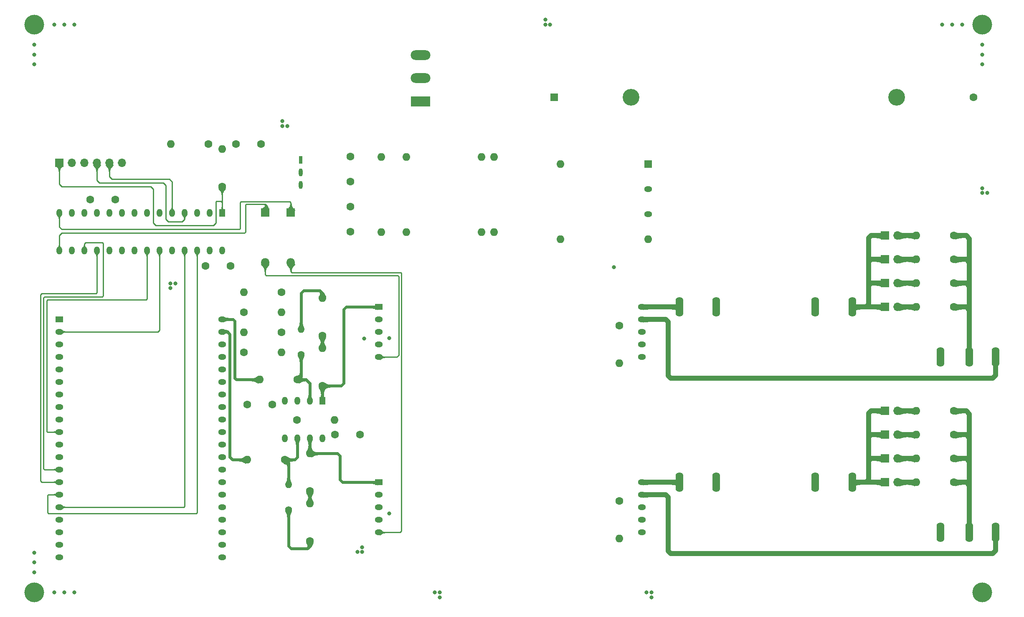
<source format=gtl>
G04 #@! TF.GenerationSoftware,KiCad,Pcbnew,(5.1.7-0-10_14)*
G04 #@! TF.CreationDate,2021-07-16T13:45:34+09:00*
G04 #@! TF.ProjectId,EiMS,45694d53-2e6b-4696-9361-645f70636258,1.0*
G04 #@! TF.SameCoordinates,Original*
G04 #@! TF.FileFunction,Copper,L1,Top*
G04 #@! TF.FilePolarity,Positive*
%FSLAX46Y46*%
G04 Gerber Fmt 4.6, Leading zero omitted, Abs format (unit mm)*
G04 Created by KiCad (PCBNEW (5.1.7-0-10_14)) date 2021-07-16 13:45:34*
%MOMM*%
%LPD*%
G01*
G04 APERTURE LIST*
G04 #@! TA.AperFunction,ComponentPad*
%ADD10O,1.600000X4.000000*%
G04 #@! TD*
G04 #@! TA.AperFunction,ComponentPad*
%ADD11C,4.000000*%
G04 #@! TD*
G04 #@! TA.AperFunction,ComponentPad*
%ADD12R,1.200000X1.600000*%
G04 #@! TD*
G04 #@! TA.AperFunction,ComponentPad*
%ADD13O,1.200000X1.600000*%
G04 #@! TD*
G04 #@! TA.AperFunction,ComponentPad*
%ADD14O,1.600000X1.600000*%
G04 #@! TD*
G04 #@! TA.AperFunction,ComponentPad*
%ADD15R,0.800000X1.600000*%
G04 #@! TD*
G04 #@! TA.AperFunction,ComponentPad*
%ADD16O,0.800000X1.600000*%
G04 #@! TD*
G04 #@! TA.AperFunction,ComponentPad*
%ADD17C,3.400000*%
G04 #@! TD*
G04 #@! TA.AperFunction,ComponentPad*
%ADD18C,1.600000*%
G04 #@! TD*
G04 #@! TA.AperFunction,ComponentPad*
%ADD19R,1.600000X1.600000*%
G04 #@! TD*
G04 #@! TA.AperFunction,ComponentPad*
%ADD20O,1.800000X1.800000*%
G04 #@! TD*
G04 #@! TA.AperFunction,ComponentPad*
%ADD21R,1.800000X1.800000*%
G04 #@! TD*
G04 #@! TA.AperFunction,ComponentPad*
%ADD22O,1.600000X1.200000*%
G04 #@! TD*
G04 #@! TA.AperFunction,ComponentPad*
%ADD23R,1.600000X1.200000*%
G04 #@! TD*
G04 #@! TA.AperFunction,ComponentPad*
%ADD24O,1.700000X1.700000*%
G04 #@! TD*
G04 #@! TA.AperFunction,ComponentPad*
%ADD25R,1.700000X1.700000*%
G04 #@! TD*
G04 #@! TA.AperFunction,ComponentPad*
%ADD26C,1.400000*%
G04 #@! TD*
G04 #@! TA.AperFunction,ComponentPad*
%ADD27O,1.400000X1.400000*%
G04 #@! TD*
G04 #@! TA.AperFunction,ComponentPad*
%ADD28O,4.000000X2.000000*%
G04 #@! TD*
G04 #@! TA.AperFunction,ComponentPad*
%ADD29R,4.000000X2.000000*%
G04 #@! TD*
G04 #@! TA.AperFunction,ViaPad*
%ADD30C,0.800000*%
G04 #@! TD*
G04 #@! TA.AperFunction,Conductor*
%ADD31C,0.250000*%
G04 #@! TD*
G04 #@! TA.AperFunction,Conductor*
%ADD32C,0.600000*%
G04 #@! TD*
G04 #@! TA.AperFunction,Conductor*
%ADD33C,1.000000*%
G04 #@! TD*
G04 #@! TA.AperFunction,Conductor*
%ADD34C,0.300000*%
G04 #@! TD*
G04 #@! TA.AperFunction,Conductor*
%ADD35C,0.025400*%
G04 #@! TD*
G04 #@! TA.AperFunction,Conductor*
%ADD36C,0.100000*%
G04 #@! TD*
G04 APERTURE END LIST*
D10*
X185179000Y-130772000D03*
X177738000Y-130772000D03*
X205245000Y-130772000D03*
X212738000Y-130772000D03*
X185179000Y-95212000D03*
X177738000Y-95212000D03*
X205245000Y-95212000D03*
X212738000Y-95212000D03*
D11*
X46900000Y-37900000D03*
X239100000Y-37900000D03*
X46900000Y-153100000D03*
X239100000Y-153100000D03*
D12*
X84986000Y-76162000D03*
D13*
X84986000Y-83782000D03*
X82446000Y-83782000D03*
X79906000Y-83782000D03*
X77366000Y-83782000D03*
X74826000Y-83782000D03*
X72286000Y-83782000D03*
X69746000Y-83782000D03*
X67206000Y-83782000D03*
X64666000Y-83782000D03*
X62126000Y-83782000D03*
X59586000Y-83782000D03*
X57046000Y-83782000D03*
X54506000Y-83782000D03*
X51966000Y-83782000D03*
X51966000Y-76162000D03*
X54506000Y-76162000D03*
X57046000Y-76162000D03*
X59586000Y-76162000D03*
X62126000Y-76162000D03*
X64666000Y-76162000D03*
X67206000Y-76162000D03*
X69746000Y-76162000D03*
X72286000Y-76162000D03*
X74826000Y-76162000D03*
X77366000Y-76162000D03*
X79906000Y-76162000D03*
X82446000Y-76162000D03*
X97673500Y-121884500D03*
X100213500Y-121884500D03*
X102753500Y-121884500D03*
X105293500Y-121884500D03*
X97673500Y-114264500D03*
X100213500Y-114264500D03*
X102753500Y-114264500D03*
D12*
X105293500Y-114264500D03*
D14*
X140100000Y-79980000D03*
X137560000Y-79980000D03*
X122320000Y-79980000D03*
X117240000Y-79980000D03*
X117240000Y-64760000D03*
X122320000Y-64760000D03*
X137560000Y-64760000D03*
X140100000Y-64760000D03*
D15*
X100900000Y-65400000D03*
D16*
X100900000Y-67940000D03*
X100900000Y-70480000D03*
D17*
X167879100Y-52700000D03*
X221714400Y-52700000D03*
D18*
X237300000Y-52700000D03*
D19*
X152300000Y-52700000D03*
D20*
X98900000Y-86160000D03*
D21*
X98900000Y-76000000D03*
D20*
X93700000Y-86160000D03*
D21*
X93700000Y-76000000D03*
D22*
X85020000Y-135800000D03*
X85020000Y-125640000D03*
X85020000Y-143420000D03*
X85020000Y-105320000D03*
X85020000Y-145960000D03*
X85020000Y-115480000D03*
X85020000Y-112940000D03*
X85020000Y-133260000D03*
X85020000Y-100240000D03*
X85020000Y-97700000D03*
X85020000Y-107860000D03*
X85020000Y-128180000D03*
X85020000Y-118020000D03*
X85020000Y-120560000D03*
X85020000Y-110400000D03*
X85020000Y-102780000D03*
X85020000Y-130720000D03*
X85020000Y-138340000D03*
X85020000Y-140880000D03*
X85020000Y-123100000D03*
X52000000Y-145960000D03*
X52000000Y-143420000D03*
X52000000Y-140880000D03*
X52000000Y-138340000D03*
X52000000Y-135800000D03*
X52000000Y-133260000D03*
X52000000Y-130720000D03*
X52000000Y-128180000D03*
X52000000Y-125640000D03*
X52000000Y-123100000D03*
X52000000Y-120560000D03*
X52000000Y-118020000D03*
X52000000Y-115480000D03*
X52000000Y-112940000D03*
X52000000Y-110400000D03*
X52000000Y-107860000D03*
X52000000Y-105320000D03*
X52000000Y-102780000D03*
X52000000Y-100240000D03*
D23*
X52000000Y-97700000D03*
D22*
X170066000Y-130772000D03*
X170066000Y-135852000D03*
X170066000Y-133312000D03*
X170066000Y-140932000D03*
X170066000Y-138392000D03*
X116726000Y-140932000D03*
X116726000Y-138392000D03*
X116726000Y-135852000D03*
X116726000Y-133312000D03*
D23*
X116726000Y-130772000D03*
D22*
X170066000Y-95212000D03*
X170066000Y-100292000D03*
X170066000Y-97752000D03*
X170066000Y-105372000D03*
X170066000Y-102832000D03*
X116726000Y-105372000D03*
X116726000Y-102832000D03*
X116726000Y-100292000D03*
X116726000Y-97752000D03*
D23*
X116726000Y-95212000D03*
D14*
X153556000Y-81496000D03*
X153556000Y-66256000D03*
X171336000Y-81496000D03*
D22*
X171336000Y-76416000D03*
X171336000Y-71336000D03*
D19*
X171336000Y-66256000D03*
D10*
X230614000Y-140932000D03*
X236464000Y-140932000D03*
X241814000Y-140932000D03*
D18*
X63320000Y-73434000D03*
X58240000Y-73434000D03*
X92850000Y-62192000D03*
X87770000Y-62192000D03*
X111001000Y-64734500D03*
X111001000Y-69814500D03*
X111001000Y-74894500D03*
X111001000Y-79974500D03*
X90056000Y-115024000D03*
X95136000Y-115024000D03*
X107836000Y-121120000D03*
X112916000Y-121120000D03*
X86688000Y-86896000D03*
X81608000Y-86896000D03*
D24*
X64656000Y-66002000D03*
X62116000Y-66002000D03*
X59576000Y-66002000D03*
X57036000Y-66002000D03*
X54496000Y-66002000D03*
D25*
X51956000Y-66002000D03*
D10*
X241814000Y-105372000D03*
X236464000Y-105372000D03*
X230614000Y-105372000D03*
D24*
X221882000Y-80734000D03*
D25*
X219342000Y-80734000D03*
D24*
X221882000Y-85560000D03*
D25*
X219342000Y-85560000D03*
X219342000Y-90386000D03*
D24*
X221882000Y-90386000D03*
X221882000Y-95212000D03*
D25*
X219342000Y-95212000D03*
X219342000Y-116294000D03*
D24*
X221882000Y-116294000D03*
D25*
X219342000Y-121120000D03*
D24*
X221882000Y-121120000D03*
D25*
X219342000Y-125946000D03*
D24*
X221882000Y-125946000D03*
X221882000Y-130772000D03*
D25*
X219342000Y-130772000D03*
D14*
X74562000Y-62192000D03*
D18*
X82182000Y-62192000D03*
D14*
X84976000Y-63208000D03*
D18*
X84976000Y-70828000D03*
D14*
X89440000Y-92191000D03*
D18*
X97060000Y-92191000D03*
X89440000Y-96255000D03*
D14*
X97060000Y-96255000D03*
X89440000Y-100319000D03*
D18*
X97060000Y-100319000D03*
X89440000Y-104383000D03*
D14*
X97060000Y-104383000D03*
X107800000Y-118100000D03*
D18*
X100180000Y-118100000D03*
D14*
X90056000Y-126200000D03*
D18*
X97676000Y-126200000D03*
D26*
X98438000Y-136360000D03*
D27*
X98438000Y-131280000D03*
D14*
X102756000Y-135090000D03*
D18*
X102756000Y-142710000D03*
X102756000Y-132550000D03*
D14*
X102756000Y-124930000D03*
D18*
X100216000Y-109944000D03*
D14*
X92596000Y-109944000D03*
D18*
X105296000Y-111214000D03*
D14*
X105296000Y-103594000D03*
D18*
X105296000Y-101054000D03*
D14*
X105296000Y-93434000D03*
D27*
X100978000Y-99784000D03*
D26*
X100978000Y-104864000D03*
D14*
X165494000Y-106642000D03*
D18*
X165494000Y-99022000D03*
D14*
X165494000Y-142202000D03*
D18*
X165494000Y-134582000D03*
X233312000Y-80734000D03*
D14*
X225692000Y-80734000D03*
X225692000Y-85560000D03*
D18*
X233312000Y-85560000D03*
X233312000Y-90386000D03*
D14*
X225692000Y-90386000D03*
X225692000Y-95212000D03*
D18*
X233312000Y-95212000D03*
X233312000Y-116294000D03*
D14*
X225692000Y-116294000D03*
D18*
X233312000Y-121120000D03*
D14*
X225692000Y-121120000D03*
X225692000Y-125946000D03*
D18*
X233312000Y-125946000D03*
X233312000Y-130772000D03*
D14*
X225692000Y-130772000D03*
D28*
X125254000Y-44079000D03*
X125254000Y-48779000D03*
D29*
X125254000Y-53479000D03*
D30*
X118900000Y-101500000D03*
X128100000Y-153100000D03*
X129100000Y-153100000D03*
X129100000Y-154100000D03*
X113800000Y-101600000D03*
X118900000Y-137100000D03*
X74494000Y-90412000D03*
X74494000Y-91400000D03*
X75500000Y-90412000D03*
X55000000Y-153100000D03*
X53000000Y-153100000D03*
X51000000Y-153100000D03*
X51000000Y-37900000D03*
X53000000Y-37900000D03*
X55000000Y-37900000D03*
X46900000Y-44000000D03*
X46900000Y-46000000D03*
X46900000Y-42000000D03*
X46900000Y-149000000D03*
X46900000Y-145000000D03*
X46900000Y-147000000D03*
X113400000Y-144900000D03*
X113400000Y-143900000D03*
X112400000Y-144900000D03*
X164400000Y-87100000D03*
X171000000Y-153100000D03*
X172000000Y-153100000D03*
X172000000Y-154100000D03*
X98200000Y-58500000D03*
X97200000Y-58500000D03*
X97200000Y-57500000D03*
X151500000Y-37900000D03*
X150500000Y-37900000D03*
X150500000Y-36900000D03*
X233000000Y-37900000D03*
X231000000Y-37900000D03*
X235000000Y-37900000D03*
X239100000Y-44000000D03*
X239100000Y-46000000D03*
X239100000Y-42000000D03*
X240100000Y-72100000D03*
X239100000Y-72100000D03*
X239100000Y-71100000D03*
D31*
X52000000Y-100240000D02*
X71960000Y-100240000D01*
X71960000Y-100240000D02*
X72286000Y-99914000D01*
X72286000Y-83782000D02*
X72286000Y-99914000D01*
X69746000Y-93554000D02*
X69600000Y-93700000D01*
X69746000Y-93546000D02*
X69746000Y-93554000D01*
X69746000Y-83782000D02*
X69746000Y-93546000D01*
X69600000Y-93700000D02*
X49600000Y-93700000D01*
X49600000Y-93700000D02*
X49400000Y-93900000D01*
X49400000Y-93900000D02*
X49400000Y-120400000D01*
X49560000Y-120560000D02*
X49400000Y-120400000D01*
X52000000Y-120560000D02*
X49560000Y-120560000D01*
X60900000Y-92900000D02*
X60700000Y-93100000D01*
X49000000Y-93100000D02*
X48800000Y-93300000D01*
X60700000Y-93100000D02*
X49000000Y-93100000D01*
X48800000Y-93300000D02*
X48800000Y-128000000D01*
X48980000Y-128180000D02*
X48800000Y-128000000D01*
X52000000Y-128180000D02*
X48980000Y-128180000D01*
X57046000Y-83782000D02*
X57046000Y-82354000D01*
X57046000Y-82354000D02*
X57300000Y-82100000D01*
X57300000Y-82100000D02*
X60700000Y-82100000D01*
X60700000Y-82100000D02*
X60900000Y-82300000D01*
X60900000Y-82300000D02*
X60900000Y-92900000D01*
X48420000Y-130720000D02*
X52000000Y-130720000D01*
X48200000Y-92700000D02*
X48200000Y-130500000D01*
X59586000Y-83782000D02*
X59586000Y-92314000D01*
X59586000Y-92314000D02*
X59400000Y-92500000D01*
X48420000Y-130720000D02*
X48200000Y-130500000D01*
X48200000Y-92700000D02*
X48400000Y-92500000D01*
X59400000Y-92500000D02*
X48400000Y-92500000D01*
X79712000Y-137100000D02*
X79906000Y-136906000D01*
X49800000Y-137100000D02*
X79712000Y-137100000D01*
X49600000Y-136900000D02*
X49800000Y-137100000D01*
X49600000Y-133400000D02*
X49600000Y-136900000D01*
X49740000Y-133260000D02*
X49600000Y-133400000D01*
X52000000Y-133260000D02*
X49740000Y-133260000D01*
X79906000Y-83782000D02*
X79906000Y-136906000D01*
X77366000Y-83782000D02*
X77366000Y-135634000D01*
X77366000Y-135634000D02*
X77200000Y-135800000D01*
X77200000Y-135800000D02*
X52000000Y-135800000D01*
D32*
X87187000Y-97700000D02*
X85020000Y-97700000D01*
X87530000Y-98043000D02*
X87187000Y-97700000D01*
X87844000Y-109944000D02*
X87530000Y-109630000D01*
X87530000Y-109630000D02*
X87530000Y-98043000D01*
X92596000Y-109944000D02*
X87844000Y-109944000D01*
X87130000Y-126200000D02*
X90056000Y-126200000D01*
X86561000Y-100739000D02*
X86561000Y-125631000D01*
X86062000Y-100240000D02*
X86561000Y-100739000D01*
X85020000Y-100240000D02*
X86062000Y-100240000D01*
X86561000Y-125631000D02*
X87130000Y-126200000D01*
D33*
X215532000Y-95212000D02*
X219342000Y-95212000D01*
X216040000Y-81242000D02*
X216548000Y-80734000D01*
X216548000Y-80734000D02*
X219342000Y-80734000D01*
X216548000Y-85560000D02*
X216040000Y-86068000D01*
X219342000Y-85560000D02*
X216548000Y-85560000D01*
X216040000Y-86068000D02*
X216040000Y-81496000D01*
X216548000Y-90386000D02*
X216040000Y-90894000D01*
X219342000Y-90386000D02*
X216548000Y-90386000D01*
X216040000Y-81242000D02*
X216040000Y-81496000D01*
X216040000Y-94704000D02*
X215532000Y-95212000D01*
X216040000Y-86068000D02*
X216040000Y-94704000D01*
X212738000Y-95212000D02*
X215532000Y-95212000D01*
X170066000Y-95212000D02*
X177738000Y-95212000D01*
X170066000Y-130772000D02*
X177738000Y-130772000D01*
X219342000Y-116294000D02*
X216548000Y-116294000D01*
X216548000Y-116294000D02*
X216040000Y-116802000D01*
X216040000Y-130264000D02*
X215532000Y-130772000D01*
X215532000Y-130772000D02*
X219342000Y-130772000D01*
X219342000Y-121120000D02*
X216548000Y-121120000D01*
X216548000Y-121120000D02*
X216040000Y-121628000D01*
X216040000Y-116802000D02*
X216040000Y-121628000D01*
X216548000Y-125946000D02*
X216040000Y-126454000D01*
X219342000Y-125946000D02*
X216548000Y-125946000D01*
X216040000Y-126454000D02*
X216040000Y-130264000D01*
X216040000Y-121628000D02*
X216040000Y-126454000D01*
X212738000Y-130772000D02*
X215532000Y-130772000D01*
D31*
X71514000Y-78702000D02*
X71006000Y-78194000D01*
X71006000Y-71336000D02*
X70498000Y-70828000D01*
X83198000Y-78702000D02*
X71514000Y-78702000D01*
X83706000Y-78194000D02*
X83198000Y-78702000D01*
X70498000Y-70828000D02*
X52464000Y-70828000D01*
X83706000Y-73876000D02*
X83706000Y-78194000D01*
X71006000Y-78194000D02*
X71006000Y-71336000D01*
X52464000Y-70828000D02*
X51956000Y-70320000D01*
X51956000Y-70320000D02*
X51956000Y-66002000D01*
X83706000Y-73876000D02*
X83830500Y-73751500D01*
X84976000Y-76152000D02*
X84986000Y-76162000D01*
X83830500Y-73751500D02*
X84724500Y-73751500D01*
X84724500Y-73751500D02*
X84976000Y-74003000D01*
X84976000Y-74003000D02*
X84976000Y-76152000D01*
X84976000Y-70828000D02*
X84976000Y-74003000D01*
X76848000Y-77940000D02*
X77366000Y-77422000D01*
X74054000Y-77940000D02*
X76848000Y-77940000D01*
X73546000Y-77432000D02*
X74054000Y-77940000D01*
X73038000Y-70066000D02*
X73546000Y-70574000D01*
X59576000Y-69558000D02*
X60084000Y-70066000D01*
X60084000Y-70066000D02*
X73038000Y-70066000D01*
X59576000Y-66002000D02*
X59576000Y-69558000D01*
X73546000Y-77432000D02*
X73546000Y-70574000D01*
X77366000Y-77422000D02*
X77366000Y-76162000D01*
X74308000Y-69304000D02*
X74826000Y-69822000D01*
X62116000Y-68796000D02*
X62624000Y-69304000D01*
X74826000Y-69822000D02*
X74826000Y-76162000D01*
X62624000Y-69304000D02*
X74308000Y-69304000D01*
X62116000Y-66002000D02*
X62116000Y-68796000D01*
D33*
X233312000Y-85560000D02*
X235852000Y-85560000D01*
X235852000Y-85560000D02*
X236464000Y-86172000D01*
X233312000Y-90386000D02*
X235852000Y-90386000D01*
X235852000Y-90386000D02*
X236464000Y-90998000D01*
X236464000Y-86426000D02*
X236464000Y-90998000D01*
X233312000Y-95212000D02*
X235852000Y-95212000D01*
X235852000Y-95212000D02*
X236464000Y-95824000D01*
X236464000Y-95824000D02*
X236464000Y-105372000D01*
X236464000Y-86426000D02*
X236464000Y-86172000D01*
X235852000Y-80734000D02*
X233312000Y-80734000D01*
X236464000Y-81346000D02*
X235852000Y-80734000D01*
X236464000Y-86172000D02*
X236464000Y-81346000D01*
X236464000Y-90998000D02*
X236464000Y-95824000D01*
X241814000Y-105372000D02*
X241814000Y-109062000D01*
X241814000Y-109062000D02*
X241186000Y-109690000D01*
X170066000Y-97752000D02*
X174892000Y-97752000D01*
X174892000Y-97752000D02*
X175400000Y-98260000D01*
X175400000Y-98260000D02*
X175400000Y-109182000D01*
X175400000Y-109182000D02*
X175908000Y-109690000D01*
X175908000Y-109690000D02*
X241186000Y-109690000D01*
X170066000Y-133312000D02*
X174892000Y-133312000D01*
X174892000Y-133312000D02*
X175400000Y-133820000D01*
X241814000Y-140932000D02*
X241814000Y-144622000D01*
X241814000Y-144622000D02*
X241186000Y-145250000D01*
X241186000Y-145250000D02*
X175908000Y-145250000D01*
X175908000Y-145250000D02*
X175400000Y-144742000D01*
X175400000Y-144742000D02*
X175400000Y-133820000D01*
X235852000Y-116294000D02*
X236464000Y-116906000D01*
X233312000Y-116294000D02*
X235852000Y-116294000D01*
X236464000Y-116906000D02*
X236464000Y-121524000D01*
X233312000Y-125946000D02*
X235852000Y-125946000D01*
X235852000Y-125946000D02*
X236464000Y-126558000D01*
X236464000Y-126558000D02*
X236464000Y-131130000D01*
X233312000Y-121120000D02*
X235852000Y-121120000D01*
X236464000Y-121732000D02*
X236464000Y-126558000D01*
X235852000Y-121120000D02*
X236464000Y-121732000D01*
X236464000Y-121524000D02*
X236464000Y-121732000D01*
X233312000Y-130772000D02*
X235852000Y-130772000D01*
X235852000Y-130772000D02*
X236464000Y-131384000D01*
X236464000Y-131384000D02*
X236464000Y-140932000D01*
X236464000Y-131130000D02*
X236464000Y-131384000D01*
X221882000Y-80734000D02*
X225692000Y-80734000D01*
X221882000Y-85560000D02*
X225692000Y-85560000D01*
X221882000Y-90386000D02*
X225692000Y-90386000D01*
X221882000Y-95212000D02*
X225692000Y-95212000D01*
X221882000Y-116294000D02*
X225692000Y-116294000D01*
X221882000Y-121120000D02*
X225692000Y-121120000D01*
X221882000Y-125946000D02*
X225692000Y-125946000D01*
X221882000Y-130772000D02*
X225692000Y-130772000D01*
D32*
X99708000Y-126200000D02*
X97676000Y-126200000D01*
X98438000Y-126962000D02*
X97676000Y-126200000D01*
X98438000Y-131280000D02*
X98438000Y-126962000D01*
X100213500Y-121884500D02*
X100213500Y-125689500D01*
X99708000Y-126195000D02*
X100213500Y-125689500D01*
X99708000Y-126200000D02*
X99708000Y-126195000D01*
X98438000Y-136360000D02*
X98438000Y-143726000D01*
X98438000Y-143726000D02*
X98946000Y-144234000D01*
X98946000Y-144234000D02*
X102248000Y-144234000D01*
X102248000Y-144234000D02*
X102756000Y-143726000D01*
X102756000Y-143726000D02*
X102756000Y-142710000D01*
X102756000Y-135090000D02*
X102756000Y-132550000D01*
X108344000Y-124930000D02*
X102756000Y-124930000D01*
X108852000Y-125438000D02*
X108344000Y-124930000D01*
X108852000Y-130264000D02*
X108852000Y-125438000D01*
X109360000Y-130772000D02*
X108852000Y-130264000D01*
X116726000Y-130772000D02*
X109360000Y-130772000D01*
D34*
X102756000Y-121887000D02*
X102753500Y-121884500D01*
D32*
X102756000Y-124930000D02*
X102756000Y-121887000D01*
X100216000Y-109944000D02*
X100470000Y-109944000D01*
X100978000Y-109182000D02*
X100216000Y-109944000D01*
X100978000Y-104864000D02*
X100978000Y-109182000D01*
X101994000Y-109944000D02*
X100216000Y-109944000D01*
X102753500Y-114264500D02*
X102753500Y-110708500D01*
X101994000Y-109949000D02*
X102753500Y-110708500D01*
X101994000Y-109944000D02*
X101994000Y-109949000D01*
X105296000Y-101054000D02*
X105296000Y-103594000D01*
X109106000Y-111214000D02*
X105296000Y-111214000D01*
X109614000Y-110706000D02*
X109106000Y-111214000D01*
X109614000Y-95720000D02*
X109614000Y-110706000D01*
X110122000Y-95212000D02*
X109614000Y-95720000D01*
X116726000Y-95212000D02*
X110122000Y-95212000D01*
D34*
X105296000Y-114262000D02*
X105293500Y-114264500D01*
D32*
X105296000Y-111214000D02*
X105296000Y-114262000D01*
X100978000Y-99784000D02*
X100978000Y-92418000D01*
X100978000Y-92418000D02*
X101486000Y-91910000D01*
X101486000Y-91910000D02*
X104788000Y-91910000D01*
X104788000Y-91910000D02*
X105296000Y-92418000D01*
X105296000Y-92418000D02*
X105296000Y-93434000D01*
D31*
X120800000Y-105000000D02*
X120428000Y-105372000D01*
X116726000Y-105372000D02*
X120428000Y-105372000D01*
X93700000Y-86160000D02*
X93700000Y-88600000D01*
X93700000Y-88600000D02*
X93900000Y-88800000D01*
X93900000Y-88800000D02*
X120600000Y-88800000D01*
X120800000Y-89000000D02*
X120800000Y-105000000D01*
X120600000Y-88800000D02*
X120800000Y-89000000D01*
X89474000Y-80226000D02*
X52464000Y-80226000D01*
X89700000Y-80000000D02*
X89474000Y-80226000D01*
X89700000Y-74500000D02*
X89700000Y-80000000D01*
X89849990Y-74350010D02*
X89700000Y-74500000D01*
X52464000Y-80226000D02*
X51966000Y-80724000D01*
X93550010Y-74350010D02*
X89849990Y-74350010D01*
X93700000Y-74500000D02*
X93550010Y-74350010D01*
X51966000Y-80724000D02*
X51966000Y-83782000D01*
X93700000Y-76000000D02*
X93700000Y-74500000D01*
X121350010Y-140649990D02*
X121068000Y-140932000D01*
X116726000Y-140932000D02*
X121068000Y-140932000D01*
X98900000Y-86160000D02*
X98900000Y-88000000D01*
X121200020Y-88200000D02*
X121350010Y-88349990D01*
X98900000Y-88000000D02*
X99100000Y-88200000D01*
X121350010Y-88349990D02*
X121350010Y-140649990D01*
X99100000Y-88200000D02*
X121200020Y-88200000D01*
X52464000Y-79464000D02*
X51966000Y-78966000D01*
X51966000Y-76162000D02*
X51966000Y-78966000D01*
X52464000Y-79464000D02*
X88436000Y-79464000D01*
X88436000Y-79464000D02*
X88600000Y-79300000D01*
X88600000Y-79300000D02*
X88600000Y-74000000D01*
X88600000Y-74000000D02*
X88800000Y-73800000D01*
X88800000Y-73800000D02*
X98700000Y-73800000D01*
X98700000Y-73800000D02*
X98900000Y-74000000D01*
X98900000Y-74000000D02*
X98900000Y-76000000D01*
D35*
X52364524Y-99769635D02*
X52455666Y-99828023D01*
X52534750Y-99885248D01*
X52606976Y-99939866D01*
X52607244Y-99940063D01*
X52677627Y-99990445D01*
X52678443Y-99990983D01*
X52752086Y-100035556D01*
X52753413Y-100036256D01*
X52835524Y-100073524D01*
X52837155Y-100074133D01*
X52932943Y-100102604D01*
X52934573Y-100102973D01*
X53049245Y-100121151D01*
X53050649Y-100121295D01*
X53177300Y-100127129D01*
X53177300Y-100352871D01*
X53050649Y-100358704D01*
X53049245Y-100358848D01*
X52934573Y-100377026D01*
X52932943Y-100377395D01*
X52837155Y-100405866D01*
X52835524Y-100406475D01*
X52753413Y-100443743D01*
X52752086Y-100444443D01*
X52678443Y-100489016D01*
X52677627Y-100489554D01*
X52607244Y-100539936D01*
X52606976Y-100540133D01*
X52534750Y-100594751D01*
X52455666Y-100651976D01*
X52364519Y-100710367D01*
X52263675Y-100764441D01*
X51718322Y-100240000D01*
X52263675Y-99715559D01*
X52364524Y-99769635D01*
G04 #@! TA.AperFunction,Conductor*
D36*
G36*
X52364524Y-99769635D02*
G01*
X52455666Y-99828023D01*
X52534750Y-99885248D01*
X52606976Y-99939866D01*
X52607244Y-99940063D01*
X52677627Y-99990445D01*
X52678443Y-99990983D01*
X52752086Y-100035556D01*
X52753413Y-100036256D01*
X52835524Y-100073524D01*
X52837155Y-100074133D01*
X52932943Y-100102604D01*
X52934573Y-100102973D01*
X53049245Y-100121151D01*
X53050649Y-100121295D01*
X53177300Y-100127129D01*
X53177300Y-100352871D01*
X53050649Y-100358704D01*
X53049245Y-100358848D01*
X52934573Y-100377026D01*
X52932943Y-100377395D01*
X52837155Y-100405866D01*
X52835524Y-100406475D01*
X52753413Y-100443743D01*
X52752086Y-100444443D01*
X52678443Y-100489016D01*
X52677627Y-100489554D01*
X52607244Y-100539936D01*
X52606976Y-100540133D01*
X52534750Y-100594751D01*
X52455666Y-100651976D01*
X52364519Y-100710367D01*
X52263675Y-100764441D01*
X51718322Y-100240000D01*
X52263675Y-99715559D01*
X52364524Y-99769635D01*
G37*
G04 #@! TD.AperFunction*
D35*
X72810441Y-84045675D02*
X72756367Y-84146519D01*
X72697976Y-84237666D01*
X72640751Y-84316750D01*
X72586133Y-84388976D01*
X72585936Y-84389244D01*
X72535554Y-84459627D01*
X72535016Y-84460443D01*
X72490443Y-84534086D01*
X72489743Y-84535413D01*
X72452475Y-84617524D01*
X72451866Y-84619155D01*
X72423395Y-84714943D01*
X72423026Y-84716573D01*
X72404848Y-84831245D01*
X72404704Y-84832649D01*
X72398871Y-84959300D01*
X72173129Y-84959300D01*
X72167295Y-84832649D01*
X72167151Y-84831245D01*
X72148973Y-84716573D01*
X72148604Y-84714943D01*
X72120133Y-84619155D01*
X72119524Y-84617524D01*
X72082256Y-84535413D01*
X72081556Y-84534086D01*
X72036983Y-84460443D01*
X72036445Y-84459627D01*
X71986063Y-84389244D01*
X71985866Y-84388976D01*
X71931248Y-84316750D01*
X71874023Y-84237666D01*
X71815635Y-84146524D01*
X71761559Y-84045675D01*
X72286000Y-83500322D01*
X72810441Y-84045675D01*
G04 #@! TA.AperFunction,Conductor*
D36*
G36*
X72810441Y-84045675D02*
G01*
X72756367Y-84146519D01*
X72697976Y-84237666D01*
X72640751Y-84316750D01*
X72586133Y-84388976D01*
X72585936Y-84389244D01*
X72535554Y-84459627D01*
X72535016Y-84460443D01*
X72490443Y-84534086D01*
X72489743Y-84535413D01*
X72452475Y-84617524D01*
X72451866Y-84619155D01*
X72423395Y-84714943D01*
X72423026Y-84716573D01*
X72404848Y-84831245D01*
X72404704Y-84832649D01*
X72398871Y-84959300D01*
X72173129Y-84959300D01*
X72167295Y-84832649D01*
X72167151Y-84831245D01*
X72148973Y-84716573D01*
X72148604Y-84714943D01*
X72120133Y-84619155D01*
X72119524Y-84617524D01*
X72082256Y-84535413D01*
X72081556Y-84534086D01*
X72036983Y-84460443D01*
X72036445Y-84459627D01*
X71986063Y-84389244D01*
X71985866Y-84388976D01*
X71931248Y-84316750D01*
X71874023Y-84237666D01*
X71815635Y-84146524D01*
X71761559Y-84045675D01*
X72286000Y-83500322D01*
X72810441Y-84045675D01*
G37*
G04 #@! TD.AperFunction*
D35*
X70270441Y-84045675D02*
X70216367Y-84146519D01*
X70157976Y-84237666D01*
X70100751Y-84316750D01*
X70046133Y-84388976D01*
X70045936Y-84389244D01*
X69995554Y-84459627D01*
X69995016Y-84460443D01*
X69950443Y-84534086D01*
X69949743Y-84535413D01*
X69912475Y-84617524D01*
X69911866Y-84619155D01*
X69883395Y-84714943D01*
X69883026Y-84716573D01*
X69864848Y-84831245D01*
X69864704Y-84832649D01*
X69858871Y-84959300D01*
X69633129Y-84959300D01*
X69627295Y-84832649D01*
X69627151Y-84831245D01*
X69608973Y-84716573D01*
X69608604Y-84714943D01*
X69580133Y-84619155D01*
X69579524Y-84617524D01*
X69542256Y-84535413D01*
X69541556Y-84534086D01*
X69496983Y-84460443D01*
X69496445Y-84459627D01*
X69446063Y-84389244D01*
X69445866Y-84388976D01*
X69391248Y-84316750D01*
X69334023Y-84237666D01*
X69275635Y-84146524D01*
X69221559Y-84045675D01*
X69746000Y-83500322D01*
X70270441Y-84045675D01*
G04 #@! TA.AperFunction,Conductor*
D36*
G36*
X70270441Y-84045675D02*
G01*
X70216367Y-84146519D01*
X70157976Y-84237666D01*
X70100751Y-84316750D01*
X70046133Y-84388976D01*
X70045936Y-84389244D01*
X69995554Y-84459627D01*
X69995016Y-84460443D01*
X69950443Y-84534086D01*
X69949743Y-84535413D01*
X69912475Y-84617524D01*
X69911866Y-84619155D01*
X69883395Y-84714943D01*
X69883026Y-84716573D01*
X69864848Y-84831245D01*
X69864704Y-84832649D01*
X69858871Y-84959300D01*
X69633129Y-84959300D01*
X69627295Y-84832649D01*
X69627151Y-84831245D01*
X69608973Y-84716573D01*
X69608604Y-84714943D01*
X69580133Y-84619155D01*
X69579524Y-84617524D01*
X69542256Y-84535413D01*
X69541556Y-84534086D01*
X69496983Y-84460443D01*
X69496445Y-84459627D01*
X69446063Y-84389244D01*
X69445866Y-84388976D01*
X69391248Y-84316750D01*
X69334023Y-84237666D01*
X69275635Y-84146524D01*
X69221559Y-84045675D01*
X69746000Y-83500322D01*
X70270441Y-84045675D01*
G37*
G04 #@! TD.AperFunction*
D35*
X52281678Y-120560000D02*
X51736325Y-121084441D01*
X51635480Y-121030367D01*
X51544333Y-120971976D01*
X51465249Y-120914751D01*
X51393023Y-120860133D01*
X51392755Y-120859936D01*
X51322372Y-120809554D01*
X51321556Y-120809016D01*
X51247913Y-120764443D01*
X51246586Y-120763743D01*
X51164475Y-120726475D01*
X51162844Y-120725866D01*
X51067056Y-120697395D01*
X51065426Y-120697026D01*
X50950754Y-120678848D01*
X50949350Y-120678704D01*
X50822700Y-120672871D01*
X50822700Y-120447129D01*
X50949350Y-120441295D01*
X50950754Y-120441151D01*
X51065426Y-120422973D01*
X51067056Y-120422604D01*
X51162844Y-120394133D01*
X51164475Y-120393524D01*
X51246586Y-120356256D01*
X51247913Y-120355556D01*
X51321556Y-120310983D01*
X51322372Y-120310445D01*
X51392755Y-120260063D01*
X51393023Y-120259866D01*
X51465249Y-120205248D01*
X51544333Y-120148023D01*
X51635475Y-120089635D01*
X51736325Y-120035559D01*
X52281678Y-120560000D01*
G04 #@! TA.AperFunction,Conductor*
D36*
G36*
X52281678Y-120560000D02*
G01*
X51736325Y-121084441D01*
X51635480Y-121030367D01*
X51544333Y-120971976D01*
X51465249Y-120914751D01*
X51393023Y-120860133D01*
X51392755Y-120859936D01*
X51322372Y-120809554D01*
X51321556Y-120809016D01*
X51247913Y-120764443D01*
X51246586Y-120763743D01*
X51164475Y-120726475D01*
X51162844Y-120725866D01*
X51067056Y-120697395D01*
X51065426Y-120697026D01*
X50950754Y-120678848D01*
X50949350Y-120678704D01*
X50822700Y-120672871D01*
X50822700Y-120447129D01*
X50949350Y-120441295D01*
X50950754Y-120441151D01*
X51065426Y-120422973D01*
X51067056Y-120422604D01*
X51162844Y-120394133D01*
X51164475Y-120393524D01*
X51246586Y-120356256D01*
X51247913Y-120355556D01*
X51321556Y-120310983D01*
X51322372Y-120310445D01*
X51392755Y-120260063D01*
X51393023Y-120259866D01*
X51465249Y-120205248D01*
X51544333Y-120148023D01*
X51635475Y-120089635D01*
X51736325Y-120035559D01*
X52281678Y-120560000D01*
G37*
G04 #@! TD.AperFunction*
D35*
X52281678Y-128180000D02*
X51736325Y-128704441D01*
X51635480Y-128650367D01*
X51544333Y-128591976D01*
X51465249Y-128534751D01*
X51393023Y-128480133D01*
X51392755Y-128479936D01*
X51322372Y-128429554D01*
X51321556Y-128429016D01*
X51247913Y-128384443D01*
X51246586Y-128383743D01*
X51164475Y-128346475D01*
X51162844Y-128345866D01*
X51067056Y-128317395D01*
X51065426Y-128317026D01*
X50950754Y-128298848D01*
X50949350Y-128298704D01*
X50822700Y-128292871D01*
X50822700Y-128067129D01*
X50949350Y-128061295D01*
X50950754Y-128061151D01*
X51065426Y-128042973D01*
X51067056Y-128042604D01*
X51162844Y-128014133D01*
X51164475Y-128013524D01*
X51246586Y-127976256D01*
X51247913Y-127975556D01*
X51321556Y-127930983D01*
X51322372Y-127930445D01*
X51392755Y-127880063D01*
X51393023Y-127879866D01*
X51465249Y-127825248D01*
X51544333Y-127768023D01*
X51635475Y-127709635D01*
X51736325Y-127655559D01*
X52281678Y-128180000D01*
G04 #@! TA.AperFunction,Conductor*
D36*
G36*
X52281678Y-128180000D02*
G01*
X51736325Y-128704441D01*
X51635480Y-128650367D01*
X51544333Y-128591976D01*
X51465249Y-128534751D01*
X51393023Y-128480133D01*
X51392755Y-128479936D01*
X51322372Y-128429554D01*
X51321556Y-128429016D01*
X51247913Y-128384443D01*
X51246586Y-128383743D01*
X51164475Y-128346475D01*
X51162844Y-128345866D01*
X51067056Y-128317395D01*
X51065426Y-128317026D01*
X50950754Y-128298848D01*
X50949350Y-128298704D01*
X50822700Y-128292871D01*
X50822700Y-128067129D01*
X50949350Y-128061295D01*
X50950754Y-128061151D01*
X51065426Y-128042973D01*
X51067056Y-128042604D01*
X51162844Y-128014133D01*
X51164475Y-128013524D01*
X51246586Y-127976256D01*
X51247913Y-127975556D01*
X51321556Y-127930983D01*
X51322372Y-127930445D01*
X51392755Y-127880063D01*
X51393023Y-127879866D01*
X51465249Y-127825248D01*
X51544333Y-127768023D01*
X51635475Y-127709635D01*
X51736325Y-127655559D01*
X52281678Y-128180000D01*
G37*
G04 #@! TD.AperFunction*
D35*
X57164704Y-82731350D02*
X57164848Y-82732754D01*
X57183026Y-82847426D01*
X57183395Y-82849056D01*
X57211866Y-82944844D01*
X57212475Y-82946475D01*
X57249743Y-83028586D01*
X57250443Y-83029913D01*
X57295016Y-83103556D01*
X57295554Y-83104372D01*
X57345936Y-83174755D01*
X57346133Y-83175023D01*
X57400751Y-83247249D01*
X57457976Y-83326333D01*
X57516367Y-83417480D01*
X57570441Y-83518325D01*
X57046000Y-84063678D01*
X56521559Y-83518325D01*
X56575635Y-83417475D01*
X56634023Y-83326333D01*
X56691248Y-83247249D01*
X56745866Y-83175023D01*
X56746063Y-83174755D01*
X56796445Y-83104372D01*
X56796983Y-83103556D01*
X56841556Y-83029913D01*
X56842256Y-83028586D01*
X56879524Y-82946475D01*
X56880133Y-82944844D01*
X56908604Y-82849056D01*
X56908973Y-82847426D01*
X56927151Y-82732754D01*
X56927295Y-82731350D01*
X56933129Y-82604700D01*
X57158871Y-82604700D01*
X57164704Y-82731350D01*
G04 #@! TA.AperFunction,Conductor*
D36*
G36*
X57164704Y-82731350D02*
G01*
X57164848Y-82732754D01*
X57183026Y-82847426D01*
X57183395Y-82849056D01*
X57211866Y-82944844D01*
X57212475Y-82946475D01*
X57249743Y-83028586D01*
X57250443Y-83029913D01*
X57295016Y-83103556D01*
X57295554Y-83104372D01*
X57345936Y-83174755D01*
X57346133Y-83175023D01*
X57400751Y-83247249D01*
X57457976Y-83326333D01*
X57516367Y-83417480D01*
X57570441Y-83518325D01*
X57046000Y-84063678D01*
X56521559Y-83518325D01*
X56575635Y-83417475D01*
X56634023Y-83326333D01*
X56691248Y-83247249D01*
X56745866Y-83175023D01*
X56746063Y-83174755D01*
X56796445Y-83104372D01*
X56796983Y-83103556D01*
X56841556Y-83029913D01*
X56842256Y-83028586D01*
X56879524Y-82946475D01*
X56880133Y-82944844D01*
X56908604Y-82849056D01*
X56908973Y-82847426D01*
X56927151Y-82732754D01*
X56927295Y-82731350D01*
X56933129Y-82604700D01*
X57158871Y-82604700D01*
X57164704Y-82731350D01*
G37*
G04 #@! TD.AperFunction*
D35*
X52281678Y-130720000D02*
X51736325Y-131244441D01*
X51635480Y-131190367D01*
X51544333Y-131131976D01*
X51465249Y-131074751D01*
X51393023Y-131020133D01*
X51392755Y-131019936D01*
X51322372Y-130969554D01*
X51321556Y-130969016D01*
X51247913Y-130924443D01*
X51246586Y-130923743D01*
X51164475Y-130886475D01*
X51162844Y-130885866D01*
X51067056Y-130857395D01*
X51065426Y-130857026D01*
X50950754Y-130838848D01*
X50949350Y-130838704D01*
X50822700Y-130832871D01*
X50822700Y-130607129D01*
X50949350Y-130601295D01*
X50950754Y-130601151D01*
X51065426Y-130582973D01*
X51067056Y-130582604D01*
X51162844Y-130554133D01*
X51164475Y-130553524D01*
X51246586Y-130516256D01*
X51247913Y-130515556D01*
X51321556Y-130470983D01*
X51322372Y-130470445D01*
X51392755Y-130420063D01*
X51393023Y-130419866D01*
X51465249Y-130365248D01*
X51544333Y-130308023D01*
X51635475Y-130249635D01*
X51736325Y-130195559D01*
X52281678Y-130720000D01*
G04 #@! TA.AperFunction,Conductor*
D36*
G36*
X52281678Y-130720000D02*
G01*
X51736325Y-131244441D01*
X51635480Y-131190367D01*
X51544333Y-131131976D01*
X51465249Y-131074751D01*
X51393023Y-131020133D01*
X51392755Y-131019936D01*
X51322372Y-130969554D01*
X51321556Y-130969016D01*
X51247913Y-130924443D01*
X51246586Y-130923743D01*
X51164475Y-130886475D01*
X51162844Y-130885866D01*
X51067056Y-130857395D01*
X51065426Y-130857026D01*
X50950754Y-130838848D01*
X50949350Y-130838704D01*
X50822700Y-130832871D01*
X50822700Y-130607129D01*
X50949350Y-130601295D01*
X50950754Y-130601151D01*
X51065426Y-130582973D01*
X51067056Y-130582604D01*
X51162844Y-130554133D01*
X51164475Y-130553524D01*
X51246586Y-130516256D01*
X51247913Y-130515556D01*
X51321556Y-130470983D01*
X51322372Y-130470445D01*
X51392755Y-130420063D01*
X51393023Y-130419866D01*
X51465249Y-130365248D01*
X51544333Y-130308023D01*
X51635475Y-130249635D01*
X51736325Y-130195559D01*
X52281678Y-130720000D01*
G37*
G04 #@! TD.AperFunction*
D35*
X60110441Y-84045675D02*
X60056367Y-84146519D01*
X59997976Y-84237666D01*
X59940751Y-84316750D01*
X59886133Y-84388976D01*
X59885936Y-84389244D01*
X59835554Y-84459627D01*
X59835016Y-84460443D01*
X59790443Y-84534086D01*
X59789743Y-84535413D01*
X59752475Y-84617524D01*
X59751866Y-84619155D01*
X59723395Y-84714943D01*
X59723026Y-84716573D01*
X59704848Y-84831245D01*
X59704704Y-84832649D01*
X59698871Y-84959300D01*
X59473129Y-84959300D01*
X59467295Y-84832649D01*
X59467151Y-84831245D01*
X59448973Y-84716573D01*
X59448604Y-84714943D01*
X59420133Y-84619155D01*
X59419524Y-84617524D01*
X59382256Y-84535413D01*
X59381556Y-84534086D01*
X59336983Y-84460443D01*
X59336445Y-84459627D01*
X59286063Y-84389244D01*
X59285866Y-84388976D01*
X59231248Y-84316750D01*
X59174023Y-84237666D01*
X59115635Y-84146524D01*
X59061559Y-84045675D01*
X59586000Y-83500322D01*
X60110441Y-84045675D01*
G04 #@! TA.AperFunction,Conductor*
D36*
G36*
X60110441Y-84045675D02*
G01*
X60056367Y-84146519D01*
X59997976Y-84237666D01*
X59940751Y-84316750D01*
X59886133Y-84388976D01*
X59885936Y-84389244D01*
X59835554Y-84459627D01*
X59835016Y-84460443D01*
X59790443Y-84534086D01*
X59789743Y-84535413D01*
X59752475Y-84617524D01*
X59751866Y-84619155D01*
X59723395Y-84714943D01*
X59723026Y-84716573D01*
X59704848Y-84831245D01*
X59704704Y-84832649D01*
X59698871Y-84959300D01*
X59473129Y-84959300D01*
X59467295Y-84832649D01*
X59467151Y-84831245D01*
X59448973Y-84716573D01*
X59448604Y-84714943D01*
X59420133Y-84619155D01*
X59419524Y-84617524D01*
X59382256Y-84535413D01*
X59381556Y-84534086D01*
X59336983Y-84460443D01*
X59336445Y-84459627D01*
X59286063Y-84389244D01*
X59285866Y-84388976D01*
X59231248Y-84316750D01*
X59174023Y-84237666D01*
X59115635Y-84146524D01*
X59061559Y-84045675D01*
X59586000Y-83500322D01*
X60110441Y-84045675D01*
G37*
G04 #@! TD.AperFunction*
D35*
X52281678Y-133260000D02*
X51736325Y-133784441D01*
X51635480Y-133730367D01*
X51544333Y-133671976D01*
X51465249Y-133614751D01*
X51393023Y-133560133D01*
X51392755Y-133559936D01*
X51322372Y-133509554D01*
X51321556Y-133509016D01*
X51247913Y-133464443D01*
X51246586Y-133463743D01*
X51164475Y-133426475D01*
X51162844Y-133425866D01*
X51067056Y-133397395D01*
X51065426Y-133397026D01*
X50950754Y-133378848D01*
X50949350Y-133378704D01*
X50822700Y-133372871D01*
X50822700Y-133147129D01*
X50949350Y-133141295D01*
X50950754Y-133141151D01*
X51065426Y-133122973D01*
X51067056Y-133122604D01*
X51162844Y-133094133D01*
X51164475Y-133093524D01*
X51246586Y-133056256D01*
X51247913Y-133055556D01*
X51321556Y-133010983D01*
X51322372Y-133010445D01*
X51392755Y-132960063D01*
X51393023Y-132959866D01*
X51465249Y-132905248D01*
X51544333Y-132848023D01*
X51635475Y-132789635D01*
X51736325Y-132735559D01*
X52281678Y-133260000D01*
G04 #@! TA.AperFunction,Conductor*
D36*
G36*
X52281678Y-133260000D02*
G01*
X51736325Y-133784441D01*
X51635480Y-133730367D01*
X51544333Y-133671976D01*
X51465249Y-133614751D01*
X51393023Y-133560133D01*
X51392755Y-133559936D01*
X51322372Y-133509554D01*
X51321556Y-133509016D01*
X51247913Y-133464443D01*
X51246586Y-133463743D01*
X51164475Y-133426475D01*
X51162844Y-133425866D01*
X51067056Y-133397395D01*
X51065426Y-133397026D01*
X50950754Y-133378848D01*
X50949350Y-133378704D01*
X50822700Y-133372871D01*
X50822700Y-133147129D01*
X50949350Y-133141295D01*
X50950754Y-133141151D01*
X51065426Y-133122973D01*
X51067056Y-133122604D01*
X51162844Y-133094133D01*
X51164475Y-133093524D01*
X51246586Y-133056256D01*
X51247913Y-133055556D01*
X51321556Y-133010983D01*
X51322372Y-133010445D01*
X51392755Y-132960063D01*
X51393023Y-132959866D01*
X51465249Y-132905248D01*
X51544333Y-132848023D01*
X51635475Y-132789635D01*
X51736325Y-132735559D01*
X52281678Y-133260000D01*
G37*
G04 #@! TD.AperFunction*
D35*
X80430441Y-84045675D02*
X80376367Y-84146519D01*
X80317976Y-84237666D01*
X80260751Y-84316750D01*
X80206133Y-84388976D01*
X80205936Y-84389244D01*
X80155554Y-84459627D01*
X80155016Y-84460443D01*
X80110443Y-84534086D01*
X80109743Y-84535413D01*
X80072475Y-84617524D01*
X80071866Y-84619155D01*
X80043395Y-84714943D01*
X80043026Y-84716573D01*
X80024848Y-84831245D01*
X80024704Y-84832649D01*
X80018871Y-84959300D01*
X79793129Y-84959300D01*
X79787295Y-84832649D01*
X79787151Y-84831245D01*
X79768973Y-84716573D01*
X79768604Y-84714943D01*
X79740133Y-84619155D01*
X79739524Y-84617524D01*
X79702256Y-84535413D01*
X79701556Y-84534086D01*
X79656983Y-84460443D01*
X79656445Y-84459627D01*
X79606063Y-84389244D01*
X79605866Y-84388976D01*
X79551248Y-84316750D01*
X79494023Y-84237666D01*
X79435635Y-84146524D01*
X79381559Y-84045675D01*
X79906000Y-83500322D01*
X80430441Y-84045675D01*
G04 #@! TA.AperFunction,Conductor*
D36*
G36*
X80430441Y-84045675D02*
G01*
X80376367Y-84146519D01*
X80317976Y-84237666D01*
X80260751Y-84316750D01*
X80206133Y-84388976D01*
X80205936Y-84389244D01*
X80155554Y-84459627D01*
X80155016Y-84460443D01*
X80110443Y-84534086D01*
X80109743Y-84535413D01*
X80072475Y-84617524D01*
X80071866Y-84619155D01*
X80043395Y-84714943D01*
X80043026Y-84716573D01*
X80024848Y-84831245D01*
X80024704Y-84832649D01*
X80018871Y-84959300D01*
X79793129Y-84959300D01*
X79787295Y-84832649D01*
X79787151Y-84831245D01*
X79768973Y-84716573D01*
X79768604Y-84714943D01*
X79740133Y-84619155D01*
X79739524Y-84617524D01*
X79702256Y-84535413D01*
X79701556Y-84534086D01*
X79656983Y-84460443D01*
X79656445Y-84459627D01*
X79606063Y-84389244D01*
X79605866Y-84388976D01*
X79551248Y-84316750D01*
X79494023Y-84237666D01*
X79435635Y-84146524D01*
X79381559Y-84045675D01*
X79906000Y-83500322D01*
X80430441Y-84045675D01*
G37*
G04 #@! TD.AperFunction*
D35*
X77890441Y-84045675D02*
X77836367Y-84146519D01*
X77777976Y-84237666D01*
X77720751Y-84316750D01*
X77666133Y-84388976D01*
X77665936Y-84389244D01*
X77615554Y-84459627D01*
X77615016Y-84460443D01*
X77570443Y-84534086D01*
X77569743Y-84535413D01*
X77532475Y-84617524D01*
X77531866Y-84619155D01*
X77503395Y-84714943D01*
X77503026Y-84716573D01*
X77484848Y-84831245D01*
X77484704Y-84832649D01*
X77478871Y-84959300D01*
X77253129Y-84959300D01*
X77247295Y-84832649D01*
X77247151Y-84831245D01*
X77228973Y-84716573D01*
X77228604Y-84714943D01*
X77200133Y-84619155D01*
X77199524Y-84617524D01*
X77162256Y-84535413D01*
X77161556Y-84534086D01*
X77116983Y-84460443D01*
X77116445Y-84459627D01*
X77066063Y-84389244D01*
X77065866Y-84388976D01*
X77011248Y-84316750D01*
X76954023Y-84237666D01*
X76895635Y-84146524D01*
X76841559Y-84045675D01*
X77366000Y-83500322D01*
X77890441Y-84045675D01*
G04 #@! TA.AperFunction,Conductor*
D36*
G36*
X77890441Y-84045675D02*
G01*
X77836367Y-84146519D01*
X77777976Y-84237666D01*
X77720751Y-84316750D01*
X77666133Y-84388976D01*
X77665936Y-84389244D01*
X77615554Y-84459627D01*
X77615016Y-84460443D01*
X77570443Y-84534086D01*
X77569743Y-84535413D01*
X77532475Y-84617524D01*
X77531866Y-84619155D01*
X77503395Y-84714943D01*
X77503026Y-84716573D01*
X77484848Y-84831245D01*
X77484704Y-84832649D01*
X77478871Y-84959300D01*
X77253129Y-84959300D01*
X77247295Y-84832649D01*
X77247151Y-84831245D01*
X77228973Y-84716573D01*
X77228604Y-84714943D01*
X77200133Y-84619155D01*
X77199524Y-84617524D01*
X77162256Y-84535413D01*
X77161556Y-84534086D01*
X77116983Y-84460443D01*
X77116445Y-84459627D01*
X77066063Y-84389244D01*
X77065866Y-84388976D01*
X77011248Y-84316750D01*
X76954023Y-84237666D01*
X76895635Y-84146524D01*
X76841559Y-84045675D01*
X77366000Y-83500322D01*
X77890441Y-84045675D01*
G37*
G04 #@! TD.AperFunction*
D35*
X52364524Y-135329635D02*
X52455666Y-135388023D01*
X52534750Y-135445248D01*
X52606976Y-135499866D01*
X52607244Y-135500063D01*
X52677627Y-135550445D01*
X52678443Y-135550983D01*
X52752086Y-135595556D01*
X52753413Y-135596256D01*
X52835524Y-135633524D01*
X52837155Y-135634133D01*
X52932943Y-135662604D01*
X52934573Y-135662973D01*
X53049245Y-135681151D01*
X53050649Y-135681295D01*
X53177300Y-135687129D01*
X53177300Y-135912871D01*
X53050649Y-135918704D01*
X53049245Y-135918848D01*
X52934573Y-135937026D01*
X52932943Y-135937395D01*
X52837155Y-135965866D01*
X52835524Y-135966475D01*
X52753413Y-136003743D01*
X52752086Y-136004443D01*
X52678443Y-136049016D01*
X52677627Y-136049554D01*
X52607244Y-136099936D01*
X52606976Y-136100133D01*
X52534750Y-136154751D01*
X52455666Y-136211976D01*
X52364519Y-136270367D01*
X52263675Y-136324441D01*
X51718322Y-135800000D01*
X52263675Y-135275559D01*
X52364524Y-135329635D01*
G04 #@! TA.AperFunction,Conductor*
D36*
G36*
X52364524Y-135329635D02*
G01*
X52455666Y-135388023D01*
X52534750Y-135445248D01*
X52606976Y-135499866D01*
X52607244Y-135500063D01*
X52677627Y-135550445D01*
X52678443Y-135550983D01*
X52752086Y-135595556D01*
X52753413Y-135596256D01*
X52835524Y-135633524D01*
X52837155Y-135634133D01*
X52932943Y-135662604D01*
X52934573Y-135662973D01*
X53049245Y-135681151D01*
X53050649Y-135681295D01*
X53177300Y-135687129D01*
X53177300Y-135912871D01*
X53050649Y-135918704D01*
X53049245Y-135918848D01*
X52934573Y-135937026D01*
X52932943Y-135937395D01*
X52837155Y-135965866D01*
X52835524Y-135966475D01*
X52753413Y-136003743D01*
X52752086Y-136004443D01*
X52678443Y-136049016D01*
X52677627Y-136049554D01*
X52607244Y-136099936D01*
X52606976Y-136100133D01*
X52534750Y-136154751D01*
X52455666Y-136211976D01*
X52364519Y-136270367D01*
X52263675Y-136324441D01*
X51718322Y-135800000D01*
X52263675Y-135275559D01*
X52364524Y-135329635D01*
G37*
G04 #@! TD.AperFunction*
D35*
X85372901Y-97218762D02*
X85372930Y-97218775D01*
X85459087Y-97260591D01*
X85459320Y-97260702D01*
X85538394Y-97297112D01*
X85538875Y-97297321D01*
X85614569Y-97328457D01*
X85615292Y-97328729D01*
X85691311Y-97354718D01*
X85692200Y-97354986D01*
X85772247Y-97375959D01*
X85773177Y-97376166D01*
X85860955Y-97392253D01*
X85861803Y-97392379D01*
X85961015Y-97403709D01*
X85961713Y-97403769D01*
X86076064Y-97410472D01*
X86076597Y-97410492D01*
X86197300Y-97412491D01*
X86197300Y-97987509D01*
X86076597Y-97989507D01*
X86076064Y-97989527D01*
X85961713Y-97996230D01*
X85961015Y-97996290D01*
X85861803Y-98007620D01*
X85860955Y-98007746D01*
X85773177Y-98023833D01*
X85772247Y-98024040D01*
X85692200Y-98045013D01*
X85691311Y-98045281D01*
X85615292Y-98071270D01*
X85614569Y-98071542D01*
X85538875Y-98102678D01*
X85538394Y-98102887D01*
X85459320Y-98139297D01*
X85459087Y-98139408D01*
X85372930Y-98181224D01*
X85372901Y-98181238D01*
X85283937Y-98224692D01*
X84738322Y-97700000D01*
X85283936Y-97175308D01*
X85372901Y-97218762D01*
G04 #@! TA.AperFunction,Conductor*
D36*
G36*
X85372901Y-97218762D02*
G01*
X85372930Y-97218775D01*
X85459087Y-97260591D01*
X85459320Y-97260702D01*
X85538394Y-97297112D01*
X85538875Y-97297321D01*
X85614569Y-97328457D01*
X85615292Y-97328729D01*
X85691311Y-97354718D01*
X85692200Y-97354986D01*
X85772247Y-97375959D01*
X85773177Y-97376166D01*
X85860955Y-97392253D01*
X85861803Y-97392379D01*
X85961015Y-97403709D01*
X85961713Y-97403769D01*
X86076064Y-97410472D01*
X86076597Y-97410492D01*
X86197300Y-97412491D01*
X86197300Y-97987509D01*
X86076597Y-97989507D01*
X86076064Y-97989527D01*
X85961713Y-97996230D01*
X85961015Y-97996290D01*
X85861803Y-98007620D01*
X85860955Y-98007746D01*
X85773177Y-98023833D01*
X85772247Y-98024040D01*
X85692200Y-98045013D01*
X85691311Y-98045281D01*
X85615292Y-98071270D01*
X85614569Y-98071542D01*
X85538875Y-98102678D01*
X85538394Y-98102887D01*
X85459320Y-98139297D01*
X85459087Y-98139408D01*
X85372930Y-98181224D01*
X85372901Y-98181238D01*
X85283937Y-98224692D01*
X84738322Y-97700000D01*
X85283936Y-97175308D01*
X85372901Y-97218762D01*
G37*
G04 #@! TD.AperFunction*
D35*
X92977678Y-109944000D02*
X92245003Y-110648579D01*
X92115816Y-110582726D01*
X91997110Y-110517126D01*
X91890858Y-110456453D01*
X91890701Y-110456365D01*
X91791210Y-110401405D01*
X91790679Y-110401128D01*
X91692206Y-110352642D01*
X91691311Y-110352244D01*
X91588041Y-110310956D01*
X91586897Y-110310560D01*
X91473017Y-110277190D01*
X91471814Y-110276901D01*
X91341510Y-110252172D01*
X91340415Y-110252013D01*
X91187870Y-110236646D01*
X91186968Y-110236587D01*
X91018700Y-110231666D01*
X91018700Y-109656334D01*
X91186968Y-109651412D01*
X91187870Y-109651353D01*
X91340415Y-109635986D01*
X91341510Y-109635827D01*
X91471814Y-109611098D01*
X91473017Y-109610809D01*
X91586897Y-109577439D01*
X91588041Y-109577043D01*
X91691311Y-109535755D01*
X91692206Y-109535357D01*
X91790679Y-109486871D01*
X91791210Y-109486594D01*
X91890701Y-109431634D01*
X91890858Y-109431546D01*
X91997110Y-109370873D01*
X92115816Y-109305273D01*
X92245003Y-109239421D01*
X92977678Y-109944000D01*
G04 #@! TA.AperFunction,Conductor*
D36*
G36*
X92977678Y-109944000D02*
G01*
X92245003Y-110648579D01*
X92115816Y-110582726D01*
X91997110Y-110517126D01*
X91890858Y-110456453D01*
X91890701Y-110456365D01*
X91791210Y-110401405D01*
X91790679Y-110401128D01*
X91692206Y-110352642D01*
X91691311Y-110352244D01*
X91588041Y-110310956D01*
X91586897Y-110310560D01*
X91473017Y-110277190D01*
X91471814Y-110276901D01*
X91341510Y-110252172D01*
X91340415Y-110252013D01*
X91187870Y-110236646D01*
X91186968Y-110236587D01*
X91018700Y-110231666D01*
X91018700Y-109656334D01*
X91186968Y-109651412D01*
X91187870Y-109651353D01*
X91340415Y-109635986D01*
X91341510Y-109635827D01*
X91471814Y-109611098D01*
X91473017Y-109610809D01*
X91586897Y-109577439D01*
X91588041Y-109577043D01*
X91691311Y-109535755D01*
X91692206Y-109535357D01*
X91790679Y-109486871D01*
X91791210Y-109486594D01*
X91890701Y-109431634D01*
X91890858Y-109431546D01*
X91997110Y-109370873D01*
X92115816Y-109305273D01*
X92245003Y-109239421D01*
X92977678Y-109944000D01*
G37*
G04 #@! TD.AperFunction*
D35*
X90437678Y-126200000D02*
X89705003Y-126904579D01*
X89575816Y-126838726D01*
X89457110Y-126773126D01*
X89350858Y-126712453D01*
X89350701Y-126712365D01*
X89251210Y-126657405D01*
X89250679Y-126657128D01*
X89152206Y-126608642D01*
X89151311Y-126608244D01*
X89048041Y-126566956D01*
X89046897Y-126566560D01*
X88933017Y-126533190D01*
X88931814Y-126532901D01*
X88801510Y-126508172D01*
X88800415Y-126508013D01*
X88647870Y-126492646D01*
X88646968Y-126492587D01*
X88478700Y-126487666D01*
X88478700Y-125912334D01*
X88646968Y-125907412D01*
X88647870Y-125907353D01*
X88800415Y-125891986D01*
X88801510Y-125891827D01*
X88931814Y-125867098D01*
X88933017Y-125866809D01*
X89046897Y-125833439D01*
X89048041Y-125833043D01*
X89151311Y-125791755D01*
X89152206Y-125791357D01*
X89250679Y-125742871D01*
X89251210Y-125742594D01*
X89350701Y-125687634D01*
X89350858Y-125687546D01*
X89457110Y-125626873D01*
X89575816Y-125561273D01*
X89705003Y-125495421D01*
X90437678Y-126200000D01*
G04 #@! TA.AperFunction,Conductor*
D36*
G36*
X90437678Y-126200000D02*
G01*
X89705003Y-126904579D01*
X89575816Y-126838726D01*
X89457110Y-126773126D01*
X89350858Y-126712453D01*
X89350701Y-126712365D01*
X89251210Y-126657405D01*
X89250679Y-126657128D01*
X89152206Y-126608642D01*
X89151311Y-126608244D01*
X89048041Y-126566956D01*
X89046897Y-126566560D01*
X88933017Y-126533190D01*
X88931814Y-126532901D01*
X88801510Y-126508172D01*
X88800415Y-126508013D01*
X88647870Y-126492646D01*
X88646968Y-126492587D01*
X88478700Y-126487666D01*
X88478700Y-125912334D01*
X88646968Y-125907412D01*
X88647870Y-125907353D01*
X88800415Y-125891986D01*
X88801510Y-125891827D01*
X88931814Y-125867098D01*
X88933017Y-125866809D01*
X89046897Y-125833439D01*
X89048041Y-125833043D01*
X89151311Y-125791755D01*
X89152206Y-125791357D01*
X89250679Y-125742871D01*
X89251210Y-125742594D01*
X89350701Y-125687634D01*
X89350858Y-125687546D01*
X89457110Y-125626873D01*
X89575816Y-125561273D01*
X89705003Y-125495421D01*
X90437678Y-126200000D01*
G37*
G04 #@! TD.AperFunction*
D35*
X85400214Y-99763049D02*
X85401529Y-99763513D01*
X85516794Y-99797146D01*
X85517842Y-99797404D01*
X85626835Y-99819369D01*
X85627389Y-99819468D01*
X85732122Y-99835784D01*
X85834153Y-99852396D01*
X85935365Y-99875237D01*
X86037962Y-99910228D01*
X86144233Y-99963357D01*
X86256500Y-100040762D01*
X86367387Y-100140098D01*
X85960641Y-100546844D01*
X85896103Y-100495315D01*
X85892884Y-100493444D01*
X85823352Y-100465714D01*
X85820960Y-100465022D01*
X85818979Y-100464814D01*
X85752323Y-100463071D01*
X85749840Y-100463251D01*
X85748357Y-100463598D01*
X85683571Y-100482947D01*
X85681033Y-100484017D01*
X85617115Y-100519563D01*
X85615790Y-100520411D01*
X85551733Y-100567258D01*
X85551196Y-100567673D01*
X85486019Y-100620908D01*
X85418936Y-100675456D01*
X85349252Y-100726240D01*
X85283453Y-100764227D01*
X84738322Y-100240000D01*
X85284342Y-99714918D01*
X85400214Y-99763049D01*
G04 #@! TA.AperFunction,Conductor*
D36*
G36*
X85400214Y-99763049D02*
G01*
X85401529Y-99763513D01*
X85516794Y-99797146D01*
X85517842Y-99797404D01*
X85626835Y-99819369D01*
X85627389Y-99819468D01*
X85732122Y-99835784D01*
X85834153Y-99852396D01*
X85935365Y-99875237D01*
X86037962Y-99910228D01*
X86144233Y-99963357D01*
X86256500Y-100040762D01*
X86367387Y-100140098D01*
X85960641Y-100546844D01*
X85896103Y-100495315D01*
X85892884Y-100493444D01*
X85823352Y-100465714D01*
X85820960Y-100465022D01*
X85818979Y-100464814D01*
X85752323Y-100463071D01*
X85749840Y-100463251D01*
X85748357Y-100463598D01*
X85683571Y-100482947D01*
X85681033Y-100484017D01*
X85617115Y-100519563D01*
X85615790Y-100520411D01*
X85551733Y-100567258D01*
X85551196Y-100567673D01*
X85486019Y-100620908D01*
X85418936Y-100675456D01*
X85349252Y-100726240D01*
X85283453Y-100764227D01*
X84738322Y-100240000D01*
X85284342Y-99714918D01*
X85400214Y-99763049D01*
G37*
G04 #@! TD.AperFunction*
D35*
X219748678Y-95212000D02*
X218968997Y-95961782D01*
X218846706Y-95904126D01*
X218846348Y-95903964D01*
X218727842Y-95852510D01*
X218727298Y-95852288D01*
X218615959Y-95809949D01*
X218615240Y-95809700D01*
X218506535Y-95775659D01*
X218505706Y-95775430D01*
X218395102Y-95748869D01*
X218394265Y-95748698D01*
X218277230Y-95728799D01*
X218276487Y-95728695D01*
X218148489Y-95714642D01*
X218147900Y-95714591D01*
X218004405Y-95705564D01*
X218003982Y-95705545D01*
X217840458Y-95700729D01*
X217840180Y-95700723D01*
X217664700Y-95699395D01*
X217664700Y-94724605D01*
X217840180Y-94723276D01*
X217840458Y-94723270D01*
X218003982Y-94718454D01*
X218004405Y-94718435D01*
X218147900Y-94709408D01*
X218148489Y-94709357D01*
X218276487Y-94695304D01*
X218277230Y-94695200D01*
X218394265Y-94675301D01*
X218395102Y-94675130D01*
X218505706Y-94648569D01*
X218506535Y-94648340D01*
X218615240Y-94614299D01*
X218615959Y-94614050D01*
X218727298Y-94571711D01*
X218727842Y-94571489D01*
X218846348Y-94520035D01*
X218846706Y-94519873D01*
X218968997Y-94462218D01*
X219748678Y-95212000D01*
G04 #@! TA.AperFunction,Conductor*
D36*
G36*
X219748678Y-95212000D02*
G01*
X218968997Y-95961782D01*
X218846706Y-95904126D01*
X218846348Y-95903964D01*
X218727842Y-95852510D01*
X218727298Y-95852288D01*
X218615959Y-95809949D01*
X218615240Y-95809700D01*
X218506535Y-95775659D01*
X218505706Y-95775430D01*
X218395102Y-95748869D01*
X218394265Y-95748698D01*
X218277230Y-95728799D01*
X218276487Y-95728695D01*
X218148489Y-95714642D01*
X218147900Y-95714591D01*
X218004405Y-95705564D01*
X218003982Y-95705545D01*
X217840458Y-95700729D01*
X217840180Y-95700723D01*
X217664700Y-95699395D01*
X217664700Y-94724605D01*
X217840180Y-94723276D01*
X217840458Y-94723270D01*
X218003982Y-94718454D01*
X218004405Y-94718435D01*
X218147900Y-94709408D01*
X218148489Y-94709357D01*
X218276487Y-94695304D01*
X218277230Y-94695200D01*
X218394265Y-94675301D01*
X218395102Y-94675130D01*
X218505706Y-94648569D01*
X218506535Y-94648340D01*
X218615240Y-94614299D01*
X218615959Y-94614050D01*
X218727298Y-94571711D01*
X218727842Y-94571489D01*
X218846348Y-94520035D01*
X218846706Y-94519873D01*
X218968997Y-94462218D01*
X219748678Y-95212000D01*
G37*
G04 #@! TD.AperFunction*
D35*
X219748678Y-80734000D02*
X218968997Y-81483782D01*
X218846706Y-81426126D01*
X218846348Y-81425964D01*
X218727842Y-81374510D01*
X218727298Y-81374288D01*
X218615959Y-81331949D01*
X218615240Y-81331700D01*
X218506535Y-81297659D01*
X218505706Y-81297430D01*
X218395102Y-81270869D01*
X218394265Y-81270698D01*
X218277230Y-81250799D01*
X218276487Y-81250695D01*
X218148489Y-81236642D01*
X218147900Y-81236591D01*
X218004405Y-81227564D01*
X218003982Y-81227545D01*
X217840458Y-81222729D01*
X217840180Y-81222723D01*
X217664700Y-81221395D01*
X217664700Y-80246605D01*
X217840180Y-80245276D01*
X217840458Y-80245270D01*
X218003982Y-80240454D01*
X218004405Y-80240435D01*
X218147900Y-80231408D01*
X218148489Y-80231357D01*
X218276487Y-80217304D01*
X218277230Y-80217200D01*
X218394265Y-80197301D01*
X218395102Y-80197130D01*
X218505706Y-80170569D01*
X218506535Y-80170340D01*
X218615240Y-80136299D01*
X218615959Y-80136050D01*
X218727298Y-80093711D01*
X218727842Y-80093489D01*
X218846348Y-80042035D01*
X218846706Y-80041873D01*
X218968997Y-79984218D01*
X219748678Y-80734000D01*
G04 #@! TA.AperFunction,Conductor*
D36*
G36*
X219748678Y-80734000D02*
G01*
X218968997Y-81483782D01*
X218846706Y-81426126D01*
X218846348Y-81425964D01*
X218727842Y-81374510D01*
X218727298Y-81374288D01*
X218615959Y-81331949D01*
X218615240Y-81331700D01*
X218506535Y-81297659D01*
X218505706Y-81297430D01*
X218395102Y-81270869D01*
X218394265Y-81270698D01*
X218277230Y-81250799D01*
X218276487Y-81250695D01*
X218148489Y-81236642D01*
X218147900Y-81236591D01*
X218004405Y-81227564D01*
X218003982Y-81227545D01*
X217840458Y-81222729D01*
X217840180Y-81222723D01*
X217664700Y-81221395D01*
X217664700Y-80246605D01*
X217840180Y-80245276D01*
X217840458Y-80245270D01*
X218003982Y-80240454D01*
X218004405Y-80240435D01*
X218147900Y-80231408D01*
X218148489Y-80231357D01*
X218276487Y-80217304D01*
X218277230Y-80217200D01*
X218394265Y-80197301D01*
X218395102Y-80197130D01*
X218505706Y-80170569D01*
X218506535Y-80170340D01*
X218615240Y-80136299D01*
X218615959Y-80136050D01*
X218727298Y-80093711D01*
X218727842Y-80093489D01*
X218846348Y-80042035D01*
X218846706Y-80041873D01*
X218968997Y-79984218D01*
X219748678Y-80734000D01*
G37*
G04 #@! TD.AperFunction*
D35*
X219748678Y-85560000D02*
X218968997Y-86309782D01*
X218846706Y-86252126D01*
X218846348Y-86251964D01*
X218727842Y-86200510D01*
X218727298Y-86200288D01*
X218615959Y-86157949D01*
X218615240Y-86157700D01*
X218506535Y-86123659D01*
X218505706Y-86123430D01*
X218395102Y-86096869D01*
X218394265Y-86096698D01*
X218277230Y-86076799D01*
X218276487Y-86076695D01*
X218148489Y-86062642D01*
X218147900Y-86062591D01*
X218004405Y-86053564D01*
X218003982Y-86053545D01*
X217840458Y-86048729D01*
X217840180Y-86048723D01*
X217664700Y-86047395D01*
X217664700Y-85072605D01*
X217840180Y-85071276D01*
X217840458Y-85071270D01*
X218003982Y-85066454D01*
X218004405Y-85066435D01*
X218147900Y-85057408D01*
X218148489Y-85057357D01*
X218276487Y-85043304D01*
X218277230Y-85043200D01*
X218394265Y-85023301D01*
X218395102Y-85023130D01*
X218505706Y-84996569D01*
X218506535Y-84996340D01*
X218615240Y-84962299D01*
X218615959Y-84962050D01*
X218727298Y-84919711D01*
X218727842Y-84919489D01*
X218846348Y-84868035D01*
X218846706Y-84867873D01*
X218968997Y-84810218D01*
X219748678Y-85560000D01*
G04 #@! TA.AperFunction,Conductor*
D36*
G36*
X219748678Y-85560000D02*
G01*
X218968997Y-86309782D01*
X218846706Y-86252126D01*
X218846348Y-86251964D01*
X218727842Y-86200510D01*
X218727298Y-86200288D01*
X218615959Y-86157949D01*
X218615240Y-86157700D01*
X218506535Y-86123659D01*
X218505706Y-86123430D01*
X218395102Y-86096869D01*
X218394265Y-86096698D01*
X218277230Y-86076799D01*
X218276487Y-86076695D01*
X218148489Y-86062642D01*
X218147900Y-86062591D01*
X218004405Y-86053564D01*
X218003982Y-86053545D01*
X217840458Y-86048729D01*
X217840180Y-86048723D01*
X217664700Y-86047395D01*
X217664700Y-85072605D01*
X217840180Y-85071276D01*
X217840458Y-85071270D01*
X218003982Y-85066454D01*
X218004405Y-85066435D01*
X218147900Y-85057408D01*
X218148489Y-85057357D01*
X218276487Y-85043304D01*
X218277230Y-85043200D01*
X218394265Y-85023301D01*
X218395102Y-85023130D01*
X218505706Y-84996569D01*
X218506535Y-84996340D01*
X218615240Y-84962299D01*
X218615959Y-84962050D01*
X218727298Y-84919711D01*
X218727842Y-84919489D01*
X218846348Y-84868035D01*
X218846706Y-84867873D01*
X218968997Y-84810218D01*
X219748678Y-85560000D01*
G37*
G04 #@! TD.AperFunction*
D35*
X219748678Y-90386000D02*
X218968997Y-91135782D01*
X218846706Y-91078126D01*
X218846348Y-91077964D01*
X218727842Y-91026510D01*
X218727298Y-91026288D01*
X218615959Y-90983949D01*
X218615240Y-90983700D01*
X218506535Y-90949659D01*
X218505706Y-90949430D01*
X218395102Y-90922869D01*
X218394265Y-90922698D01*
X218277230Y-90902799D01*
X218276487Y-90902695D01*
X218148489Y-90888642D01*
X218147900Y-90888591D01*
X218004405Y-90879564D01*
X218003982Y-90879545D01*
X217840458Y-90874729D01*
X217840180Y-90874723D01*
X217664700Y-90873395D01*
X217664700Y-89898605D01*
X217840180Y-89897276D01*
X217840458Y-89897270D01*
X218003982Y-89892454D01*
X218004405Y-89892435D01*
X218147900Y-89883408D01*
X218148489Y-89883357D01*
X218276487Y-89869304D01*
X218277230Y-89869200D01*
X218394265Y-89849301D01*
X218395102Y-89849130D01*
X218505706Y-89822569D01*
X218506535Y-89822340D01*
X218615240Y-89788299D01*
X218615959Y-89788050D01*
X218727298Y-89745711D01*
X218727842Y-89745489D01*
X218846348Y-89694035D01*
X218846706Y-89693873D01*
X218968997Y-89636218D01*
X219748678Y-90386000D01*
G04 #@! TA.AperFunction,Conductor*
D36*
G36*
X219748678Y-90386000D02*
G01*
X218968997Y-91135782D01*
X218846706Y-91078126D01*
X218846348Y-91077964D01*
X218727842Y-91026510D01*
X218727298Y-91026288D01*
X218615959Y-90983949D01*
X218615240Y-90983700D01*
X218506535Y-90949659D01*
X218505706Y-90949430D01*
X218395102Y-90922869D01*
X218394265Y-90922698D01*
X218277230Y-90902799D01*
X218276487Y-90902695D01*
X218148489Y-90888642D01*
X218147900Y-90888591D01*
X218004405Y-90879564D01*
X218003982Y-90879545D01*
X217840458Y-90874729D01*
X217840180Y-90874723D01*
X217664700Y-90873395D01*
X217664700Y-89898605D01*
X217840180Y-89897276D01*
X217840458Y-89897270D01*
X218003982Y-89892454D01*
X218004405Y-89892435D01*
X218147900Y-89883408D01*
X218148489Y-89883357D01*
X218276487Y-89869304D01*
X218277230Y-89869200D01*
X218394265Y-89849301D01*
X218395102Y-89849130D01*
X218505706Y-89822569D01*
X218506535Y-89822340D01*
X218615240Y-89788299D01*
X218615959Y-89788050D01*
X218727298Y-89745711D01*
X218727842Y-89745489D01*
X218846348Y-89694035D01*
X218846706Y-89693873D01*
X218968997Y-89636218D01*
X219748678Y-90386000D01*
G37*
G04 #@! TD.AperFunction*
D35*
X213200194Y-94558641D02*
X213200699Y-94558862D01*
X213310203Y-94603991D01*
X213310879Y-94604247D01*
X213414996Y-94640371D01*
X213415806Y-94640622D01*
X213518476Y-94668729D01*
X213519333Y-94668932D01*
X213624494Y-94690007D01*
X213625295Y-94690141D01*
X213736884Y-94705172D01*
X213737544Y-94705244D01*
X213859502Y-94715218D01*
X213859987Y-94715248D01*
X213996251Y-94721150D01*
X213996569Y-94721160D01*
X214151077Y-94723978D01*
X214151257Y-94723980D01*
X214315300Y-94724648D01*
X214315300Y-95699351D01*
X214151257Y-95700019D01*
X214151077Y-95700021D01*
X213996569Y-95702839D01*
X213996251Y-95702849D01*
X213859987Y-95708751D01*
X213859502Y-95708781D01*
X213737544Y-95718755D01*
X213736884Y-95718827D01*
X213625295Y-95733858D01*
X213624494Y-95733992D01*
X213519333Y-95755067D01*
X213518476Y-95755270D01*
X213415806Y-95783377D01*
X213414996Y-95783628D01*
X213310879Y-95819752D01*
X213310203Y-95820008D01*
X213200699Y-95865137D01*
X213200194Y-95865358D01*
X213089250Y-95916822D01*
X212356322Y-95212000D01*
X213089250Y-94507178D01*
X213200194Y-94558641D01*
G04 #@! TA.AperFunction,Conductor*
D36*
G36*
X213200194Y-94558641D02*
G01*
X213200699Y-94558862D01*
X213310203Y-94603991D01*
X213310879Y-94604247D01*
X213414996Y-94640371D01*
X213415806Y-94640622D01*
X213518476Y-94668729D01*
X213519333Y-94668932D01*
X213624494Y-94690007D01*
X213625295Y-94690141D01*
X213736884Y-94705172D01*
X213737544Y-94705244D01*
X213859502Y-94715218D01*
X213859987Y-94715248D01*
X213996251Y-94721150D01*
X213996569Y-94721160D01*
X214151077Y-94723978D01*
X214151257Y-94723980D01*
X214315300Y-94724648D01*
X214315300Y-95699351D01*
X214151257Y-95700019D01*
X214151077Y-95700021D01*
X213996569Y-95702839D01*
X213996251Y-95702849D01*
X213859987Y-95708751D01*
X213859502Y-95708781D01*
X213737544Y-95718755D01*
X213736884Y-95718827D01*
X213625295Y-95733858D01*
X213624494Y-95733992D01*
X213519333Y-95755067D01*
X213518476Y-95755270D01*
X213415806Y-95783377D01*
X213414996Y-95783628D01*
X213310879Y-95819752D01*
X213310203Y-95820008D01*
X213200699Y-95865137D01*
X213200194Y-95865358D01*
X213089250Y-95916822D01*
X212356322Y-95212000D01*
X213089250Y-94507178D01*
X213200194Y-94558641D01*
G37*
G04 #@! TD.AperFunction*
D35*
X178119678Y-95212000D02*
X177386750Y-95916822D01*
X177275805Y-95865358D01*
X177275300Y-95865137D01*
X177165796Y-95820008D01*
X177165120Y-95819752D01*
X177061003Y-95783628D01*
X177060193Y-95783377D01*
X176957523Y-95755270D01*
X176956666Y-95755067D01*
X176851505Y-95733992D01*
X176850704Y-95733858D01*
X176739115Y-95718827D01*
X176738455Y-95718755D01*
X176616497Y-95708781D01*
X176616012Y-95708751D01*
X176479748Y-95702849D01*
X176479430Y-95702839D01*
X176324922Y-95700021D01*
X176324742Y-95700019D01*
X176160700Y-95699351D01*
X176160700Y-94724648D01*
X176324742Y-94723980D01*
X176324922Y-94723978D01*
X176479430Y-94721160D01*
X176479748Y-94721150D01*
X176616012Y-94715248D01*
X176616497Y-94715218D01*
X176738455Y-94705244D01*
X176739115Y-94705172D01*
X176850704Y-94690141D01*
X176851505Y-94690007D01*
X176956666Y-94668932D01*
X176957523Y-94668729D01*
X177060193Y-94640622D01*
X177061003Y-94640371D01*
X177165120Y-94604247D01*
X177165796Y-94603991D01*
X177275300Y-94558862D01*
X177275805Y-94558641D01*
X177386750Y-94507178D01*
X178119678Y-95212000D01*
G04 #@! TA.AperFunction,Conductor*
D36*
G36*
X178119678Y-95212000D02*
G01*
X177386750Y-95916822D01*
X177275805Y-95865358D01*
X177275300Y-95865137D01*
X177165796Y-95820008D01*
X177165120Y-95819752D01*
X177061003Y-95783628D01*
X177060193Y-95783377D01*
X176957523Y-95755270D01*
X176956666Y-95755067D01*
X176851505Y-95733992D01*
X176850704Y-95733858D01*
X176739115Y-95718827D01*
X176738455Y-95718755D01*
X176616497Y-95708781D01*
X176616012Y-95708751D01*
X176479748Y-95702849D01*
X176479430Y-95702839D01*
X176324922Y-95700021D01*
X176324742Y-95700019D01*
X176160700Y-95699351D01*
X176160700Y-94724648D01*
X176324742Y-94723980D01*
X176324922Y-94723978D01*
X176479430Y-94721160D01*
X176479748Y-94721150D01*
X176616012Y-94715248D01*
X176616497Y-94715218D01*
X176738455Y-94705244D01*
X176739115Y-94705172D01*
X176850704Y-94690141D01*
X176851505Y-94690007D01*
X176956666Y-94668932D01*
X176957523Y-94668729D01*
X177060193Y-94640622D01*
X177061003Y-94640371D01*
X177165120Y-94604247D01*
X177165796Y-94603991D01*
X177275300Y-94558862D01*
X177275805Y-94558641D01*
X177386750Y-94507178D01*
X178119678Y-95212000D01*
G37*
G04 #@! TD.AperFunction*
D35*
X170377073Y-94704661D02*
X170378751Y-94705176D01*
X170440839Y-94719639D01*
X170442090Y-94719865D01*
X170512400Y-94728963D01*
X170513272Y-94729045D01*
X170592036Y-94733756D01*
X170592605Y-94733778D01*
X170680058Y-94735080D01*
X170680396Y-94735080D01*
X170776770Y-94733951D01*
X170776931Y-94733948D01*
X170882459Y-94731368D01*
X170882486Y-94731368D01*
X170997404Y-94728313D01*
X170997404Y-94728312D01*
X171121727Y-94725767D01*
X171243300Y-94724802D01*
X171243300Y-95699198D01*
X171121727Y-95698232D01*
X170997404Y-95695687D01*
X170997404Y-95695686D01*
X170882486Y-95692631D01*
X170882459Y-95692631D01*
X170776931Y-95690051D01*
X170776770Y-95690048D01*
X170680396Y-95688919D01*
X170680058Y-95688919D01*
X170592605Y-95690221D01*
X170592036Y-95690243D01*
X170513272Y-95694954D01*
X170512400Y-95695036D01*
X170442090Y-95704134D01*
X170440839Y-95704360D01*
X170378751Y-95718823D01*
X170377073Y-95719339D01*
X170330514Y-95737247D01*
X169784322Y-95212000D01*
X170330513Y-94686754D01*
X170377073Y-94704661D01*
G04 #@! TA.AperFunction,Conductor*
D36*
G36*
X170377073Y-94704661D02*
G01*
X170378751Y-94705176D01*
X170440839Y-94719639D01*
X170442090Y-94719865D01*
X170512400Y-94728963D01*
X170513272Y-94729045D01*
X170592036Y-94733756D01*
X170592605Y-94733778D01*
X170680058Y-94735080D01*
X170680396Y-94735080D01*
X170776770Y-94733951D01*
X170776931Y-94733948D01*
X170882459Y-94731368D01*
X170882486Y-94731368D01*
X170997404Y-94728313D01*
X170997404Y-94728312D01*
X171121727Y-94725767D01*
X171243300Y-94724802D01*
X171243300Y-95699198D01*
X171121727Y-95698232D01*
X170997404Y-95695687D01*
X170997404Y-95695686D01*
X170882486Y-95692631D01*
X170882459Y-95692631D01*
X170776931Y-95690051D01*
X170776770Y-95690048D01*
X170680396Y-95688919D01*
X170680058Y-95688919D01*
X170592605Y-95690221D01*
X170592036Y-95690243D01*
X170513272Y-95694954D01*
X170512400Y-95695036D01*
X170442090Y-95704134D01*
X170440839Y-95704360D01*
X170378751Y-95718823D01*
X170377073Y-95719339D01*
X170330514Y-95737247D01*
X169784322Y-95212000D01*
X170330513Y-94686754D01*
X170377073Y-94704661D01*
G37*
G04 #@! TD.AperFunction*
D35*
X178119678Y-130772000D02*
X177386750Y-131476822D01*
X177275805Y-131425358D01*
X177275300Y-131425137D01*
X177165796Y-131380008D01*
X177165120Y-131379752D01*
X177061003Y-131343628D01*
X177060193Y-131343377D01*
X176957523Y-131315270D01*
X176956666Y-131315067D01*
X176851505Y-131293992D01*
X176850704Y-131293858D01*
X176739115Y-131278827D01*
X176738455Y-131278755D01*
X176616497Y-131268781D01*
X176616012Y-131268751D01*
X176479748Y-131262849D01*
X176479430Y-131262839D01*
X176324922Y-131260021D01*
X176324742Y-131260019D01*
X176160700Y-131259351D01*
X176160700Y-130284648D01*
X176324742Y-130283980D01*
X176324922Y-130283978D01*
X176479430Y-130281160D01*
X176479748Y-130281150D01*
X176616012Y-130275248D01*
X176616497Y-130275218D01*
X176738455Y-130265244D01*
X176739115Y-130265172D01*
X176850704Y-130250141D01*
X176851505Y-130250007D01*
X176956666Y-130228932D01*
X176957523Y-130228729D01*
X177060193Y-130200622D01*
X177061003Y-130200371D01*
X177165120Y-130164247D01*
X177165796Y-130163991D01*
X177275300Y-130118862D01*
X177275805Y-130118641D01*
X177386750Y-130067178D01*
X178119678Y-130772000D01*
G04 #@! TA.AperFunction,Conductor*
D36*
G36*
X178119678Y-130772000D02*
G01*
X177386750Y-131476822D01*
X177275805Y-131425358D01*
X177275300Y-131425137D01*
X177165796Y-131380008D01*
X177165120Y-131379752D01*
X177061003Y-131343628D01*
X177060193Y-131343377D01*
X176957523Y-131315270D01*
X176956666Y-131315067D01*
X176851505Y-131293992D01*
X176850704Y-131293858D01*
X176739115Y-131278827D01*
X176738455Y-131278755D01*
X176616497Y-131268781D01*
X176616012Y-131268751D01*
X176479748Y-131262849D01*
X176479430Y-131262839D01*
X176324922Y-131260021D01*
X176324742Y-131260019D01*
X176160700Y-131259351D01*
X176160700Y-130284648D01*
X176324742Y-130283980D01*
X176324922Y-130283978D01*
X176479430Y-130281160D01*
X176479748Y-130281150D01*
X176616012Y-130275248D01*
X176616497Y-130275218D01*
X176738455Y-130265244D01*
X176739115Y-130265172D01*
X176850704Y-130250141D01*
X176851505Y-130250007D01*
X176956666Y-130228932D01*
X176957523Y-130228729D01*
X177060193Y-130200622D01*
X177061003Y-130200371D01*
X177165120Y-130164247D01*
X177165796Y-130163991D01*
X177275300Y-130118862D01*
X177275805Y-130118641D01*
X177386750Y-130067178D01*
X178119678Y-130772000D01*
G37*
G04 #@! TD.AperFunction*
D35*
X170377073Y-130264661D02*
X170378751Y-130265176D01*
X170440839Y-130279639D01*
X170442090Y-130279865D01*
X170512400Y-130288963D01*
X170513272Y-130289045D01*
X170592036Y-130293756D01*
X170592605Y-130293778D01*
X170680058Y-130295080D01*
X170680396Y-130295080D01*
X170776770Y-130293951D01*
X170776931Y-130293948D01*
X170882459Y-130291368D01*
X170882486Y-130291368D01*
X170997404Y-130288313D01*
X170997404Y-130288312D01*
X171121727Y-130285767D01*
X171243300Y-130284802D01*
X171243300Y-131259198D01*
X171121727Y-131258232D01*
X170997404Y-131255687D01*
X170997404Y-131255686D01*
X170882486Y-131252631D01*
X170882459Y-131252631D01*
X170776931Y-131250051D01*
X170776770Y-131250048D01*
X170680396Y-131248919D01*
X170680058Y-131248919D01*
X170592605Y-131250221D01*
X170592036Y-131250243D01*
X170513272Y-131254954D01*
X170512400Y-131255036D01*
X170442090Y-131264134D01*
X170440839Y-131264360D01*
X170378751Y-131278823D01*
X170377073Y-131279339D01*
X170330514Y-131297247D01*
X169784322Y-130772000D01*
X170330513Y-130246754D01*
X170377073Y-130264661D01*
G04 #@! TA.AperFunction,Conductor*
D36*
G36*
X170377073Y-130264661D02*
G01*
X170378751Y-130265176D01*
X170440839Y-130279639D01*
X170442090Y-130279865D01*
X170512400Y-130288963D01*
X170513272Y-130289045D01*
X170592036Y-130293756D01*
X170592605Y-130293778D01*
X170680058Y-130295080D01*
X170680396Y-130295080D01*
X170776770Y-130293951D01*
X170776931Y-130293948D01*
X170882459Y-130291368D01*
X170882486Y-130291368D01*
X170997404Y-130288313D01*
X170997404Y-130288312D01*
X171121727Y-130285767D01*
X171243300Y-130284802D01*
X171243300Y-131259198D01*
X171121727Y-131258232D01*
X170997404Y-131255687D01*
X170997404Y-131255686D01*
X170882486Y-131252631D01*
X170882459Y-131252631D01*
X170776931Y-131250051D01*
X170776770Y-131250048D01*
X170680396Y-131248919D01*
X170680058Y-131248919D01*
X170592605Y-131250221D01*
X170592036Y-131250243D01*
X170513272Y-131254954D01*
X170512400Y-131255036D01*
X170442090Y-131264134D01*
X170440839Y-131264360D01*
X170378751Y-131278823D01*
X170377073Y-131279339D01*
X170330514Y-131297247D01*
X169784322Y-130772000D01*
X170330513Y-130246754D01*
X170377073Y-130264661D01*
G37*
G04 #@! TD.AperFunction*
D35*
X219748678Y-116294000D02*
X218968997Y-117043782D01*
X218846706Y-116986126D01*
X218846348Y-116985964D01*
X218727842Y-116934510D01*
X218727298Y-116934288D01*
X218615959Y-116891949D01*
X218615240Y-116891700D01*
X218506535Y-116857659D01*
X218505706Y-116857430D01*
X218395102Y-116830869D01*
X218394265Y-116830698D01*
X218277230Y-116810799D01*
X218276487Y-116810695D01*
X218148489Y-116796642D01*
X218147900Y-116796591D01*
X218004405Y-116787564D01*
X218003982Y-116787545D01*
X217840458Y-116782729D01*
X217840180Y-116782723D01*
X217664700Y-116781395D01*
X217664700Y-115806605D01*
X217840180Y-115805276D01*
X217840458Y-115805270D01*
X218003982Y-115800454D01*
X218004405Y-115800435D01*
X218147900Y-115791408D01*
X218148489Y-115791357D01*
X218276487Y-115777304D01*
X218277230Y-115777200D01*
X218394265Y-115757301D01*
X218395102Y-115757130D01*
X218505706Y-115730569D01*
X218506535Y-115730340D01*
X218615240Y-115696299D01*
X218615959Y-115696050D01*
X218727298Y-115653711D01*
X218727842Y-115653489D01*
X218846348Y-115602035D01*
X218846706Y-115601873D01*
X218968997Y-115544218D01*
X219748678Y-116294000D01*
G04 #@! TA.AperFunction,Conductor*
D36*
G36*
X219748678Y-116294000D02*
G01*
X218968997Y-117043782D01*
X218846706Y-116986126D01*
X218846348Y-116985964D01*
X218727842Y-116934510D01*
X218727298Y-116934288D01*
X218615959Y-116891949D01*
X218615240Y-116891700D01*
X218506535Y-116857659D01*
X218505706Y-116857430D01*
X218395102Y-116830869D01*
X218394265Y-116830698D01*
X218277230Y-116810799D01*
X218276487Y-116810695D01*
X218148489Y-116796642D01*
X218147900Y-116796591D01*
X218004405Y-116787564D01*
X218003982Y-116787545D01*
X217840458Y-116782729D01*
X217840180Y-116782723D01*
X217664700Y-116781395D01*
X217664700Y-115806605D01*
X217840180Y-115805276D01*
X217840458Y-115805270D01*
X218003982Y-115800454D01*
X218004405Y-115800435D01*
X218147900Y-115791408D01*
X218148489Y-115791357D01*
X218276487Y-115777304D01*
X218277230Y-115777200D01*
X218394265Y-115757301D01*
X218395102Y-115757130D01*
X218505706Y-115730569D01*
X218506535Y-115730340D01*
X218615240Y-115696299D01*
X218615959Y-115696050D01*
X218727298Y-115653711D01*
X218727842Y-115653489D01*
X218846348Y-115602035D01*
X218846706Y-115601873D01*
X218968997Y-115544218D01*
X219748678Y-116294000D01*
G37*
G04 #@! TD.AperFunction*
D35*
X219748678Y-130772000D02*
X218968997Y-131521782D01*
X218846706Y-131464126D01*
X218846348Y-131463964D01*
X218727842Y-131412510D01*
X218727298Y-131412288D01*
X218615959Y-131369949D01*
X218615240Y-131369700D01*
X218506535Y-131335659D01*
X218505706Y-131335430D01*
X218395102Y-131308869D01*
X218394265Y-131308698D01*
X218277230Y-131288799D01*
X218276487Y-131288695D01*
X218148489Y-131274642D01*
X218147900Y-131274591D01*
X218004405Y-131265564D01*
X218003982Y-131265545D01*
X217840458Y-131260729D01*
X217840180Y-131260723D01*
X217664700Y-131259395D01*
X217664700Y-130284605D01*
X217840180Y-130283276D01*
X217840458Y-130283270D01*
X218003982Y-130278454D01*
X218004405Y-130278435D01*
X218147900Y-130269408D01*
X218148489Y-130269357D01*
X218276487Y-130255304D01*
X218277230Y-130255200D01*
X218394265Y-130235301D01*
X218395102Y-130235130D01*
X218505706Y-130208569D01*
X218506535Y-130208340D01*
X218615240Y-130174299D01*
X218615959Y-130174050D01*
X218727298Y-130131711D01*
X218727842Y-130131489D01*
X218846348Y-130080035D01*
X218846706Y-130079873D01*
X218968997Y-130022218D01*
X219748678Y-130772000D01*
G04 #@! TA.AperFunction,Conductor*
D36*
G36*
X219748678Y-130772000D02*
G01*
X218968997Y-131521782D01*
X218846706Y-131464126D01*
X218846348Y-131463964D01*
X218727842Y-131412510D01*
X218727298Y-131412288D01*
X218615959Y-131369949D01*
X218615240Y-131369700D01*
X218506535Y-131335659D01*
X218505706Y-131335430D01*
X218395102Y-131308869D01*
X218394265Y-131308698D01*
X218277230Y-131288799D01*
X218276487Y-131288695D01*
X218148489Y-131274642D01*
X218147900Y-131274591D01*
X218004405Y-131265564D01*
X218003982Y-131265545D01*
X217840458Y-131260729D01*
X217840180Y-131260723D01*
X217664700Y-131259395D01*
X217664700Y-130284605D01*
X217840180Y-130283276D01*
X217840458Y-130283270D01*
X218003982Y-130278454D01*
X218004405Y-130278435D01*
X218147900Y-130269408D01*
X218148489Y-130269357D01*
X218276487Y-130255304D01*
X218277230Y-130255200D01*
X218394265Y-130235301D01*
X218395102Y-130235130D01*
X218505706Y-130208569D01*
X218506535Y-130208340D01*
X218615240Y-130174299D01*
X218615959Y-130174050D01*
X218727298Y-130131711D01*
X218727842Y-130131489D01*
X218846348Y-130080035D01*
X218846706Y-130079873D01*
X218968997Y-130022218D01*
X219748678Y-130772000D01*
G37*
G04 #@! TD.AperFunction*
D35*
X219748678Y-121120000D02*
X218968997Y-121869782D01*
X218846706Y-121812126D01*
X218846348Y-121811964D01*
X218727842Y-121760510D01*
X218727298Y-121760288D01*
X218615959Y-121717949D01*
X218615240Y-121717700D01*
X218506535Y-121683659D01*
X218505706Y-121683430D01*
X218395102Y-121656869D01*
X218394265Y-121656698D01*
X218277230Y-121636799D01*
X218276487Y-121636695D01*
X218148489Y-121622642D01*
X218147900Y-121622591D01*
X218004405Y-121613564D01*
X218003982Y-121613545D01*
X217840458Y-121608729D01*
X217840180Y-121608723D01*
X217664700Y-121607395D01*
X217664700Y-120632605D01*
X217840180Y-120631276D01*
X217840458Y-120631270D01*
X218003982Y-120626454D01*
X218004405Y-120626435D01*
X218147900Y-120617408D01*
X218148489Y-120617357D01*
X218276487Y-120603304D01*
X218277230Y-120603200D01*
X218394265Y-120583301D01*
X218395102Y-120583130D01*
X218505706Y-120556569D01*
X218506535Y-120556340D01*
X218615240Y-120522299D01*
X218615959Y-120522050D01*
X218727298Y-120479711D01*
X218727842Y-120479489D01*
X218846348Y-120428035D01*
X218846706Y-120427873D01*
X218968997Y-120370218D01*
X219748678Y-121120000D01*
G04 #@! TA.AperFunction,Conductor*
D36*
G36*
X219748678Y-121120000D02*
G01*
X218968997Y-121869782D01*
X218846706Y-121812126D01*
X218846348Y-121811964D01*
X218727842Y-121760510D01*
X218727298Y-121760288D01*
X218615959Y-121717949D01*
X218615240Y-121717700D01*
X218506535Y-121683659D01*
X218505706Y-121683430D01*
X218395102Y-121656869D01*
X218394265Y-121656698D01*
X218277230Y-121636799D01*
X218276487Y-121636695D01*
X218148489Y-121622642D01*
X218147900Y-121622591D01*
X218004405Y-121613564D01*
X218003982Y-121613545D01*
X217840458Y-121608729D01*
X217840180Y-121608723D01*
X217664700Y-121607395D01*
X217664700Y-120632605D01*
X217840180Y-120631276D01*
X217840458Y-120631270D01*
X218003982Y-120626454D01*
X218004405Y-120626435D01*
X218147900Y-120617408D01*
X218148489Y-120617357D01*
X218276487Y-120603304D01*
X218277230Y-120603200D01*
X218394265Y-120583301D01*
X218395102Y-120583130D01*
X218505706Y-120556569D01*
X218506535Y-120556340D01*
X218615240Y-120522299D01*
X218615959Y-120522050D01*
X218727298Y-120479711D01*
X218727842Y-120479489D01*
X218846348Y-120428035D01*
X218846706Y-120427873D01*
X218968997Y-120370218D01*
X219748678Y-121120000D01*
G37*
G04 #@! TD.AperFunction*
D35*
X219748678Y-125946000D02*
X218968997Y-126695782D01*
X218846706Y-126638126D01*
X218846348Y-126637964D01*
X218727842Y-126586510D01*
X218727298Y-126586288D01*
X218615959Y-126543949D01*
X218615240Y-126543700D01*
X218506535Y-126509659D01*
X218505706Y-126509430D01*
X218395102Y-126482869D01*
X218394265Y-126482698D01*
X218277230Y-126462799D01*
X218276487Y-126462695D01*
X218148489Y-126448642D01*
X218147900Y-126448591D01*
X218004405Y-126439564D01*
X218003982Y-126439545D01*
X217840458Y-126434729D01*
X217840180Y-126434723D01*
X217664700Y-126433395D01*
X217664700Y-125458605D01*
X217840180Y-125457276D01*
X217840458Y-125457270D01*
X218003982Y-125452454D01*
X218004405Y-125452435D01*
X218147900Y-125443408D01*
X218148489Y-125443357D01*
X218276487Y-125429304D01*
X218277230Y-125429200D01*
X218394265Y-125409301D01*
X218395102Y-125409130D01*
X218505706Y-125382569D01*
X218506535Y-125382340D01*
X218615240Y-125348299D01*
X218615959Y-125348050D01*
X218727298Y-125305711D01*
X218727842Y-125305489D01*
X218846348Y-125254035D01*
X218846706Y-125253873D01*
X218968997Y-125196218D01*
X219748678Y-125946000D01*
G04 #@! TA.AperFunction,Conductor*
D36*
G36*
X219748678Y-125946000D02*
G01*
X218968997Y-126695782D01*
X218846706Y-126638126D01*
X218846348Y-126637964D01*
X218727842Y-126586510D01*
X218727298Y-126586288D01*
X218615959Y-126543949D01*
X218615240Y-126543700D01*
X218506535Y-126509659D01*
X218505706Y-126509430D01*
X218395102Y-126482869D01*
X218394265Y-126482698D01*
X218277230Y-126462799D01*
X218276487Y-126462695D01*
X218148489Y-126448642D01*
X218147900Y-126448591D01*
X218004405Y-126439564D01*
X218003982Y-126439545D01*
X217840458Y-126434729D01*
X217840180Y-126434723D01*
X217664700Y-126433395D01*
X217664700Y-125458605D01*
X217840180Y-125457276D01*
X217840458Y-125457270D01*
X218003982Y-125452454D01*
X218004405Y-125452435D01*
X218147900Y-125443408D01*
X218148489Y-125443357D01*
X218276487Y-125429304D01*
X218277230Y-125429200D01*
X218394265Y-125409301D01*
X218395102Y-125409130D01*
X218505706Y-125382569D01*
X218506535Y-125382340D01*
X218615240Y-125348299D01*
X218615959Y-125348050D01*
X218727298Y-125305711D01*
X218727842Y-125305489D01*
X218846348Y-125254035D01*
X218846706Y-125253873D01*
X218968997Y-125196218D01*
X219748678Y-125946000D01*
G37*
G04 #@! TD.AperFunction*
D35*
X213200194Y-130118641D02*
X213200699Y-130118862D01*
X213310203Y-130163991D01*
X213310879Y-130164247D01*
X213414996Y-130200371D01*
X213415806Y-130200622D01*
X213518476Y-130228729D01*
X213519333Y-130228932D01*
X213624494Y-130250007D01*
X213625295Y-130250141D01*
X213736884Y-130265172D01*
X213737544Y-130265244D01*
X213859502Y-130275218D01*
X213859987Y-130275248D01*
X213996251Y-130281150D01*
X213996569Y-130281160D01*
X214151077Y-130283978D01*
X214151257Y-130283980D01*
X214315300Y-130284648D01*
X214315300Y-131259351D01*
X214151257Y-131260019D01*
X214151077Y-131260021D01*
X213996569Y-131262839D01*
X213996251Y-131262849D01*
X213859987Y-131268751D01*
X213859502Y-131268781D01*
X213737544Y-131278755D01*
X213736884Y-131278827D01*
X213625295Y-131293858D01*
X213624494Y-131293992D01*
X213519333Y-131315067D01*
X213518476Y-131315270D01*
X213415806Y-131343377D01*
X213414996Y-131343628D01*
X213310879Y-131379752D01*
X213310203Y-131380008D01*
X213200699Y-131425137D01*
X213200194Y-131425358D01*
X213089250Y-131476822D01*
X212356322Y-130772000D01*
X213089250Y-130067178D01*
X213200194Y-130118641D01*
G04 #@! TA.AperFunction,Conductor*
D36*
G36*
X213200194Y-130118641D02*
G01*
X213200699Y-130118862D01*
X213310203Y-130163991D01*
X213310879Y-130164247D01*
X213414996Y-130200371D01*
X213415806Y-130200622D01*
X213518476Y-130228729D01*
X213519333Y-130228932D01*
X213624494Y-130250007D01*
X213625295Y-130250141D01*
X213736884Y-130265172D01*
X213737544Y-130265244D01*
X213859502Y-130275218D01*
X213859987Y-130275248D01*
X213996251Y-130281150D01*
X213996569Y-130281160D01*
X214151077Y-130283978D01*
X214151257Y-130283980D01*
X214315300Y-130284648D01*
X214315300Y-131259351D01*
X214151257Y-131260019D01*
X214151077Y-131260021D01*
X213996569Y-131262839D01*
X213996251Y-131262849D01*
X213859987Y-131268751D01*
X213859502Y-131268781D01*
X213737544Y-131278755D01*
X213736884Y-131278827D01*
X213625295Y-131293858D01*
X213624494Y-131293992D01*
X213519333Y-131315067D01*
X213518476Y-131315270D01*
X213415806Y-131343377D01*
X213414996Y-131343628D01*
X213310879Y-131379752D01*
X213310203Y-131380008D01*
X213200699Y-131425137D01*
X213200194Y-131425358D01*
X213089250Y-131476822D01*
X212356322Y-130772000D01*
X213089250Y-130067178D01*
X213200194Y-130118641D01*
G37*
G04 #@! TD.AperFunction*
D35*
X52705395Y-66374601D02*
X52623642Y-66524633D01*
X52535799Y-66655595D01*
X52448440Y-66767874D01*
X52364067Y-66869335D01*
X52363915Y-66869521D01*
X52285278Y-66967807D01*
X52284706Y-66968581D01*
X52214532Y-67071388D01*
X52213722Y-67072750D01*
X52154615Y-67187928D01*
X52153874Y-67189685D01*
X52108433Y-67325086D01*
X52107970Y-67326896D01*
X52078799Y-67490370D01*
X52078619Y-67491946D01*
X52068939Y-67679300D01*
X51843061Y-67679300D01*
X51833380Y-67491946D01*
X51833200Y-67490370D01*
X51804029Y-67326896D01*
X51803566Y-67325086D01*
X51758125Y-67189685D01*
X51757384Y-67187928D01*
X51698277Y-67072750D01*
X51697467Y-67071388D01*
X51627293Y-66968581D01*
X51626721Y-66967807D01*
X51548084Y-66869521D01*
X51547932Y-66869335D01*
X51463559Y-66767874D01*
X51376200Y-66655595D01*
X51288357Y-66524633D01*
X51206605Y-66374601D01*
X51956000Y-65595322D01*
X52705395Y-66374601D01*
G04 #@! TA.AperFunction,Conductor*
D36*
G36*
X52705395Y-66374601D02*
G01*
X52623642Y-66524633D01*
X52535799Y-66655595D01*
X52448440Y-66767874D01*
X52364067Y-66869335D01*
X52363915Y-66869521D01*
X52285278Y-66967807D01*
X52284706Y-66968581D01*
X52214532Y-67071388D01*
X52213722Y-67072750D01*
X52154615Y-67187928D01*
X52153874Y-67189685D01*
X52108433Y-67325086D01*
X52107970Y-67326896D01*
X52078799Y-67490370D01*
X52078619Y-67491946D01*
X52068939Y-67679300D01*
X51843061Y-67679300D01*
X51833380Y-67491946D01*
X51833200Y-67490370D01*
X51804029Y-67326896D01*
X51803566Y-67325086D01*
X51758125Y-67189685D01*
X51757384Y-67187928D01*
X51698277Y-67072750D01*
X51697467Y-67071388D01*
X51627293Y-66968581D01*
X51626721Y-66967807D01*
X51548084Y-66869521D01*
X51547932Y-66869335D01*
X51463559Y-66767874D01*
X51376200Y-66655595D01*
X51288357Y-66524633D01*
X51206605Y-66374601D01*
X51956000Y-65595322D01*
X52705395Y-66374601D01*
G37*
G04 #@! TD.AperFunction*
D35*
X85094663Y-75101821D02*
X85094804Y-75103215D01*
X85112904Y-75218333D01*
X85113270Y-75219958D01*
X85141687Y-75316142D01*
X85142297Y-75317780D01*
X85179603Y-75400218D01*
X85180311Y-75401563D01*
X85225075Y-75475444D01*
X85225632Y-75476286D01*
X85276423Y-75546797D01*
X85276645Y-75547095D01*
X85331953Y-75619322D01*
X85390252Y-75698313D01*
X85450096Y-75789168D01*
X85505981Y-75889614D01*
X84990694Y-76443639D01*
X84457233Y-75907096D01*
X84510355Y-75803758D01*
X84567775Y-75710401D01*
X84624149Y-75629362D01*
X84678018Y-75555392D01*
X84678201Y-75555135D01*
X84727960Y-75483115D01*
X84728469Y-75482315D01*
X84772535Y-75407084D01*
X84773199Y-75405784D01*
X84810077Y-75322060D01*
X84810655Y-75320469D01*
X84838849Y-75222970D01*
X84839200Y-75221382D01*
X84857214Y-75104829D01*
X84857350Y-75103460D01*
X84863141Y-74974700D01*
X85088866Y-74974700D01*
X85094663Y-75101821D01*
G04 #@! TA.AperFunction,Conductor*
D36*
G36*
X85094663Y-75101821D02*
G01*
X85094804Y-75103215D01*
X85112904Y-75218333D01*
X85113270Y-75219958D01*
X85141687Y-75316142D01*
X85142297Y-75317780D01*
X85179603Y-75400218D01*
X85180311Y-75401563D01*
X85225075Y-75475444D01*
X85225632Y-75476286D01*
X85276423Y-75546797D01*
X85276645Y-75547095D01*
X85331953Y-75619322D01*
X85390252Y-75698313D01*
X85450096Y-75789168D01*
X85505981Y-75889614D01*
X84990694Y-76443639D01*
X84457233Y-75907096D01*
X84510355Y-75803758D01*
X84567775Y-75710401D01*
X84624149Y-75629362D01*
X84678018Y-75555392D01*
X84678201Y-75555135D01*
X84727960Y-75483115D01*
X84728469Y-75482315D01*
X84772535Y-75407084D01*
X84773199Y-75405784D01*
X84810077Y-75322060D01*
X84810655Y-75320469D01*
X84838849Y-75222970D01*
X84839200Y-75221382D01*
X84857214Y-75104829D01*
X84857350Y-75103460D01*
X84863141Y-74974700D01*
X85088866Y-74974700D01*
X85094663Y-75101821D01*
G37*
G04 #@! TD.AperFunction*
D35*
X85680402Y-71178813D02*
X85604192Y-71319001D01*
X85522238Y-71442007D01*
X85440929Y-71547621D01*
X85362497Y-71643252D01*
X85362338Y-71643450D01*
X85289352Y-71736159D01*
X85288784Y-71736940D01*
X85223731Y-71833916D01*
X85222938Y-71835273D01*
X85168198Y-71943837D01*
X85167477Y-71945577D01*
X85125431Y-72073053D01*
X85124983Y-72074836D01*
X85098010Y-72228543D01*
X85097835Y-72230093D01*
X85088929Y-72405300D01*
X84863071Y-72405300D01*
X84854164Y-72230093D01*
X84853989Y-72228543D01*
X84827016Y-72074836D01*
X84826568Y-72073053D01*
X84784522Y-71945577D01*
X84783801Y-71943837D01*
X84729061Y-71835273D01*
X84728268Y-71833916D01*
X84663215Y-71736940D01*
X84662647Y-71736159D01*
X84589661Y-71643450D01*
X84589502Y-71643252D01*
X84511070Y-71547621D01*
X84429761Y-71442007D01*
X84347807Y-71319001D01*
X84271598Y-71178813D01*
X84976000Y-70446322D01*
X85680402Y-71178813D01*
G04 #@! TA.AperFunction,Conductor*
D36*
G36*
X85680402Y-71178813D02*
G01*
X85604192Y-71319001D01*
X85522238Y-71442007D01*
X85440929Y-71547621D01*
X85362497Y-71643252D01*
X85362338Y-71643450D01*
X85289352Y-71736159D01*
X85288784Y-71736940D01*
X85223731Y-71833916D01*
X85222938Y-71835273D01*
X85168198Y-71943837D01*
X85167477Y-71945577D01*
X85125431Y-72073053D01*
X85124983Y-72074836D01*
X85098010Y-72228543D01*
X85097835Y-72230093D01*
X85088929Y-72405300D01*
X84863071Y-72405300D01*
X84854164Y-72230093D01*
X84853989Y-72228543D01*
X84827016Y-72074836D01*
X84826568Y-72073053D01*
X84784522Y-71945577D01*
X84783801Y-71943837D01*
X84729061Y-71835273D01*
X84728268Y-71833916D01*
X84663215Y-71736940D01*
X84662647Y-71736159D01*
X84589661Y-71643450D01*
X84589502Y-71643252D01*
X84511070Y-71547621D01*
X84429761Y-71442007D01*
X84347807Y-71319001D01*
X84271598Y-71178813D01*
X84976000Y-70446322D01*
X85680402Y-71178813D01*
G37*
G04 #@! TD.AperFunction*
D35*
X60325395Y-66374601D02*
X60243642Y-66524633D01*
X60155799Y-66655595D01*
X60068440Y-66767874D01*
X59984067Y-66869335D01*
X59983915Y-66869521D01*
X59905278Y-66967807D01*
X59904706Y-66968581D01*
X59834532Y-67071388D01*
X59833722Y-67072750D01*
X59774615Y-67187928D01*
X59773874Y-67189685D01*
X59728433Y-67325086D01*
X59727970Y-67326896D01*
X59698799Y-67490370D01*
X59698619Y-67491946D01*
X59688939Y-67679300D01*
X59463061Y-67679300D01*
X59453380Y-67491946D01*
X59453200Y-67490370D01*
X59424029Y-67326896D01*
X59423566Y-67325086D01*
X59378125Y-67189685D01*
X59377384Y-67187928D01*
X59318277Y-67072750D01*
X59317467Y-67071388D01*
X59247293Y-66968581D01*
X59246721Y-66967807D01*
X59168084Y-66869521D01*
X59167932Y-66869335D01*
X59083559Y-66767874D01*
X58996200Y-66655595D01*
X58908357Y-66524633D01*
X58826605Y-66374601D01*
X59576000Y-65595322D01*
X60325395Y-66374601D01*
G04 #@! TA.AperFunction,Conductor*
D36*
G36*
X60325395Y-66374601D02*
G01*
X60243642Y-66524633D01*
X60155799Y-66655595D01*
X60068440Y-66767874D01*
X59984067Y-66869335D01*
X59983915Y-66869521D01*
X59905278Y-66967807D01*
X59904706Y-66968581D01*
X59834532Y-67071388D01*
X59833722Y-67072750D01*
X59774615Y-67187928D01*
X59773874Y-67189685D01*
X59728433Y-67325086D01*
X59727970Y-67326896D01*
X59698799Y-67490370D01*
X59698619Y-67491946D01*
X59688939Y-67679300D01*
X59463061Y-67679300D01*
X59453380Y-67491946D01*
X59453200Y-67490370D01*
X59424029Y-67326896D01*
X59423566Y-67325086D01*
X59378125Y-67189685D01*
X59377384Y-67187928D01*
X59318277Y-67072750D01*
X59317467Y-67071388D01*
X59247293Y-66968581D01*
X59246721Y-66967807D01*
X59168084Y-66869521D01*
X59167932Y-66869335D01*
X59083559Y-66767874D01*
X58996200Y-66655595D01*
X58908357Y-66524633D01*
X58826605Y-66374601D01*
X59576000Y-65595322D01*
X60325395Y-66374601D01*
G37*
G04 #@! TD.AperFunction*
D35*
X77890441Y-76425675D02*
X77836367Y-76526519D01*
X77777976Y-76617666D01*
X77720751Y-76696750D01*
X77666133Y-76768976D01*
X77665936Y-76769244D01*
X77615554Y-76839627D01*
X77615016Y-76840443D01*
X77570443Y-76914086D01*
X77569743Y-76915413D01*
X77532475Y-76997524D01*
X77531866Y-76999155D01*
X77503395Y-77094943D01*
X77503026Y-77096573D01*
X77484848Y-77211245D01*
X77484704Y-77212649D01*
X77478871Y-77339300D01*
X77253129Y-77339300D01*
X77247295Y-77212649D01*
X77247151Y-77211245D01*
X77228973Y-77096573D01*
X77228604Y-77094943D01*
X77200133Y-76999155D01*
X77199524Y-76997524D01*
X77162256Y-76915413D01*
X77161556Y-76914086D01*
X77116983Y-76840443D01*
X77116445Y-76839627D01*
X77066063Y-76769244D01*
X77065866Y-76768976D01*
X77011248Y-76696750D01*
X76954023Y-76617666D01*
X76895635Y-76526524D01*
X76841559Y-76425675D01*
X77366000Y-75880322D01*
X77890441Y-76425675D01*
G04 #@! TA.AperFunction,Conductor*
D36*
G36*
X77890441Y-76425675D02*
G01*
X77836367Y-76526519D01*
X77777976Y-76617666D01*
X77720751Y-76696750D01*
X77666133Y-76768976D01*
X77665936Y-76769244D01*
X77615554Y-76839627D01*
X77615016Y-76840443D01*
X77570443Y-76914086D01*
X77569743Y-76915413D01*
X77532475Y-76997524D01*
X77531866Y-76999155D01*
X77503395Y-77094943D01*
X77503026Y-77096573D01*
X77484848Y-77211245D01*
X77484704Y-77212649D01*
X77478871Y-77339300D01*
X77253129Y-77339300D01*
X77247295Y-77212649D01*
X77247151Y-77211245D01*
X77228973Y-77096573D01*
X77228604Y-77094943D01*
X77200133Y-76999155D01*
X77199524Y-76997524D01*
X77162256Y-76915413D01*
X77161556Y-76914086D01*
X77116983Y-76840443D01*
X77116445Y-76839627D01*
X77066063Y-76769244D01*
X77065866Y-76768976D01*
X77011248Y-76696750D01*
X76954023Y-76617666D01*
X76895635Y-76526524D01*
X76841559Y-76425675D01*
X77366000Y-75880322D01*
X77890441Y-76425675D01*
G37*
G04 #@! TD.AperFunction*
D35*
X74944704Y-75111350D02*
X74944848Y-75112754D01*
X74963026Y-75227426D01*
X74963395Y-75229056D01*
X74991866Y-75324844D01*
X74992475Y-75326475D01*
X75029743Y-75408586D01*
X75030443Y-75409913D01*
X75075016Y-75483556D01*
X75075554Y-75484372D01*
X75125936Y-75554755D01*
X75126133Y-75555023D01*
X75180751Y-75627249D01*
X75237976Y-75706333D01*
X75296367Y-75797480D01*
X75350441Y-75898325D01*
X74826000Y-76443678D01*
X74301559Y-75898325D01*
X74355635Y-75797475D01*
X74414023Y-75706333D01*
X74471248Y-75627249D01*
X74525866Y-75555023D01*
X74526063Y-75554755D01*
X74576445Y-75484372D01*
X74576983Y-75483556D01*
X74621556Y-75409913D01*
X74622256Y-75408586D01*
X74659524Y-75326475D01*
X74660133Y-75324844D01*
X74688604Y-75229056D01*
X74688973Y-75227426D01*
X74707151Y-75112754D01*
X74707295Y-75111350D01*
X74713129Y-74984700D01*
X74938871Y-74984700D01*
X74944704Y-75111350D01*
G04 #@! TA.AperFunction,Conductor*
D36*
G36*
X74944704Y-75111350D02*
G01*
X74944848Y-75112754D01*
X74963026Y-75227426D01*
X74963395Y-75229056D01*
X74991866Y-75324844D01*
X74992475Y-75326475D01*
X75029743Y-75408586D01*
X75030443Y-75409913D01*
X75075016Y-75483556D01*
X75075554Y-75484372D01*
X75125936Y-75554755D01*
X75126133Y-75555023D01*
X75180751Y-75627249D01*
X75237976Y-75706333D01*
X75296367Y-75797480D01*
X75350441Y-75898325D01*
X74826000Y-76443678D01*
X74301559Y-75898325D01*
X74355635Y-75797475D01*
X74414023Y-75706333D01*
X74471248Y-75627249D01*
X74525866Y-75555023D01*
X74526063Y-75554755D01*
X74576445Y-75484372D01*
X74576983Y-75483556D01*
X74621556Y-75409913D01*
X74622256Y-75408586D01*
X74659524Y-75326475D01*
X74660133Y-75324844D01*
X74688604Y-75229056D01*
X74688973Y-75227426D01*
X74707151Y-75112754D01*
X74707295Y-75111350D01*
X74713129Y-74984700D01*
X74938871Y-74984700D01*
X74944704Y-75111350D01*
G37*
G04 #@! TD.AperFunction*
D35*
X62865395Y-66374601D02*
X62783642Y-66524633D01*
X62695799Y-66655595D01*
X62608440Y-66767874D01*
X62524067Y-66869335D01*
X62523915Y-66869521D01*
X62445278Y-66967807D01*
X62444706Y-66968581D01*
X62374532Y-67071388D01*
X62373722Y-67072750D01*
X62314615Y-67187928D01*
X62313874Y-67189685D01*
X62268433Y-67325086D01*
X62267970Y-67326896D01*
X62238799Y-67490370D01*
X62238619Y-67491946D01*
X62228939Y-67679300D01*
X62003061Y-67679300D01*
X61993380Y-67491946D01*
X61993200Y-67490370D01*
X61964029Y-67326896D01*
X61963566Y-67325086D01*
X61918125Y-67189685D01*
X61917384Y-67187928D01*
X61858277Y-67072750D01*
X61857467Y-67071388D01*
X61787293Y-66968581D01*
X61786721Y-66967807D01*
X61708084Y-66869521D01*
X61707932Y-66869335D01*
X61623559Y-66767874D01*
X61536200Y-66655595D01*
X61448357Y-66524633D01*
X61366605Y-66374601D01*
X62116000Y-65595322D01*
X62865395Y-66374601D01*
G04 #@! TA.AperFunction,Conductor*
D36*
G36*
X62865395Y-66374601D02*
G01*
X62783642Y-66524633D01*
X62695799Y-66655595D01*
X62608440Y-66767874D01*
X62524067Y-66869335D01*
X62523915Y-66869521D01*
X62445278Y-66967807D01*
X62444706Y-66968581D01*
X62374532Y-67071388D01*
X62373722Y-67072750D01*
X62314615Y-67187928D01*
X62313874Y-67189685D01*
X62268433Y-67325086D01*
X62267970Y-67326896D01*
X62238799Y-67490370D01*
X62238619Y-67491946D01*
X62228939Y-67679300D01*
X62003061Y-67679300D01*
X61993380Y-67491946D01*
X61993200Y-67490370D01*
X61964029Y-67326896D01*
X61963566Y-67325086D01*
X61918125Y-67189685D01*
X61917384Y-67187928D01*
X61858277Y-67072750D01*
X61857467Y-67071388D01*
X61787293Y-66968581D01*
X61786721Y-66967807D01*
X61708084Y-66869521D01*
X61707932Y-66869335D01*
X61623559Y-66767874D01*
X61536200Y-66655595D01*
X61448357Y-66524633D01*
X61366605Y-66374601D01*
X62116000Y-65595322D01*
X62865395Y-66374601D01*
G37*
G04 #@! TD.AperFunction*
D35*
X233774194Y-84906641D02*
X233774699Y-84906862D01*
X233884203Y-84951991D01*
X233884879Y-84952247D01*
X233988996Y-84988371D01*
X233989806Y-84988622D01*
X234092476Y-85016729D01*
X234093333Y-85016932D01*
X234198494Y-85038007D01*
X234199295Y-85038141D01*
X234310884Y-85053172D01*
X234311544Y-85053244D01*
X234433502Y-85063218D01*
X234433987Y-85063248D01*
X234570251Y-85069150D01*
X234570569Y-85069160D01*
X234725077Y-85071978D01*
X234725257Y-85071980D01*
X234889300Y-85072648D01*
X234889300Y-86047351D01*
X234725257Y-86048019D01*
X234725077Y-86048021D01*
X234570569Y-86050839D01*
X234570251Y-86050849D01*
X234433987Y-86056751D01*
X234433502Y-86056781D01*
X234311544Y-86066755D01*
X234310884Y-86066827D01*
X234199295Y-86081858D01*
X234198494Y-86081992D01*
X234093333Y-86103067D01*
X234092476Y-86103270D01*
X233989806Y-86131377D01*
X233988996Y-86131628D01*
X233884879Y-86167752D01*
X233884203Y-86168008D01*
X233774699Y-86213137D01*
X233774194Y-86213358D01*
X233663250Y-86264822D01*
X232930322Y-85560000D01*
X233663250Y-84855178D01*
X233774194Y-84906641D01*
G04 #@! TA.AperFunction,Conductor*
D36*
G36*
X233774194Y-84906641D02*
G01*
X233774699Y-84906862D01*
X233884203Y-84951991D01*
X233884879Y-84952247D01*
X233988996Y-84988371D01*
X233989806Y-84988622D01*
X234092476Y-85016729D01*
X234093333Y-85016932D01*
X234198494Y-85038007D01*
X234199295Y-85038141D01*
X234310884Y-85053172D01*
X234311544Y-85053244D01*
X234433502Y-85063218D01*
X234433987Y-85063248D01*
X234570251Y-85069150D01*
X234570569Y-85069160D01*
X234725077Y-85071978D01*
X234725257Y-85071980D01*
X234889300Y-85072648D01*
X234889300Y-86047351D01*
X234725257Y-86048019D01*
X234725077Y-86048021D01*
X234570569Y-86050839D01*
X234570251Y-86050849D01*
X234433987Y-86056751D01*
X234433502Y-86056781D01*
X234311544Y-86066755D01*
X234310884Y-86066827D01*
X234199295Y-86081858D01*
X234198494Y-86081992D01*
X234093333Y-86103067D01*
X234092476Y-86103270D01*
X233989806Y-86131377D01*
X233988996Y-86131628D01*
X233884879Y-86167752D01*
X233884203Y-86168008D01*
X233774699Y-86213137D01*
X233774194Y-86213358D01*
X233663250Y-86264822D01*
X232930322Y-85560000D01*
X233663250Y-84855178D01*
X233774194Y-84906641D01*
G37*
G04 #@! TD.AperFunction*
D35*
X233774194Y-89732641D02*
X233774699Y-89732862D01*
X233884203Y-89777991D01*
X233884879Y-89778247D01*
X233988996Y-89814371D01*
X233989806Y-89814622D01*
X234092476Y-89842729D01*
X234093333Y-89842932D01*
X234198494Y-89864007D01*
X234199295Y-89864141D01*
X234310884Y-89879172D01*
X234311544Y-89879244D01*
X234433502Y-89889218D01*
X234433987Y-89889248D01*
X234570251Y-89895150D01*
X234570569Y-89895160D01*
X234725077Y-89897978D01*
X234725257Y-89897980D01*
X234889300Y-89898648D01*
X234889300Y-90873351D01*
X234725257Y-90874019D01*
X234725077Y-90874021D01*
X234570569Y-90876839D01*
X234570251Y-90876849D01*
X234433987Y-90882751D01*
X234433502Y-90882781D01*
X234311544Y-90892755D01*
X234310884Y-90892827D01*
X234199295Y-90907858D01*
X234198494Y-90907992D01*
X234093333Y-90929067D01*
X234092476Y-90929270D01*
X233989806Y-90957377D01*
X233988996Y-90957628D01*
X233884879Y-90993752D01*
X233884203Y-90994008D01*
X233774699Y-91039137D01*
X233774194Y-91039358D01*
X233663250Y-91090822D01*
X232930322Y-90386000D01*
X233663250Y-89681178D01*
X233774194Y-89732641D01*
G04 #@! TA.AperFunction,Conductor*
D36*
G36*
X233774194Y-89732641D02*
G01*
X233774699Y-89732862D01*
X233884203Y-89777991D01*
X233884879Y-89778247D01*
X233988996Y-89814371D01*
X233989806Y-89814622D01*
X234092476Y-89842729D01*
X234093333Y-89842932D01*
X234198494Y-89864007D01*
X234199295Y-89864141D01*
X234310884Y-89879172D01*
X234311544Y-89879244D01*
X234433502Y-89889218D01*
X234433987Y-89889248D01*
X234570251Y-89895150D01*
X234570569Y-89895160D01*
X234725077Y-89897978D01*
X234725257Y-89897980D01*
X234889300Y-89898648D01*
X234889300Y-90873351D01*
X234725257Y-90874019D01*
X234725077Y-90874021D01*
X234570569Y-90876839D01*
X234570251Y-90876849D01*
X234433987Y-90882751D01*
X234433502Y-90882781D01*
X234311544Y-90892755D01*
X234310884Y-90892827D01*
X234199295Y-90907858D01*
X234198494Y-90907992D01*
X234093333Y-90929067D01*
X234092476Y-90929270D01*
X233989806Y-90957377D01*
X233988996Y-90957628D01*
X233884879Y-90993752D01*
X233884203Y-90994008D01*
X233774699Y-91039137D01*
X233774194Y-91039358D01*
X233663250Y-91090822D01*
X232930322Y-90386000D01*
X233663250Y-89681178D01*
X233774194Y-89732641D01*
G37*
G04 #@! TD.AperFunction*
D35*
X233774194Y-94558641D02*
X233774699Y-94558862D01*
X233884203Y-94603991D01*
X233884879Y-94604247D01*
X233988996Y-94640371D01*
X233989806Y-94640622D01*
X234092476Y-94668729D01*
X234093333Y-94668932D01*
X234198494Y-94690007D01*
X234199295Y-94690141D01*
X234310884Y-94705172D01*
X234311544Y-94705244D01*
X234433502Y-94715218D01*
X234433987Y-94715248D01*
X234570251Y-94721150D01*
X234570569Y-94721160D01*
X234725077Y-94723978D01*
X234725257Y-94723980D01*
X234889300Y-94724648D01*
X234889300Y-95699351D01*
X234725257Y-95700019D01*
X234725077Y-95700021D01*
X234570569Y-95702839D01*
X234570251Y-95702849D01*
X234433987Y-95708751D01*
X234433502Y-95708781D01*
X234311544Y-95718755D01*
X234310884Y-95718827D01*
X234199295Y-95733858D01*
X234198494Y-95733992D01*
X234093333Y-95755067D01*
X234092476Y-95755270D01*
X233989806Y-95783377D01*
X233988996Y-95783628D01*
X233884879Y-95819752D01*
X233884203Y-95820008D01*
X233774699Y-95865137D01*
X233774194Y-95865358D01*
X233663250Y-95916822D01*
X232930322Y-95212000D01*
X233663250Y-94507178D01*
X233774194Y-94558641D01*
G04 #@! TA.AperFunction,Conductor*
D36*
G36*
X233774194Y-94558641D02*
G01*
X233774699Y-94558862D01*
X233884203Y-94603991D01*
X233884879Y-94604247D01*
X233988996Y-94640371D01*
X233989806Y-94640622D01*
X234092476Y-94668729D01*
X234093333Y-94668932D01*
X234198494Y-94690007D01*
X234199295Y-94690141D01*
X234310884Y-94705172D01*
X234311544Y-94705244D01*
X234433502Y-94715218D01*
X234433987Y-94715248D01*
X234570251Y-94721150D01*
X234570569Y-94721160D01*
X234725077Y-94723978D01*
X234725257Y-94723980D01*
X234889300Y-94724648D01*
X234889300Y-95699351D01*
X234725257Y-95700019D01*
X234725077Y-95700021D01*
X234570569Y-95702839D01*
X234570251Y-95702849D01*
X234433987Y-95708751D01*
X234433502Y-95708781D01*
X234311544Y-95718755D01*
X234310884Y-95718827D01*
X234199295Y-95733858D01*
X234198494Y-95733992D01*
X234093333Y-95755067D01*
X234092476Y-95755270D01*
X233989806Y-95783377D01*
X233988996Y-95783628D01*
X233884879Y-95819752D01*
X233884203Y-95820008D01*
X233774699Y-95865137D01*
X233774194Y-95865358D01*
X233663250Y-95916822D01*
X232930322Y-95212000D01*
X233663250Y-94507178D01*
X233774194Y-94558641D01*
G37*
G04 #@! TD.AperFunction*
D35*
X236952019Y-103958742D02*
X236952021Y-103958922D01*
X236954839Y-104113430D01*
X236954849Y-104113748D01*
X236960751Y-104250012D01*
X236960781Y-104250497D01*
X236970755Y-104372455D01*
X236970827Y-104373115D01*
X236985858Y-104484704D01*
X236985992Y-104485505D01*
X237007067Y-104590666D01*
X237007270Y-104591523D01*
X237035377Y-104694193D01*
X237035628Y-104695003D01*
X237071752Y-104799120D01*
X237072008Y-104799796D01*
X237117137Y-104909300D01*
X237117358Y-104909805D01*
X237168822Y-105020750D01*
X236464000Y-105753678D01*
X235759178Y-105020750D01*
X235810641Y-104909805D01*
X235810862Y-104909300D01*
X235855991Y-104799796D01*
X235856247Y-104799120D01*
X235892371Y-104695003D01*
X235892622Y-104694193D01*
X235920729Y-104591523D01*
X235920932Y-104590666D01*
X235942007Y-104485505D01*
X235942141Y-104484704D01*
X235957172Y-104373115D01*
X235957244Y-104372455D01*
X235967218Y-104250497D01*
X235967248Y-104250012D01*
X235973150Y-104113748D01*
X235973160Y-104113430D01*
X235975978Y-103958922D01*
X235975980Y-103958742D01*
X235976648Y-103794700D01*
X236951351Y-103794700D01*
X236952019Y-103958742D01*
G04 #@! TA.AperFunction,Conductor*
D36*
G36*
X236952019Y-103958742D02*
G01*
X236952021Y-103958922D01*
X236954839Y-104113430D01*
X236954849Y-104113748D01*
X236960751Y-104250012D01*
X236960781Y-104250497D01*
X236970755Y-104372455D01*
X236970827Y-104373115D01*
X236985858Y-104484704D01*
X236985992Y-104485505D01*
X237007067Y-104590666D01*
X237007270Y-104591523D01*
X237035377Y-104694193D01*
X237035628Y-104695003D01*
X237071752Y-104799120D01*
X237072008Y-104799796D01*
X237117137Y-104909300D01*
X237117358Y-104909805D01*
X237168822Y-105020750D01*
X236464000Y-105753678D01*
X235759178Y-105020750D01*
X235810641Y-104909805D01*
X235810862Y-104909300D01*
X235855991Y-104799796D01*
X235856247Y-104799120D01*
X235892371Y-104695003D01*
X235892622Y-104694193D01*
X235920729Y-104591523D01*
X235920932Y-104590666D01*
X235942007Y-104485505D01*
X235942141Y-104484704D01*
X235957172Y-104373115D01*
X235957244Y-104372455D01*
X235967218Y-104250497D01*
X235967248Y-104250012D01*
X235973150Y-104113748D01*
X235973160Y-104113430D01*
X235975978Y-103958922D01*
X235975980Y-103958742D01*
X235976648Y-103794700D01*
X236951351Y-103794700D01*
X236952019Y-103958742D01*
G37*
G04 #@! TD.AperFunction*
D35*
X233774194Y-80080641D02*
X233774699Y-80080862D01*
X233884203Y-80125991D01*
X233884879Y-80126247D01*
X233988996Y-80162371D01*
X233989806Y-80162622D01*
X234092476Y-80190729D01*
X234093333Y-80190932D01*
X234198494Y-80212007D01*
X234199295Y-80212141D01*
X234310884Y-80227172D01*
X234311544Y-80227244D01*
X234433502Y-80237218D01*
X234433987Y-80237248D01*
X234570251Y-80243150D01*
X234570569Y-80243160D01*
X234725077Y-80245978D01*
X234725257Y-80245980D01*
X234889300Y-80246648D01*
X234889300Y-81221351D01*
X234725257Y-81222019D01*
X234725077Y-81222021D01*
X234570569Y-81224839D01*
X234570251Y-81224849D01*
X234433987Y-81230751D01*
X234433502Y-81230781D01*
X234311544Y-81240755D01*
X234310884Y-81240827D01*
X234199295Y-81255858D01*
X234198494Y-81255992D01*
X234093333Y-81277067D01*
X234092476Y-81277270D01*
X233989806Y-81305377D01*
X233988996Y-81305628D01*
X233884879Y-81341752D01*
X233884203Y-81342008D01*
X233774699Y-81387137D01*
X233774194Y-81387358D01*
X233663250Y-81438822D01*
X232930322Y-80734000D01*
X233663250Y-80029178D01*
X233774194Y-80080641D01*
G04 #@! TA.AperFunction,Conductor*
D36*
G36*
X233774194Y-80080641D02*
G01*
X233774699Y-80080862D01*
X233884203Y-80125991D01*
X233884879Y-80126247D01*
X233988996Y-80162371D01*
X233989806Y-80162622D01*
X234092476Y-80190729D01*
X234093333Y-80190932D01*
X234198494Y-80212007D01*
X234199295Y-80212141D01*
X234310884Y-80227172D01*
X234311544Y-80227244D01*
X234433502Y-80237218D01*
X234433987Y-80237248D01*
X234570251Y-80243150D01*
X234570569Y-80243160D01*
X234725077Y-80245978D01*
X234725257Y-80245980D01*
X234889300Y-80246648D01*
X234889300Y-81221351D01*
X234725257Y-81222019D01*
X234725077Y-81222021D01*
X234570569Y-81224839D01*
X234570251Y-81224849D01*
X234433987Y-81230751D01*
X234433502Y-81230781D01*
X234311544Y-81240755D01*
X234310884Y-81240827D01*
X234199295Y-81255858D01*
X234198494Y-81255992D01*
X234093333Y-81277067D01*
X234092476Y-81277270D01*
X233989806Y-81305377D01*
X233988996Y-81305628D01*
X233884879Y-81341752D01*
X233884203Y-81342008D01*
X233774699Y-81387137D01*
X233774194Y-81387358D01*
X233663250Y-81438822D01*
X232930322Y-80734000D01*
X233663250Y-80029178D01*
X233774194Y-80080641D01*
G37*
G04 #@! TD.AperFunction*
D35*
X242518822Y-105723250D02*
X242467358Y-105834194D01*
X242467137Y-105834699D01*
X242422008Y-105944203D01*
X242421752Y-105944879D01*
X242385628Y-106048996D01*
X242385377Y-106049806D01*
X242357270Y-106152476D01*
X242357067Y-106153333D01*
X242335992Y-106258494D01*
X242335858Y-106259295D01*
X242320827Y-106370884D01*
X242320755Y-106371544D01*
X242310781Y-106493502D01*
X242310751Y-106493987D01*
X242304849Y-106630251D01*
X242304839Y-106630569D01*
X242302021Y-106785077D01*
X242302019Y-106785257D01*
X242301351Y-106949300D01*
X241326648Y-106949300D01*
X241325980Y-106785257D01*
X241325978Y-106785077D01*
X241323160Y-106630569D01*
X241323150Y-106630251D01*
X241317248Y-106493987D01*
X241317218Y-106493502D01*
X241307244Y-106371544D01*
X241307172Y-106370884D01*
X241292141Y-106259295D01*
X241292007Y-106258494D01*
X241270932Y-106153333D01*
X241270729Y-106152476D01*
X241242622Y-106049806D01*
X241242371Y-106048996D01*
X241206247Y-105944879D01*
X241205991Y-105944203D01*
X241160862Y-105834699D01*
X241160641Y-105834194D01*
X241109178Y-105723250D01*
X241814000Y-104990322D01*
X242518822Y-105723250D01*
G04 #@! TA.AperFunction,Conductor*
D36*
G36*
X242518822Y-105723250D02*
G01*
X242467358Y-105834194D01*
X242467137Y-105834699D01*
X242422008Y-105944203D01*
X242421752Y-105944879D01*
X242385628Y-106048996D01*
X242385377Y-106049806D01*
X242357270Y-106152476D01*
X242357067Y-106153333D01*
X242335992Y-106258494D01*
X242335858Y-106259295D01*
X242320827Y-106370884D01*
X242320755Y-106371544D01*
X242310781Y-106493502D01*
X242310751Y-106493987D01*
X242304849Y-106630251D01*
X242304839Y-106630569D01*
X242302021Y-106785077D01*
X242302019Y-106785257D01*
X242301351Y-106949300D01*
X241326648Y-106949300D01*
X241325980Y-106785257D01*
X241325978Y-106785077D01*
X241323160Y-106630569D01*
X241323150Y-106630251D01*
X241317248Y-106493987D01*
X241317218Y-106493502D01*
X241307244Y-106371544D01*
X241307172Y-106370884D01*
X241292141Y-106259295D01*
X241292007Y-106258494D01*
X241270932Y-106153333D01*
X241270729Y-106152476D01*
X241242622Y-106049806D01*
X241242371Y-106048996D01*
X241206247Y-105944879D01*
X241205991Y-105944203D01*
X241160862Y-105834699D01*
X241160641Y-105834194D01*
X241109178Y-105723250D01*
X241814000Y-104990322D01*
X242518822Y-105723250D01*
G37*
G04 #@! TD.AperFunction*
D35*
X170377073Y-97244661D02*
X170378751Y-97245176D01*
X170440839Y-97259639D01*
X170442090Y-97259865D01*
X170512400Y-97268963D01*
X170513272Y-97269045D01*
X170592036Y-97273756D01*
X170592605Y-97273778D01*
X170680058Y-97275080D01*
X170680396Y-97275080D01*
X170776770Y-97273951D01*
X170776931Y-97273948D01*
X170882459Y-97271368D01*
X170882486Y-97271368D01*
X170997404Y-97268313D01*
X170997404Y-97268312D01*
X171121727Y-97265767D01*
X171243300Y-97264802D01*
X171243300Y-98239198D01*
X171121727Y-98238232D01*
X170997404Y-98235687D01*
X170997404Y-98235686D01*
X170882486Y-98232631D01*
X170882459Y-98232631D01*
X170776931Y-98230051D01*
X170776770Y-98230048D01*
X170680396Y-98228919D01*
X170680058Y-98228919D01*
X170592605Y-98230221D01*
X170592036Y-98230243D01*
X170513272Y-98234954D01*
X170512400Y-98235036D01*
X170442090Y-98244134D01*
X170440839Y-98244360D01*
X170378751Y-98258823D01*
X170377073Y-98259339D01*
X170330514Y-98277247D01*
X169784322Y-97752000D01*
X170330513Y-97226754D01*
X170377073Y-97244661D01*
G04 #@! TA.AperFunction,Conductor*
D36*
G36*
X170377073Y-97244661D02*
G01*
X170378751Y-97245176D01*
X170440839Y-97259639D01*
X170442090Y-97259865D01*
X170512400Y-97268963D01*
X170513272Y-97269045D01*
X170592036Y-97273756D01*
X170592605Y-97273778D01*
X170680058Y-97275080D01*
X170680396Y-97275080D01*
X170776770Y-97273951D01*
X170776931Y-97273948D01*
X170882459Y-97271368D01*
X170882486Y-97271368D01*
X170997404Y-97268313D01*
X170997404Y-97268312D01*
X171121727Y-97265767D01*
X171243300Y-97264802D01*
X171243300Y-98239198D01*
X171121727Y-98238232D01*
X170997404Y-98235687D01*
X170997404Y-98235686D01*
X170882486Y-98232631D01*
X170882459Y-98232631D01*
X170776931Y-98230051D01*
X170776770Y-98230048D01*
X170680396Y-98228919D01*
X170680058Y-98228919D01*
X170592605Y-98230221D01*
X170592036Y-98230243D01*
X170513272Y-98234954D01*
X170512400Y-98235036D01*
X170442090Y-98244134D01*
X170440839Y-98244360D01*
X170378751Y-98258823D01*
X170377073Y-98259339D01*
X170330514Y-98277247D01*
X169784322Y-97752000D01*
X170330513Y-97226754D01*
X170377073Y-97244661D01*
G37*
G04 #@! TD.AperFunction*
D35*
X170377073Y-132804661D02*
X170378751Y-132805176D01*
X170440839Y-132819639D01*
X170442090Y-132819865D01*
X170512400Y-132828963D01*
X170513272Y-132829045D01*
X170592036Y-132833756D01*
X170592605Y-132833778D01*
X170680058Y-132835080D01*
X170680396Y-132835080D01*
X170776770Y-132833951D01*
X170776931Y-132833948D01*
X170882459Y-132831368D01*
X170882486Y-132831368D01*
X170997404Y-132828313D01*
X170997404Y-132828312D01*
X171121727Y-132825767D01*
X171243300Y-132824802D01*
X171243300Y-133799198D01*
X171121727Y-133798232D01*
X170997404Y-133795687D01*
X170997404Y-133795686D01*
X170882486Y-133792631D01*
X170882459Y-133792631D01*
X170776931Y-133790051D01*
X170776770Y-133790048D01*
X170680396Y-133788919D01*
X170680058Y-133788919D01*
X170592605Y-133790221D01*
X170592036Y-133790243D01*
X170513272Y-133794954D01*
X170512400Y-133795036D01*
X170442090Y-133804134D01*
X170440839Y-133804360D01*
X170378751Y-133818823D01*
X170377073Y-133819339D01*
X170330514Y-133837247D01*
X169784322Y-133312000D01*
X170330513Y-132786754D01*
X170377073Y-132804661D01*
G04 #@! TA.AperFunction,Conductor*
D36*
G36*
X170377073Y-132804661D02*
G01*
X170378751Y-132805176D01*
X170440839Y-132819639D01*
X170442090Y-132819865D01*
X170512400Y-132828963D01*
X170513272Y-132829045D01*
X170592036Y-132833756D01*
X170592605Y-132833778D01*
X170680058Y-132835080D01*
X170680396Y-132835080D01*
X170776770Y-132833951D01*
X170776931Y-132833948D01*
X170882459Y-132831368D01*
X170882486Y-132831368D01*
X170997404Y-132828313D01*
X170997404Y-132828312D01*
X171121727Y-132825767D01*
X171243300Y-132824802D01*
X171243300Y-133799198D01*
X171121727Y-133798232D01*
X170997404Y-133795687D01*
X170997404Y-133795686D01*
X170882486Y-133792631D01*
X170882459Y-133792631D01*
X170776931Y-133790051D01*
X170776770Y-133790048D01*
X170680396Y-133788919D01*
X170680058Y-133788919D01*
X170592605Y-133790221D01*
X170592036Y-133790243D01*
X170513272Y-133794954D01*
X170512400Y-133795036D01*
X170442090Y-133804134D01*
X170440839Y-133804360D01*
X170378751Y-133818823D01*
X170377073Y-133819339D01*
X170330514Y-133837247D01*
X169784322Y-133312000D01*
X170330513Y-132786754D01*
X170377073Y-132804661D01*
G37*
G04 #@! TD.AperFunction*
D35*
X242518822Y-141283250D02*
X242467358Y-141394194D01*
X242467137Y-141394699D01*
X242422008Y-141504203D01*
X242421752Y-141504879D01*
X242385628Y-141608996D01*
X242385377Y-141609806D01*
X242357270Y-141712476D01*
X242357067Y-141713333D01*
X242335992Y-141818494D01*
X242335858Y-141819295D01*
X242320827Y-141930884D01*
X242320755Y-141931544D01*
X242310781Y-142053502D01*
X242310751Y-142053987D01*
X242304849Y-142190251D01*
X242304839Y-142190569D01*
X242302021Y-142345077D01*
X242302019Y-142345257D01*
X242301351Y-142509300D01*
X241326648Y-142509300D01*
X241325980Y-142345257D01*
X241325978Y-142345077D01*
X241323160Y-142190569D01*
X241323150Y-142190251D01*
X241317248Y-142053987D01*
X241317218Y-142053502D01*
X241307244Y-141931544D01*
X241307172Y-141930884D01*
X241292141Y-141819295D01*
X241292007Y-141818494D01*
X241270932Y-141713333D01*
X241270729Y-141712476D01*
X241242622Y-141609806D01*
X241242371Y-141608996D01*
X241206247Y-141504879D01*
X241205991Y-141504203D01*
X241160862Y-141394699D01*
X241160641Y-141394194D01*
X241109178Y-141283250D01*
X241814000Y-140550322D01*
X242518822Y-141283250D01*
G04 #@! TA.AperFunction,Conductor*
D36*
G36*
X242518822Y-141283250D02*
G01*
X242467358Y-141394194D01*
X242467137Y-141394699D01*
X242422008Y-141504203D01*
X242421752Y-141504879D01*
X242385628Y-141608996D01*
X242385377Y-141609806D01*
X242357270Y-141712476D01*
X242357067Y-141713333D01*
X242335992Y-141818494D01*
X242335858Y-141819295D01*
X242320827Y-141930884D01*
X242320755Y-141931544D01*
X242310781Y-142053502D01*
X242310751Y-142053987D01*
X242304849Y-142190251D01*
X242304839Y-142190569D01*
X242302021Y-142345077D01*
X242302019Y-142345257D01*
X242301351Y-142509300D01*
X241326648Y-142509300D01*
X241325980Y-142345257D01*
X241325978Y-142345077D01*
X241323160Y-142190569D01*
X241323150Y-142190251D01*
X241317248Y-142053987D01*
X241317218Y-142053502D01*
X241307244Y-141931544D01*
X241307172Y-141930884D01*
X241292141Y-141819295D01*
X241292007Y-141818494D01*
X241270932Y-141713333D01*
X241270729Y-141712476D01*
X241242622Y-141609806D01*
X241242371Y-141608996D01*
X241206247Y-141504879D01*
X241205991Y-141504203D01*
X241160862Y-141394699D01*
X241160641Y-141394194D01*
X241109178Y-141283250D01*
X241814000Y-140550322D01*
X242518822Y-141283250D01*
G37*
G04 #@! TD.AperFunction*
D35*
X233774194Y-115640641D02*
X233774699Y-115640862D01*
X233884203Y-115685991D01*
X233884879Y-115686247D01*
X233988996Y-115722371D01*
X233989806Y-115722622D01*
X234092476Y-115750729D01*
X234093333Y-115750932D01*
X234198494Y-115772007D01*
X234199295Y-115772141D01*
X234310884Y-115787172D01*
X234311544Y-115787244D01*
X234433502Y-115797218D01*
X234433987Y-115797248D01*
X234570251Y-115803150D01*
X234570569Y-115803160D01*
X234725077Y-115805978D01*
X234725257Y-115805980D01*
X234889300Y-115806648D01*
X234889300Y-116781351D01*
X234725257Y-116782019D01*
X234725077Y-116782021D01*
X234570569Y-116784839D01*
X234570251Y-116784849D01*
X234433987Y-116790751D01*
X234433502Y-116790781D01*
X234311544Y-116800755D01*
X234310884Y-116800827D01*
X234199295Y-116815858D01*
X234198494Y-116815992D01*
X234093333Y-116837067D01*
X234092476Y-116837270D01*
X233989806Y-116865377D01*
X233988996Y-116865628D01*
X233884879Y-116901752D01*
X233884203Y-116902008D01*
X233774699Y-116947137D01*
X233774194Y-116947358D01*
X233663250Y-116998822D01*
X232930322Y-116294000D01*
X233663250Y-115589178D01*
X233774194Y-115640641D01*
G04 #@! TA.AperFunction,Conductor*
D36*
G36*
X233774194Y-115640641D02*
G01*
X233774699Y-115640862D01*
X233884203Y-115685991D01*
X233884879Y-115686247D01*
X233988996Y-115722371D01*
X233989806Y-115722622D01*
X234092476Y-115750729D01*
X234093333Y-115750932D01*
X234198494Y-115772007D01*
X234199295Y-115772141D01*
X234310884Y-115787172D01*
X234311544Y-115787244D01*
X234433502Y-115797218D01*
X234433987Y-115797248D01*
X234570251Y-115803150D01*
X234570569Y-115803160D01*
X234725077Y-115805978D01*
X234725257Y-115805980D01*
X234889300Y-115806648D01*
X234889300Y-116781351D01*
X234725257Y-116782019D01*
X234725077Y-116782021D01*
X234570569Y-116784839D01*
X234570251Y-116784849D01*
X234433987Y-116790751D01*
X234433502Y-116790781D01*
X234311544Y-116800755D01*
X234310884Y-116800827D01*
X234199295Y-116815858D01*
X234198494Y-116815992D01*
X234093333Y-116837067D01*
X234092476Y-116837270D01*
X233989806Y-116865377D01*
X233988996Y-116865628D01*
X233884879Y-116901752D01*
X233884203Y-116902008D01*
X233774699Y-116947137D01*
X233774194Y-116947358D01*
X233663250Y-116998822D01*
X232930322Y-116294000D01*
X233663250Y-115589178D01*
X233774194Y-115640641D01*
G37*
G04 #@! TD.AperFunction*
D35*
X233774194Y-125292641D02*
X233774699Y-125292862D01*
X233884203Y-125337991D01*
X233884879Y-125338247D01*
X233988996Y-125374371D01*
X233989806Y-125374622D01*
X234092476Y-125402729D01*
X234093333Y-125402932D01*
X234198494Y-125424007D01*
X234199295Y-125424141D01*
X234310884Y-125439172D01*
X234311544Y-125439244D01*
X234433502Y-125449218D01*
X234433987Y-125449248D01*
X234570251Y-125455150D01*
X234570569Y-125455160D01*
X234725077Y-125457978D01*
X234725257Y-125457980D01*
X234889300Y-125458648D01*
X234889300Y-126433351D01*
X234725257Y-126434019D01*
X234725077Y-126434021D01*
X234570569Y-126436839D01*
X234570251Y-126436849D01*
X234433987Y-126442751D01*
X234433502Y-126442781D01*
X234311544Y-126452755D01*
X234310884Y-126452827D01*
X234199295Y-126467858D01*
X234198494Y-126467992D01*
X234093333Y-126489067D01*
X234092476Y-126489270D01*
X233989806Y-126517377D01*
X233988996Y-126517628D01*
X233884879Y-126553752D01*
X233884203Y-126554008D01*
X233774699Y-126599137D01*
X233774194Y-126599358D01*
X233663250Y-126650822D01*
X232930322Y-125946000D01*
X233663250Y-125241178D01*
X233774194Y-125292641D01*
G04 #@! TA.AperFunction,Conductor*
D36*
G36*
X233774194Y-125292641D02*
G01*
X233774699Y-125292862D01*
X233884203Y-125337991D01*
X233884879Y-125338247D01*
X233988996Y-125374371D01*
X233989806Y-125374622D01*
X234092476Y-125402729D01*
X234093333Y-125402932D01*
X234198494Y-125424007D01*
X234199295Y-125424141D01*
X234310884Y-125439172D01*
X234311544Y-125439244D01*
X234433502Y-125449218D01*
X234433987Y-125449248D01*
X234570251Y-125455150D01*
X234570569Y-125455160D01*
X234725077Y-125457978D01*
X234725257Y-125457980D01*
X234889300Y-125458648D01*
X234889300Y-126433351D01*
X234725257Y-126434019D01*
X234725077Y-126434021D01*
X234570569Y-126436839D01*
X234570251Y-126436849D01*
X234433987Y-126442751D01*
X234433502Y-126442781D01*
X234311544Y-126452755D01*
X234310884Y-126452827D01*
X234199295Y-126467858D01*
X234198494Y-126467992D01*
X234093333Y-126489067D01*
X234092476Y-126489270D01*
X233989806Y-126517377D01*
X233988996Y-126517628D01*
X233884879Y-126553752D01*
X233884203Y-126554008D01*
X233774699Y-126599137D01*
X233774194Y-126599358D01*
X233663250Y-126650822D01*
X232930322Y-125946000D01*
X233663250Y-125241178D01*
X233774194Y-125292641D01*
G37*
G04 #@! TD.AperFunction*
D35*
X233774194Y-120466641D02*
X233774699Y-120466862D01*
X233884203Y-120511991D01*
X233884879Y-120512247D01*
X233988996Y-120548371D01*
X233989806Y-120548622D01*
X234092476Y-120576729D01*
X234093333Y-120576932D01*
X234198494Y-120598007D01*
X234199295Y-120598141D01*
X234310884Y-120613172D01*
X234311544Y-120613244D01*
X234433502Y-120623218D01*
X234433987Y-120623248D01*
X234570251Y-120629150D01*
X234570569Y-120629160D01*
X234725077Y-120631978D01*
X234725257Y-120631980D01*
X234889300Y-120632648D01*
X234889300Y-121607351D01*
X234725257Y-121608019D01*
X234725077Y-121608021D01*
X234570569Y-121610839D01*
X234570251Y-121610849D01*
X234433987Y-121616751D01*
X234433502Y-121616781D01*
X234311544Y-121626755D01*
X234310884Y-121626827D01*
X234199295Y-121641858D01*
X234198494Y-121641992D01*
X234093333Y-121663067D01*
X234092476Y-121663270D01*
X233989806Y-121691377D01*
X233988996Y-121691628D01*
X233884879Y-121727752D01*
X233884203Y-121728008D01*
X233774699Y-121773137D01*
X233774194Y-121773358D01*
X233663250Y-121824822D01*
X232930322Y-121120000D01*
X233663250Y-120415178D01*
X233774194Y-120466641D01*
G04 #@! TA.AperFunction,Conductor*
D36*
G36*
X233774194Y-120466641D02*
G01*
X233774699Y-120466862D01*
X233884203Y-120511991D01*
X233884879Y-120512247D01*
X233988996Y-120548371D01*
X233989806Y-120548622D01*
X234092476Y-120576729D01*
X234093333Y-120576932D01*
X234198494Y-120598007D01*
X234199295Y-120598141D01*
X234310884Y-120613172D01*
X234311544Y-120613244D01*
X234433502Y-120623218D01*
X234433987Y-120623248D01*
X234570251Y-120629150D01*
X234570569Y-120629160D01*
X234725077Y-120631978D01*
X234725257Y-120631980D01*
X234889300Y-120632648D01*
X234889300Y-121607351D01*
X234725257Y-121608019D01*
X234725077Y-121608021D01*
X234570569Y-121610839D01*
X234570251Y-121610849D01*
X234433987Y-121616751D01*
X234433502Y-121616781D01*
X234311544Y-121626755D01*
X234310884Y-121626827D01*
X234199295Y-121641858D01*
X234198494Y-121641992D01*
X234093333Y-121663067D01*
X234092476Y-121663270D01*
X233989806Y-121691377D01*
X233988996Y-121691628D01*
X233884879Y-121727752D01*
X233884203Y-121728008D01*
X233774699Y-121773137D01*
X233774194Y-121773358D01*
X233663250Y-121824822D01*
X232930322Y-121120000D01*
X233663250Y-120415178D01*
X233774194Y-120466641D01*
G37*
G04 #@! TD.AperFunction*
D35*
X233774194Y-130118641D02*
X233774699Y-130118862D01*
X233884203Y-130163991D01*
X233884879Y-130164247D01*
X233988996Y-130200371D01*
X233989806Y-130200622D01*
X234092476Y-130228729D01*
X234093333Y-130228932D01*
X234198494Y-130250007D01*
X234199295Y-130250141D01*
X234310884Y-130265172D01*
X234311544Y-130265244D01*
X234433502Y-130275218D01*
X234433987Y-130275248D01*
X234570251Y-130281150D01*
X234570569Y-130281160D01*
X234725077Y-130283978D01*
X234725257Y-130283980D01*
X234889300Y-130284648D01*
X234889300Y-131259351D01*
X234725257Y-131260019D01*
X234725077Y-131260021D01*
X234570569Y-131262839D01*
X234570251Y-131262849D01*
X234433987Y-131268751D01*
X234433502Y-131268781D01*
X234311544Y-131278755D01*
X234310884Y-131278827D01*
X234199295Y-131293858D01*
X234198494Y-131293992D01*
X234093333Y-131315067D01*
X234092476Y-131315270D01*
X233989806Y-131343377D01*
X233988996Y-131343628D01*
X233884879Y-131379752D01*
X233884203Y-131380008D01*
X233774699Y-131425137D01*
X233774194Y-131425358D01*
X233663250Y-131476822D01*
X232930322Y-130772000D01*
X233663250Y-130067178D01*
X233774194Y-130118641D01*
G04 #@! TA.AperFunction,Conductor*
D36*
G36*
X233774194Y-130118641D02*
G01*
X233774699Y-130118862D01*
X233884203Y-130163991D01*
X233884879Y-130164247D01*
X233988996Y-130200371D01*
X233989806Y-130200622D01*
X234092476Y-130228729D01*
X234093333Y-130228932D01*
X234198494Y-130250007D01*
X234199295Y-130250141D01*
X234310884Y-130265172D01*
X234311544Y-130265244D01*
X234433502Y-130275218D01*
X234433987Y-130275248D01*
X234570251Y-130281150D01*
X234570569Y-130281160D01*
X234725077Y-130283978D01*
X234725257Y-130283980D01*
X234889300Y-130284648D01*
X234889300Y-131259351D01*
X234725257Y-131260019D01*
X234725077Y-131260021D01*
X234570569Y-131262839D01*
X234570251Y-131262849D01*
X234433987Y-131268751D01*
X234433502Y-131268781D01*
X234311544Y-131278755D01*
X234310884Y-131278827D01*
X234199295Y-131293858D01*
X234198494Y-131293992D01*
X234093333Y-131315067D01*
X234092476Y-131315270D01*
X233989806Y-131343377D01*
X233988996Y-131343628D01*
X233884879Y-131379752D01*
X233884203Y-131380008D01*
X233774699Y-131425137D01*
X233774194Y-131425358D01*
X233663250Y-131476822D01*
X232930322Y-130772000D01*
X233663250Y-130067178D01*
X233774194Y-130118641D01*
G37*
G04 #@! TD.AperFunction*
D35*
X236952019Y-139518742D02*
X236952021Y-139518922D01*
X236954839Y-139673430D01*
X236954849Y-139673748D01*
X236960751Y-139810012D01*
X236960781Y-139810497D01*
X236970755Y-139932455D01*
X236970827Y-139933115D01*
X236985858Y-140044704D01*
X236985992Y-140045505D01*
X237007067Y-140150666D01*
X237007270Y-140151523D01*
X237035377Y-140254193D01*
X237035628Y-140255003D01*
X237071752Y-140359120D01*
X237072008Y-140359796D01*
X237117137Y-140469300D01*
X237117358Y-140469805D01*
X237168822Y-140580750D01*
X236464000Y-141313678D01*
X235759178Y-140580750D01*
X235810641Y-140469805D01*
X235810862Y-140469300D01*
X235855991Y-140359796D01*
X235856247Y-140359120D01*
X235892371Y-140255003D01*
X235892622Y-140254193D01*
X235920729Y-140151523D01*
X235920932Y-140150666D01*
X235942007Y-140045505D01*
X235942141Y-140044704D01*
X235957172Y-139933115D01*
X235957244Y-139932455D01*
X235967218Y-139810497D01*
X235967248Y-139810012D01*
X235973150Y-139673748D01*
X235973160Y-139673430D01*
X235975978Y-139518922D01*
X235975980Y-139518742D01*
X235976648Y-139354700D01*
X236951351Y-139354700D01*
X236952019Y-139518742D01*
G04 #@! TA.AperFunction,Conductor*
D36*
G36*
X236952019Y-139518742D02*
G01*
X236952021Y-139518922D01*
X236954839Y-139673430D01*
X236954849Y-139673748D01*
X236960751Y-139810012D01*
X236960781Y-139810497D01*
X236970755Y-139932455D01*
X236970827Y-139933115D01*
X236985858Y-140044704D01*
X236985992Y-140045505D01*
X237007067Y-140150666D01*
X237007270Y-140151523D01*
X237035377Y-140254193D01*
X237035628Y-140255003D01*
X237071752Y-140359120D01*
X237072008Y-140359796D01*
X237117137Y-140469300D01*
X237117358Y-140469805D01*
X237168822Y-140580750D01*
X236464000Y-141313678D01*
X235759178Y-140580750D01*
X235810641Y-140469805D01*
X235810862Y-140469300D01*
X235855991Y-140359796D01*
X235856247Y-140359120D01*
X235892371Y-140255003D01*
X235892622Y-140254193D01*
X235920729Y-140151523D01*
X235920932Y-140150666D01*
X235942007Y-140045505D01*
X235942141Y-140044704D01*
X235957172Y-139933115D01*
X235957244Y-139932455D01*
X235967218Y-139810497D01*
X235967248Y-139810012D01*
X235973150Y-139673748D01*
X235973160Y-139673430D01*
X235975978Y-139518922D01*
X235975980Y-139518742D01*
X235976648Y-139354700D01*
X236951351Y-139354700D01*
X236952019Y-139518742D01*
G37*
G04 #@! TD.AperFunction*
D35*
X222377293Y-80041873D02*
X222377651Y-80042035D01*
X222496157Y-80093489D01*
X222496701Y-80093711D01*
X222608040Y-80136050D01*
X222608759Y-80136299D01*
X222717464Y-80170340D01*
X222718293Y-80170569D01*
X222828897Y-80197130D01*
X222829734Y-80197301D01*
X222946769Y-80217200D01*
X222947512Y-80217304D01*
X223075510Y-80231357D01*
X223076099Y-80231408D01*
X223219594Y-80240435D01*
X223220017Y-80240454D01*
X223383541Y-80245270D01*
X223383819Y-80245276D01*
X223559300Y-80246605D01*
X223559300Y-81221395D01*
X223383819Y-81222723D01*
X223383541Y-81222729D01*
X223220017Y-81227545D01*
X223219594Y-81227564D01*
X223076099Y-81236591D01*
X223075510Y-81236642D01*
X222947512Y-81250695D01*
X222946769Y-81250799D01*
X222829734Y-81270698D01*
X222828897Y-81270869D01*
X222718293Y-81297430D01*
X222717464Y-81297659D01*
X222608759Y-81331700D01*
X222608040Y-81331949D01*
X222496701Y-81374288D01*
X222496157Y-81374510D01*
X222377651Y-81425964D01*
X222377293Y-81426126D01*
X222255003Y-81483782D01*
X221475322Y-80734000D01*
X222255003Y-79984218D01*
X222377293Y-80041873D01*
G04 #@! TA.AperFunction,Conductor*
D36*
G36*
X222377293Y-80041873D02*
G01*
X222377651Y-80042035D01*
X222496157Y-80093489D01*
X222496701Y-80093711D01*
X222608040Y-80136050D01*
X222608759Y-80136299D01*
X222717464Y-80170340D01*
X222718293Y-80170569D01*
X222828897Y-80197130D01*
X222829734Y-80197301D01*
X222946769Y-80217200D01*
X222947512Y-80217304D01*
X223075510Y-80231357D01*
X223076099Y-80231408D01*
X223219594Y-80240435D01*
X223220017Y-80240454D01*
X223383541Y-80245270D01*
X223383819Y-80245276D01*
X223559300Y-80246605D01*
X223559300Y-81221395D01*
X223383819Y-81222723D01*
X223383541Y-81222729D01*
X223220017Y-81227545D01*
X223219594Y-81227564D01*
X223076099Y-81236591D01*
X223075510Y-81236642D01*
X222947512Y-81250695D01*
X222946769Y-81250799D01*
X222829734Y-81270698D01*
X222828897Y-81270869D01*
X222718293Y-81297430D01*
X222717464Y-81297659D01*
X222608759Y-81331700D01*
X222608040Y-81331949D01*
X222496701Y-81374288D01*
X222496157Y-81374510D01*
X222377651Y-81425964D01*
X222377293Y-81426126D01*
X222255003Y-81483782D01*
X221475322Y-80734000D01*
X222255003Y-79984218D01*
X222377293Y-80041873D01*
G37*
G04 #@! TD.AperFunction*
D35*
X226073678Y-80734000D02*
X225340750Y-81438822D01*
X225229805Y-81387358D01*
X225229300Y-81387137D01*
X225119796Y-81342008D01*
X225119120Y-81341752D01*
X225015003Y-81305628D01*
X225014193Y-81305377D01*
X224911523Y-81277270D01*
X224910666Y-81277067D01*
X224805505Y-81255992D01*
X224804704Y-81255858D01*
X224693115Y-81240827D01*
X224692455Y-81240755D01*
X224570497Y-81230781D01*
X224570012Y-81230751D01*
X224433748Y-81224849D01*
X224433430Y-81224839D01*
X224278922Y-81222021D01*
X224278742Y-81222019D01*
X224114700Y-81221351D01*
X224114700Y-80246648D01*
X224278742Y-80245980D01*
X224278922Y-80245978D01*
X224433430Y-80243160D01*
X224433748Y-80243150D01*
X224570012Y-80237248D01*
X224570497Y-80237218D01*
X224692455Y-80227244D01*
X224693115Y-80227172D01*
X224804704Y-80212141D01*
X224805505Y-80212007D01*
X224910666Y-80190932D01*
X224911523Y-80190729D01*
X225014193Y-80162622D01*
X225015003Y-80162371D01*
X225119120Y-80126247D01*
X225119796Y-80125991D01*
X225229300Y-80080862D01*
X225229805Y-80080641D01*
X225340750Y-80029178D01*
X226073678Y-80734000D01*
G04 #@! TA.AperFunction,Conductor*
D36*
G36*
X226073678Y-80734000D02*
G01*
X225340750Y-81438822D01*
X225229805Y-81387358D01*
X225229300Y-81387137D01*
X225119796Y-81342008D01*
X225119120Y-81341752D01*
X225015003Y-81305628D01*
X225014193Y-81305377D01*
X224911523Y-81277270D01*
X224910666Y-81277067D01*
X224805505Y-81255992D01*
X224804704Y-81255858D01*
X224693115Y-81240827D01*
X224692455Y-81240755D01*
X224570497Y-81230781D01*
X224570012Y-81230751D01*
X224433748Y-81224849D01*
X224433430Y-81224839D01*
X224278922Y-81222021D01*
X224278742Y-81222019D01*
X224114700Y-81221351D01*
X224114700Y-80246648D01*
X224278742Y-80245980D01*
X224278922Y-80245978D01*
X224433430Y-80243160D01*
X224433748Y-80243150D01*
X224570012Y-80237248D01*
X224570497Y-80237218D01*
X224692455Y-80227244D01*
X224693115Y-80227172D01*
X224804704Y-80212141D01*
X224805505Y-80212007D01*
X224910666Y-80190932D01*
X224911523Y-80190729D01*
X225014193Y-80162622D01*
X225015003Y-80162371D01*
X225119120Y-80126247D01*
X225119796Y-80125991D01*
X225229300Y-80080862D01*
X225229805Y-80080641D01*
X225340750Y-80029178D01*
X226073678Y-80734000D01*
G37*
G04 #@! TD.AperFunction*
D35*
X222377293Y-84867873D02*
X222377651Y-84868035D01*
X222496157Y-84919489D01*
X222496701Y-84919711D01*
X222608040Y-84962050D01*
X222608759Y-84962299D01*
X222717464Y-84996340D01*
X222718293Y-84996569D01*
X222828897Y-85023130D01*
X222829734Y-85023301D01*
X222946769Y-85043200D01*
X222947512Y-85043304D01*
X223075510Y-85057357D01*
X223076099Y-85057408D01*
X223219594Y-85066435D01*
X223220017Y-85066454D01*
X223383541Y-85071270D01*
X223383819Y-85071276D01*
X223559300Y-85072605D01*
X223559300Y-86047395D01*
X223383819Y-86048723D01*
X223383541Y-86048729D01*
X223220017Y-86053545D01*
X223219594Y-86053564D01*
X223076099Y-86062591D01*
X223075510Y-86062642D01*
X222947512Y-86076695D01*
X222946769Y-86076799D01*
X222829734Y-86096698D01*
X222828897Y-86096869D01*
X222718293Y-86123430D01*
X222717464Y-86123659D01*
X222608759Y-86157700D01*
X222608040Y-86157949D01*
X222496701Y-86200288D01*
X222496157Y-86200510D01*
X222377651Y-86251964D01*
X222377293Y-86252126D01*
X222255003Y-86309782D01*
X221475322Y-85560000D01*
X222255003Y-84810218D01*
X222377293Y-84867873D01*
G04 #@! TA.AperFunction,Conductor*
D36*
G36*
X222377293Y-84867873D02*
G01*
X222377651Y-84868035D01*
X222496157Y-84919489D01*
X222496701Y-84919711D01*
X222608040Y-84962050D01*
X222608759Y-84962299D01*
X222717464Y-84996340D01*
X222718293Y-84996569D01*
X222828897Y-85023130D01*
X222829734Y-85023301D01*
X222946769Y-85043200D01*
X222947512Y-85043304D01*
X223075510Y-85057357D01*
X223076099Y-85057408D01*
X223219594Y-85066435D01*
X223220017Y-85066454D01*
X223383541Y-85071270D01*
X223383819Y-85071276D01*
X223559300Y-85072605D01*
X223559300Y-86047395D01*
X223383819Y-86048723D01*
X223383541Y-86048729D01*
X223220017Y-86053545D01*
X223219594Y-86053564D01*
X223076099Y-86062591D01*
X223075510Y-86062642D01*
X222947512Y-86076695D01*
X222946769Y-86076799D01*
X222829734Y-86096698D01*
X222828897Y-86096869D01*
X222718293Y-86123430D01*
X222717464Y-86123659D01*
X222608759Y-86157700D01*
X222608040Y-86157949D01*
X222496701Y-86200288D01*
X222496157Y-86200510D01*
X222377651Y-86251964D01*
X222377293Y-86252126D01*
X222255003Y-86309782D01*
X221475322Y-85560000D01*
X222255003Y-84810218D01*
X222377293Y-84867873D01*
G37*
G04 #@! TD.AperFunction*
D35*
X226073678Y-85560000D02*
X225340750Y-86264822D01*
X225229805Y-86213358D01*
X225229300Y-86213137D01*
X225119796Y-86168008D01*
X225119120Y-86167752D01*
X225015003Y-86131628D01*
X225014193Y-86131377D01*
X224911523Y-86103270D01*
X224910666Y-86103067D01*
X224805505Y-86081992D01*
X224804704Y-86081858D01*
X224693115Y-86066827D01*
X224692455Y-86066755D01*
X224570497Y-86056781D01*
X224570012Y-86056751D01*
X224433748Y-86050849D01*
X224433430Y-86050839D01*
X224278922Y-86048021D01*
X224278742Y-86048019D01*
X224114700Y-86047351D01*
X224114700Y-85072648D01*
X224278742Y-85071980D01*
X224278922Y-85071978D01*
X224433430Y-85069160D01*
X224433748Y-85069150D01*
X224570012Y-85063248D01*
X224570497Y-85063218D01*
X224692455Y-85053244D01*
X224693115Y-85053172D01*
X224804704Y-85038141D01*
X224805505Y-85038007D01*
X224910666Y-85016932D01*
X224911523Y-85016729D01*
X225014193Y-84988622D01*
X225015003Y-84988371D01*
X225119120Y-84952247D01*
X225119796Y-84951991D01*
X225229300Y-84906862D01*
X225229805Y-84906641D01*
X225340750Y-84855178D01*
X226073678Y-85560000D01*
G04 #@! TA.AperFunction,Conductor*
D36*
G36*
X226073678Y-85560000D02*
G01*
X225340750Y-86264822D01*
X225229805Y-86213358D01*
X225229300Y-86213137D01*
X225119796Y-86168008D01*
X225119120Y-86167752D01*
X225015003Y-86131628D01*
X225014193Y-86131377D01*
X224911523Y-86103270D01*
X224910666Y-86103067D01*
X224805505Y-86081992D01*
X224804704Y-86081858D01*
X224693115Y-86066827D01*
X224692455Y-86066755D01*
X224570497Y-86056781D01*
X224570012Y-86056751D01*
X224433748Y-86050849D01*
X224433430Y-86050839D01*
X224278922Y-86048021D01*
X224278742Y-86048019D01*
X224114700Y-86047351D01*
X224114700Y-85072648D01*
X224278742Y-85071980D01*
X224278922Y-85071978D01*
X224433430Y-85069160D01*
X224433748Y-85069150D01*
X224570012Y-85063248D01*
X224570497Y-85063218D01*
X224692455Y-85053244D01*
X224693115Y-85053172D01*
X224804704Y-85038141D01*
X224805505Y-85038007D01*
X224910666Y-85016932D01*
X224911523Y-85016729D01*
X225014193Y-84988622D01*
X225015003Y-84988371D01*
X225119120Y-84952247D01*
X225119796Y-84951991D01*
X225229300Y-84906862D01*
X225229805Y-84906641D01*
X225340750Y-84855178D01*
X226073678Y-85560000D01*
G37*
G04 #@! TD.AperFunction*
D35*
X222377293Y-89693873D02*
X222377651Y-89694035D01*
X222496157Y-89745489D01*
X222496701Y-89745711D01*
X222608040Y-89788050D01*
X222608759Y-89788299D01*
X222717464Y-89822340D01*
X222718293Y-89822569D01*
X222828897Y-89849130D01*
X222829734Y-89849301D01*
X222946769Y-89869200D01*
X222947512Y-89869304D01*
X223075510Y-89883357D01*
X223076099Y-89883408D01*
X223219594Y-89892435D01*
X223220017Y-89892454D01*
X223383541Y-89897270D01*
X223383819Y-89897276D01*
X223559300Y-89898605D01*
X223559300Y-90873395D01*
X223383819Y-90874723D01*
X223383541Y-90874729D01*
X223220017Y-90879545D01*
X223219594Y-90879564D01*
X223076099Y-90888591D01*
X223075510Y-90888642D01*
X222947512Y-90902695D01*
X222946769Y-90902799D01*
X222829734Y-90922698D01*
X222828897Y-90922869D01*
X222718293Y-90949430D01*
X222717464Y-90949659D01*
X222608759Y-90983700D01*
X222608040Y-90983949D01*
X222496701Y-91026288D01*
X222496157Y-91026510D01*
X222377651Y-91077964D01*
X222377293Y-91078126D01*
X222255003Y-91135782D01*
X221475322Y-90386000D01*
X222255003Y-89636218D01*
X222377293Y-89693873D01*
G04 #@! TA.AperFunction,Conductor*
D36*
G36*
X222377293Y-89693873D02*
G01*
X222377651Y-89694035D01*
X222496157Y-89745489D01*
X222496701Y-89745711D01*
X222608040Y-89788050D01*
X222608759Y-89788299D01*
X222717464Y-89822340D01*
X222718293Y-89822569D01*
X222828897Y-89849130D01*
X222829734Y-89849301D01*
X222946769Y-89869200D01*
X222947512Y-89869304D01*
X223075510Y-89883357D01*
X223076099Y-89883408D01*
X223219594Y-89892435D01*
X223220017Y-89892454D01*
X223383541Y-89897270D01*
X223383819Y-89897276D01*
X223559300Y-89898605D01*
X223559300Y-90873395D01*
X223383819Y-90874723D01*
X223383541Y-90874729D01*
X223220017Y-90879545D01*
X223219594Y-90879564D01*
X223076099Y-90888591D01*
X223075510Y-90888642D01*
X222947512Y-90902695D01*
X222946769Y-90902799D01*
X222829734Y-90922698D01*
X222828897Y-90922869D01*
X222718293Y-90949430D01*
X222717464Y-90949659D01*
X222608759Y-90983700D01*
X222608040Y-90983949D01*
X222496701Y-91026288D01*
X222496157Y-91026510D01*
X222377651Y-91077964D01*
X222377293Y-91078126D01*
X222255003Y-91135782D01*
X221475322Y-90386000D01*
X222255003Y-89636218D01*
X222377293Y-89693873D01*
G37*
G04 #@! TD.AperFunction*
D35*
X226073678Y-90386000D02*
X225340750Y-91090822D01*
X225229805Y-91039358D01*
X225229300Y-91039137D01*
X225119796Y-90994008D01*
X225119120Y-90993752D01*
X225015003Y-90957628D01*
X225014193Y-90957377D01*
X224911523Y-90929270D01*
X224910666Y-90929067D01*
X224805505Y-90907992D01*
X224804704Y-90907858D01*
X224693115Y-90892827D01*
X224692455Y-90892755D01*
X224570497Y-90882781D01*
X224570012Y-90882751D01*
X224433748Y-90876849D01*
X224433430Y-90876839D01*
X224278922Y-90874021D01*
X224278742Y-90874019D01*
X224114700Y-90873351D01*
X224114700Y-89898648D01*
X224278742Y-89897980D01*
X224278922Y-89897978D01*
X224433430Y-89895160D01*
X224433748Y-89895150D01*
X224570012Y-89889248D01*
X224570497Y-89889218D01*
X224692455Y-89879244D01*
X224693115Y-89879172D01*
X224804704Y-89864141D01*
X224805505Y-89864007D01*
X224910666Y-89842932D01*
X224911523Y-89842729D01*
X225014193Y-89814622D01*
X225015003Y-89814371D01*
X225119120Y-89778247D01*
X225119796Y-89777991D01*
X225229300Y-89732862D01*
X225229805Y-89732641D01*
X225340750Y-89681178D01*
X226073678Y-90386000D01*
G04 #@! TA.AperFunction,Conductor*
D36*
G36*
X226073678Y-90386000D02*
G01*
X225340750Y-91090822D01*
X225229805Y-91039358D01*
X225229300Y-91039137D01*
X225119796Y-90994008D01*
X225119120Y-90993752D01*
X225015003Y-90957628D01*
X225014193Y-90957377D01*
X224911523Y-90929270D01*
X224910666Y-90929067D01*
X224805505Y-90907992D01*
X224804704Y-90907858D01*
X224693115Y-90892827D01*
X224692455Y-90892755D01*
X224570497Y-90882781D01*
X224570012Y-90882751D01*
X224433748Y-90876849D01*
X224433430Y-90876839D01*
X224278922Y-90874021D01*
X224278742Y-90874019D01*
X224114700Y-90873351D01*
X224114700Y-89898648D01*
X224278742Y-89897980D01*
X224278922Y-89897978D01*
X224433430Y-89895160D01*
X224433748Y-89895150D01*
X224570012Y-89889248D01*
X224570497Y-89889218D01*
X224692455Y-89879244D01*
X224693115Y-89879172D01*
X224804704Y-89864141D01*
X224805505Y-89864007D01*
X224910666Y-89842932D01*
X224911523Y-89842729D01*
X225014193Y-89814622D01*
X225015003Y-89814371D01*
X225119120Y-89778247D01*
X225119796Y-89777991D01*
X225229300Y-89732862D01*
X225229805Y-89732641D01*
X225340750Y-89681178D01*
X226073678Y-90386000D01*
G37*
G04 #@! TD.AperFunction*
D35*
X222377293Y-94519873D02*
X222377651Y-94520035D01*
X222496157Y-94571489D01*
X222496701Y-94571711D01*
X222608040Y-94614050D01*
X222608759Y-94614299D01*
X222717464Y-94648340D01*
X222718293Y-94648569D01*
X222828897Y-94675130D01*
X222829734Y-94675301D01*
X222946769Y-94695200D01*
X222947512Y-94695304D01*
X223075510Y-94709357D01*
X223076099Y-94709408D01*
X223219594Y-94718435D01*
X223220017Y-94718454D01*
X223383541Y-94723270D01*
X223383819Y-94723276D01*
X223559300Y-94724605D01*
X223559300Y-95699395D01*
X223383819Y-95700723D01*
X223383541Y-95700729D01*
X223220017Y-95705545D01*
X223219594Y-95705564D01*
X223076099Y-95714591D01*
X223075510Y-95714642D01*
X222947512Y-95728695D01*
X222946769Y-95728799D01*
X222829734Y-95748698D01*
X222828897Y-95748869D01*
X222718293Y-95775430D01*
X222717464Y-95775659D01*
X222608759Y-95809700D01*
X222608040Y-95809949D01*
X222496701Y-95852288D01*
X222496157Y-95852510D01*
X222377651Y-95903964D01*
X222377293Y-95904126D01*
X222255003Y-95961782D01*
X221475322Y-95212000D01*
X222255003Y-94462218D01*
X222377293Y-94519873D01*
G04 #@! TA.AperFunction,Conductor*
D36*
G36*
X222377293Y-94519873D02*
G01*
X222377651Y-94520035D01*
X222496157Y-94571489D01*
X222496701Y-94571711D01*
X222608040Y-94614050D01*
X222608759Y-94614299D01*
X222717464Y-94648340D01*
X222718293Y-94648569D01*
X222828897Y-94675130D01*
X222829734Y-94675301D01*
X222946769Y-94695200D01*
X222947512Y-94695304D01*
X223075510Y-94709357D01*
X223076099Y-94709408D01*
X223219594Y-94718435D01*
X223220017Y-94718454D01*
X223383541Y-94723270D01*
X223383819Y-94723276D01*
X223559300Y-94724605D01*
X223559300Y-95699395D01*
X223383819Y-95700723D01*
X223383541Y-95700729D01*
X223220017Y-95705545D01*
X223219594Y-95705564D01*
X223076099Y-95714591D01*
X223075510Y-95714642D01*
X222947512Y-95728695D01*
X222946769Y-95728799D01*
X222829734Y-95748698D01*
X222828897Y-95748869D01*
X222718293Y-95775430D01*
X222717464Y-95775659D01*
X222608759Y-95809700D01*
X222608040Y-95809949D01*
X222496701Y-95852288D01*
X222496157Y-95852510D01*
X222377651Y-95903964D01*
X222377293Y-95904126D01*
X222255003Y-95961782D01*
X221475322Y-95212000D01*
X222255003Y-94462218D01*
X222377293Y-94519873D01*
G37*
G04 #@! TD.AperFunction*
D35*
X226073678Y-95212000D02*
X225340750Y-95916822D01*
X225229805Y-95865358D01*
X225229300Y-95865137D01*
X225119796Y-95820008D01*
X225119120Y-95819752D01*
X225015003Y-95783628D01*
X225014193Y-95783377D01*
X224911523Y-95755270D01*
X224910666Y-95755067D01*
X224805505Y-95733992D01*
X224804704Y-95733858D01*
X224693115Y-95718827D01*
X224692455Y-95718755D01*
X224570497Y-95708781D01*
X224570012Y-95708751D01*
X224433748Y-95702849D01*
X224433430Y-95702839D01*
X224278922Y-95700021D01*
X224278742Y-95700019D01*
X224114700Y-95699351D01*
X224114700Y-94724648D01*
X224278742Y-94723980D01*
X224278922Y-94723978D01*
X224433430Y-94721160D01*
X224433748Y-94721150D01*
X224570012Y-94715248D01*
X224570497Y-94715218D01*
X224692455Y-94705244D01*
X224693115Y-94705172D01*
X224804704Y-94690141D01*
X224805505Y-94690007D01*
X224910666Y-94668932D01*
X224911523Y-94668729D01*
X225014193Y-94640622D01*
X225015003Y-94640371D01*
X225119120Y-94604247D01*
X225119796Y-94603991D01*
X225229300Y-94558862D01*
X225229805Y-94558641D01*
X225340750Y-94507178D01*
X226073678Y-95212000D01*
G04 #@! TA.AperFunction,Conductor*
D36*
G36*
X226073678Y-95212000D02*
G01*
X225340750Y-95916822D01*
X225229805Y-95865358D01*
X225229300Y-95865137D01*
X225119796Y-95820008D01*
X225119120Y-95819752D01*
X225015003Y-95783628D01*
X225014193Y-95783377D01*
X224911523Y-95755270D01*
X224910666Y-95755067D01*
X224805505Y-95733992D01*
X224804704Y-95733858D01*
X224693115Y-95718827D01*
X224692455Y-95718755D01*
X224570497Y-95708781D01*
X224570012Y-95708751D01*
X224433748Y-95702849D01*
X224433430Y-95702839D01*
X224278922Y-95700021D01*
X224278742Y-95700019D01*
X224114700Y-95699351D01*
X224114700Y-94724648D01*
X224278742Y-94723980D01*
X224278922Y-94723978D01*
X224433430Y-94721160D01*
X224433748Y-94721150D01*
X224570012Y-94715248D01*
X224570497Y-94715218D01*
X224692455Y-94705244D01*
X224693115Y-94705172D01*
X224804704Y-94690141D01*
X224805505Y-94690007D01*
X224910666Y-94668932D01*
X224911523Y-94668729D01*
X225014193Y-94640622D01*
X225015003Y-94640371D01*
X225119120Y-94604247D01*
X225119796Y-94603991D01*
X225229300Y-94558862D01*
X225229805Y-94558641D01*
X225340750Y-94507178D01*
X226073678Y-95212000D01*
G37*
G04 #@! TD.AperFunction*
D35*
X222377293Y-115601873D02*
X222377651Y-115602035D01*
X222496157Y-115653489D01*
X222496701Y-115653711D01*
X222608040Y-115696050D01*
X222608759Y-115696299D01*
X222717464Y-115730340D01*
X222718293Y-115730569D01*
X222828897Y-115757130D01*
X222829734Y-115757301D01*
X222946769Y-115777200D01*
X222947512Y-115777304D01*
X223075510Y-115791357D01*
X223076099Y-115791408D01*
X223219594Y-115800435D01*
X223220017Y-115800454D01*
X223383541Y-115805270D01*
X223383819Y-115805276D01*
X223559300Y-115806605D01*
X223559300Y-116781395D01*
X223383819Y-116782723D01*
X223383541Y-116782729D01*
X223220017Y-116787545D01*
X223219594Y-116787564D01*
X223076099Y-116796591D01*
X223075510Y-116796642D01*
X222947512Y-116810695D01*
X222946769Y-116810799D01*
X222829734Y-116830698D01*
X222828897Y-116830869D01*
X222718293Y-116857430D01*
X222717464Y-116857659D01*
X222608759Y-116891700D01*
X222608040Y-116891949D01*
X222496701Y-116934288D01*
X222496157Y-116934510D01*
X222377651Y-116985964D01*
X222377293Y-116986126D01*
X222255003Y-117043782D01*
X221475322Y-116294000D01*
X222255003Y-115544218D01*
X222377293Y-115601873D01*
G04 #@! TA.AperFunction,Conductor*
D36*
G36*
X222377293Y-115601873D02*
G01*
X222377651Y-115602035D01*
X222496157Y-115653489D01*
X222496701Y-115653711D01*
X222608040Y-115696050D01*
X222608759Y-115696299D01*
X222717464Y-115730340D01*
X222718293Y-115730569D01*
X222828897Y-115757130D01*
X222829734Y-115757301D01*
X222946769Y-115777200D01*
X222947512Y-115777304D01*
X223075510Y-115791357D01*
X223076099Y-115791408D01*
X223219594Y-115800435D01*
X223220017Y-115800454D01*
X223383541Y-115805270D01*
X223383819Y-115805276D01*
X223559300Y-115806605D01*
X223559300Y-116781395D01*
X223383819Y-116782723D01*
X223383541Y-116782729D01*
X223220017Y-116787545D01*
X223219594Y-116787564D01*
X223076099Y-116796591D01*
X223075510Y-116796642D01*
X222947512Y-116810695D01*
X222946769Y-116810799D01*
X222829734Y-116830698D01*
X222828897Y-116830869D01*
X222718293Y-116857430D01*
X222717464Y-116857659D01*
X222608759Y-116891700D01*
X222608040Y-116891949D01*
X222496701Y-116934288D01*
X222496157Y-116934510D01*
X222377651Y-116985964D01*
X222377293Y-116986126D01*
X222255003Y-117043782D01*
X221475322Y-116294000D01*
X222255003Y-115544218D01*
X222377293Y-115601873D01*
G37*
G04 #@! TD.AperFunction*
D35*
X226073678Y-116294000D02*
X225340750Y-116998822D01*
X225229805Y-116947358D01*
X225229300Y-116947137D01*
X225119796Y-116902008D01*
X225119120Y-116901752D01*
X225015003Y-116865628D01*
X225014193Y-116865377D01*
X224911523Y-116837270D01*
X224910666Y-116837067D01*
X224805505Y-116815992D01*
X224804704Y-116815858D01*
X224693115Y-116800827D01*
X224692455Y-116800755D01*
X224570497Y-116790781D01*
X224570012Y-116790751D01*
X224433748Y-116784849D01*
X224433430Y-116784839D01*
X224278922Y-116782021D01*
X224278742Y-116782019D01*
X224114700Y-116781351D01*
X224114700Y-115806648D01*
X224278742Y-115805980D01*
X224278922Y-115805978D01*
X224433430Y-115803160D01*
X224433748Y-115803150D01*
X224570012Y-115797248D01*
X224570497Y-115797218D01*
X224692455Y-115787244D01*
X224693115Y-115787172D01*
X224804704Y-115772141D01*
X224805505Y-115772007D01*
X224910666Y-115750932D01*
X224911523Y-115750729D01*
X225014193Y-115722622D01*
X225015003Y-115722371D01*
X225119120Y-115686247D01*
X225119796Y-115685991D01*
X225229300Y-115640862D01*
X225229805Y-115640641D01*
X225340750Y-115589178D01*
X226073678Y-116294000D01*
G04 #@! TA.AperFunction,Conductor*
D36*
G36*
X226073678Y-116294000D02*
G01*
X225340750Y-116998822D01*
X225229805Y-116947358D01*
X225229300Y-116947137D01*
X225119796Y-116902008D01*
X225119120Y-116901752D01*
X225015003Y-116865628D01*
X225014193Y-116865377D01*
X224911523Y-116837270D01*
X224910666Y-116837067D01*
X224805505Y-116815992D01*
X224804704Y-116815858D01*
X224693115Y-116800827D01*
X224692455Y-116800755D01*
X224570497Y-116790781D01*
X224570012Y-116790751D01*
X224433748Y-116784849D01*
X224433430Y-116784839D01*
X224278922Y-116782021D01*
X224278742Y-116782019D01*
X224114700Y-116781351D01*
X224114700Y-115806648D01*
X224278742Y-115805980D01*
X224278922Y-115805978D01*
X224433430Y-115803160D01*
X224433748Y-115803150D01*
X224570012Y-115797248D01*
X224570497Y-115797218D01*
X224692455Y-115787244D01*
X224693115Y-115787172D01*
X224804704Y-115772141D01*
X224805505Y-115772007D01*
X224910666Y-115750932D01*
X224911523Y-115750729D01*
X225014193Y-115722622D01*
X225015003Y-115722371D01*
X225119120Y-115686247D01*
X225119796Y-115685991D01*
X225229300Y-115640862D01*
X225229805Y-115640641D01*
X225340750Y-115589178D01*
X226073678Y-116294000D01*
G37*
G04 #@! TD.AperFunction*
D35*
X222377293Y-120427873D02*
X222377651Y-120428035D01*
X222496157Y-120479489D01*
X222496701Y-120479711D01*
X222608040Y-120522050D01*
X222608759Y-120522299D01*
X222717464Y-120556340D01*
X222718293Y-120556569D01*
X222828897Y-120583130D01*
X222829734Y-120583301D01*
X222946769Y-120603200D01*
X222947512Y-120603304D01*
X223075510Y-120617357D01*
X223076099Y-120617408D01*
X223219594Y-120626435D01*
X223220017Y-120626454D01*
X223383541Y-120631270D01*
X223383819Y-120631276D01*
X223559300Y-120632605D01*
X223559300Y-121607395D01*
X223383819Y-121608723D01*
X223383541Y-121608729D01*
X223220017Y-121613545D01*
X223219594Y-121613564D01*
X223076099Y-121622591D01*
X223075510Y-121622642D01*
X222947512Y-121636695D01*
X222946769Y-121636799D01*
X222829734Y-121656698D01*
X222828897Y-121656869D01*
X222718293Y-121683430D01*
X222717464Y-121683659D01*
X222608759Y-121717700D01*
X222608040Y-121717949D01*
X222496701Y-121760288D01*
X222496157Y-121760510D01*
X222377651Y-121811964D01*
X222377293Y-121812126D01*
X222255003Y-121869782D01*
X221475322Y-121120000D01*
X222255003Y-120370218D01*
X222377293Y-120427873D01*
G04 #@! TA.AperFunction,Conductor*
D36*
G36*
X222377293Y-120427873D02*
G01*
X222377651Y-120428035D01*
X222496157Y-120479489D01*
X222496701Y-120479711D01*
X222608040Y-120522050D01*
X222608759Y-120522299D01*
X222717464Y-120556340D01*
X222718293Y-120556569D01*
X222828897Y-120583130D01*
X222829734Y-120583301D01*
X222946769Y-120603200D01*
X222947512Y-120603304D01*
X223075510Y-120617357D01*
X223076099Y-120617408D01*
X223219594Y-120626435D01*
X223220017Y-120626454D01*
X223383541Y-120631270D01*
X223383819Y-120631276D01*
X223559300Y-120632605D01*
X223559300Y-121607395D01*
X223383819Y-121608723D01*
X223383541Y-121608729D01*
X223220017Y-121613545D01*
X223219594Y-121613564D01*
X223076099Y-121622591D01*
X223075510Y-121622642D01*
X222947512Y-121636695D01*
X222946769Y-121636799D01*
X222829734Y-121656698D01*
X222828897Y-121656869D01*
X222718293Y-121683430D01*
X222717464Y-121683659D01*
X222608759Y-121717700D01*
X222608040Y-121717949D01*
X222496701Y-121760288D01*
X222496157Y-121760510D01*
X222377651Y-121811964D01*
X222377293Y-121812126D01*
X222255003Y-121869782D01*
X221475322Y-121120000D01*
X222255003Y-120370218D01*
X222377293Y-120427873D01*
G37*
G04 #@! TD.AperFunction*
D35*
X226073678Y-121120000D02*
X225340750Y-121824822D01*
X225229805Y-121773358D01*
X225229300Y-121773137D01*
X225119796Y-121728008D01*
X225119120Y-121727752D01*
X225015003Y-121691628D01*
X225014193Y-121691377D01*
X224911523Y-121663270D01*
X224910666Y-121663067D01*
X224805505Y-121641992D01*
X224804704Y-121641858D01*
X224693115Y-121626827D01*
X224692455Y-121626755D01*
X224570497Y-121616781D01*
X224570012Y-121616751D01*
X224433748Y-121610849D01*
X224433430Y-121610839D01*
X224278922Y-121608021D01*
X224278742Y-121608019D01*
X224114700Y-121607351D01*
X224114700Y-120632648D01*
X224278742Y-120631980D01*
X224278922Y-120631978D01*
X224433430Y-120629160D01*
X224433748Y-120629150D01*
X224570012Y-120623248D01*
X224570497Y-120623218D01*
X224692455Y-120613244D01*
X224693115Y-120613172D01*
X224804704Y-120598141D01*
X224805505Y-120598007D01*
X224910666Y-120576932D01*
X224911523Y-120576729D01*
X225014193Y-120548622D01*
X225015003Y-120548371D01*
X225119120Y-120512247D01*
X225119796Y-120511991D01*
X225229300Y-120466862D01*
X225229805Y-120466641D01*
X225340750Y-120415178D01*
X226073678Y-121120000D01*
G04 #@! TA.AperFunction,Conductor*
D36*
G36*
X226073678Y-121120000D02*
G01*
X225340750Y-121824822D01*
X225229805Y-121773358D01*
X225229300Y-121773137D01*
X225119796Y-121728008D01*
X225119120Y-121727752D01*
X225015003Y-121691628D01*
X225014193Y-121691377D01*
X224911523Y-121663270D01*
X224910666Y-121663067D01*
X224805505Y-121641992D01*
X224804704Y-121641858D01*
X224693115Y-121626827D01*
X224692455Y-121626755D01*
X224570497Y-121616781D01*
X224570012Y-121616751D01*
X224433748Y-121610849D01*
X224433430Y-121610839D01*
X224278922Y-121608021D01*
X224278742Y-121608019D01*
X224114700Y-121607351D01*
X224114700Y-120632648D01*
X224278742Y-120631980D01*
X224278922Y-120631978D01*
X224433430Y-120629160D01*
X224433748Y-120629150D01*
X224570012Y-120623248D01*
X224570497Y-120623218D01*
X224692455Y-120613244D01*
X224693115Y-120613172D01*
X224804704Y-120598141D01*
X224805505Y-120598007D01*
X224910666Y-120576932D01*
X224911523Y-120576729D01*
X225014193Y-120548622D01*
X225015003Y-120548371D01*
X225119120Y-120512247D01*
X225119796Y-120511991D01*
X225229300Y-120466862D01*
X225229805Y-120466641D01*
X225340750Y-120415178D01*
X226073678Y-121120000D01*
G37*
G04 #@! TD.AperFunction*
D35*
X222377293Y-125253873D02*
X222377651Y-125254035D01*
X222496157Y-125305489D01*
X222496701Y-125305711D01*
X222608040Y-125348050D01*
X222608759Y-125348299D01*
X222717464Y-125382340D01*
X222718293Y-125382569D01*
X222828897Y-125409130D01*
X222829734Y-125409301D01*
X222946769Y-125429200D01*
X222947512Y-125429304D01*
X223075510Y-125443357D01*
X223076099Y-125443408D01*
X223219594Y-125452435D01*
X223220017Y-125452454D01*
X223383541Y-125457270D01*
X223383819Y-125457276D01*
X223559300Y-125458605D01*
X223559300Y-126433395D01*
X223383819Y-126434723D01*
X223383541Y-126434729D01*
X223220017Y-126439545D01*
X223219594Y-126439564D01*
X223076099Y-126448591D01*
X223075510Y-126448642D01*
X222947512Y-126462695D01*
X222946769Y-126462799D01*
X222829734Y-126482698D01*
X222828897Y-126482869D01*
X222718293Y-126509430D01*
X222717464Y-126509659D01*
X222608759Y-126543700D01*
X222608040Y-126543949D01*
X222496701Y-126586288D01*
X222496157Y-126586510D01*
X222377651Y-126637964D01*
X222377293Y-126638126D01*
X222255003Y-126695782D01*
X221475322Y-125946000D01*
X222255003Y-125196218D01*
X222377293Y-125253873D01*
G04 #@! TA.AperFunction,Conductor*
D36*
G36*
X222377293Y-125253873D02*
G01*
X222377651Y-125254035D01*
X222496157Y-125305489D01*
X222496701Y-125305711D01*
X222608040Y-125348050D01*
X222608759Y-125348299D01*
X222717464Y-125382340D01*
X222718293Y-125382569D01*
X222828897Y-125409130D01*
X222829734Y-125409301D01*
X222946769Y-125429200D01*
X222947512Y-125429304D01*
X223075510Y-125443357D01*
X223076099Y-125443408D01*
X223219594Y-125452435D01*
X223220017Y-125452454D01*
X223383541Y-125457270D01*
X223383819Y-125457276D01*
X223559300Y-125458605D01*
X223559300Y-126433395D01*
X223383819Y-126434723D01*
X223383541Y-126434729D01*
X223220017Y-126439545D01*
X223219594Y-126439564D01*
X223076099Y-126448591D01*
X223075510Y-126448642D01*
X222947512Y-126462695D01*
X222946769Y-126462799D01*
X222829734Y-126482698D01*
X222828897Y-126482869D01*
X222718293Y-126509430D01*
X222717464Y-126509659D01*
X222608759Y-126543700D01*
X222608040Y-126543949D01*
X222496701Y-126586288D01*
X222496157Y-126586510D01*
X222377651Y-126637964D01*
X222377293Y-126638126D01*
X222255003Y-126695782D01*
X221475322Y-125946000D01*
X222255003Y-125196218D01*
X222377293Y-125253873D01*
G37*
G04 #@! TD.AperFunction*
D35*
X226073678Y-125946000D02*
X225340750Y-126650822D01*
X225229805Y-126599358D01*
X225229300Y-126599137D01*
X225119796Y-126554008D01*
X225119120Y-126553752D01*
X225015003Y-126517628D01*
X225014193Y-126517377D01*
X224911523Y-126489270D01*
X224910666Y-126489067D01*
X224805505Y-126467992D01*
X224804704Y-126467858D01*
X224693115Y-126452827D01*
X224692455Y-126452755D01*
X224570497Y-126442781D01*
X224570012Y-126442751D01*
X224433748Y-126436849D01*
X224433430Y-126436839D01*
X224278922Y-126434021D01*
X224278742Y-126434019D01*
X224114700Y-126433351D01*
X224114700Y-125458648D01*
X224278742Y-125457980D01*
X224278922Y-125457978D01*
X224433430Y-125455160D01*
X224433748Y-125455150D01*
X224570012Y-125449248D01*
X224570497Y-125449218D01*
X224692455Y-125439244D01*
X224693115Y-125439172D01*
X224804704Y-125424141D01*
X224805505Y-125424007D01*
X224910666Y-125402932D01*
X224911523Y-125402729D01*
X225014193Y-125374622D01*
X225015003Y-125374371D01*
X225119120Y-125338247D01*
X225119796Y-125337991D01*
X225229300Y-125292862D01*
X225229805Y-125292641D01*
X225340750Y-125241178D01*
X226073678Y-125946000D01*
G04 #@! TA.AperFunction,Conductor*
D36*
G36*
X226073678Y-125946000D02*
G01*
X225340750Y-126650822D01*
X225229805Y-126599358D01*
X225229300Y-126599137D01*
X225119796Y-126554008D01*
X225119120Y-126553752D01*
X225015003Y-126517628D01*
X225014193Y-126517377D01*
X224911523Y-126489270D01*
X224910666Y-126489067D01*
X224805505Y-126467992D01*
X224804704Y-126467858D01*
X224693115Y-126452827D01*
X224692455Y-126452755D01*
X224570497Y-126442781D01*
X224570012Y-126442751D01*
X224433748Y-126436849D01*
X224433430Y-126436839D01*
X224278922Y-126434021D01*
X224278742Y-126434019D01*
X224114700Y-126433351D01*
X224114700Y-125458648D01*
X224278742Y-125457980D01*
X224278922Y-125457978D01*
X224433430Y-125455160D01*
X224433748Y-125455150D01*
X224570012Y-125449248D01*
X224570497Y-125449218D01*
X224692455Y-125439244D01*
X224693115Y-125439172D01*
X224804704Y-125424141D01*
X224805505Y-125424007D01*
X224910666Y-125402932D01*
X224911523Y-125402729D01*
X225014193Y-125374622D01*
X225015003Y-125374371D01*
X225119120Y-125338247D01*
X225119796Y-125337991D01*
X225229300Y-125292862D01*
X225229805Y-125292641D01*
X225340750Y-125241178D01*
X226073678Y-125946000D01*
G37*
G04 #@! TD.AperFunction*
D35*
X222377293Y-130079873D02*
X222377651Y-130080035D01*
X222496157Y-130131489D01*
X222496701Y-130131711D01*
X222608040Y-130174050D01*
X222608759Y-130174299D01*
X222717464Y-130208340D01*
X222718293Y-130208569D01*
X222828897Y-130235130D01*
X222829734Y-130235301D01*
X222946769Y-130255200D01*
X222947512Y-130255304D01*
X223075510Y-130269357D01*
X223076099Y-130269408D01*
X223219594Y-130278435D01*
X223220017Y-130278454D01*
X223383541Y-130283270D01*
X223383819Y-130283276D01*
X223559300Y-130284605D01*
X223559300Y-131259395D01*
X223383819Y-131260723D01*
X223383541Y-131260729D01*
X223220017Y-131265545D01*
X223219594Y-131265564D01*
X223076099Y-131274591D01*
X223075510Y-131274642D01*
X222947512Y-131288695D01*
X222946769Y-131288799D01*
X222829734Y-131308698D01*
X222828897Y-131308869D01*
X222718293Y-131335430D01*
X222717464Y-131335659D01*
X222608759Y-131369700D01*
X222608040Y-131369949D01*
X222496701Y-131412288D01*
X222496157Y-131412510D01*
X222377651Y-131463964D01*
X222377293Y-131464126D01*
X222255003Y-131521782D01*
X221475322Y-130772000D01*
X222255003Y-130022218D01*
X222377293Y-130079873D01*
G04 #@! TA.AperFunction,Conductor*
D36*
G36*
X222377293Y-130079873D02*
G01*
X222377651Y-130080035D01*
X222496157Y-130131489D01*
X222496701Y-130131711D01*
X222608040Y-130174050D01*
X222608759Y-130174299D01*
X222717464Y-130208340D01*
X222718293Y-130208569D01*
X222828897Y-130235130D01*
X222829734Y-130235301D01*
X222946769Y-130255200D01*
X222947512Y-130255304D01*
X223075510Y-130269357D01*
X223076099Y-130269408D01*
X223219594Y-130278435D01*
X223220017Y-130278454D01*
X223383541Y-130283270D01*
X223383819Y-130283276D01*
X223559300Y-130284605D01*
X223559300Y-131259395D01*
X223383819Y-131260723D01*
X223383541Y-131260729D01*
X223220017Y-131265545D01*
X223219594Y-131265564D01*
X223076099Y-131274591D01*
X223075510Y-131274642D01*
X222947512Y-131288695D01*
X222946769Y-131288799D01*
X222829734Y-131308698D01*
X222828897Y-131308869D01*
X222718293Y-131335430D01*
X222717464Y-131335659D01*
X222608759Y-131369700D01*
X222608040Y-131369949D01*
X222496701Y-131412288D01*
X222496157Y-131412510D01*
X222377651Y-131463964D01*
X222377293Y-131464126D01*
X222255003Y-131521782D01*
X221475322Y-130772000D01*
X222255003Y-130022218D01*
X222377293Y-130079873D01*
G37*
G04 #@! TD.AperFunction*
D35*
X226073678Y-130772000D02*
X225340750Y-131476822D01*
X225229805Y-131425358D01*
X225229300Y-131425137D01*
X225119796Y-131380008D01*
X225119120Y-131379752D01*
X225015003Y-131343628D01*
X225014193Y-131343377D01*
X224911523Y-131315270D01*
X224910666Y-131315067D01*
X224805505Y-131293992D01*
X224804704Y-131293858D01*
X224693115Y-131278827D01*
X224692455Y-131278755D01*
X224570497Y-131268781D01*
X224570012Y-131268751D01*
X224433748Y-131262849D01*
X224433430Y-131262839D01*
X224278922Y-131260021D01*
X224278742Y-131260019D01*
X224114700Y-131259351D01*
X224114700Y-130284648D01*
X224278742Y-130283980D01*
X224278922Y-130283978D01*
X224433430Y-130281160D01*
X224433748Y-130281150D01*
X224570012Y-130275248D01*
X224570497Y-130275218D01*
X224692455Y-130265244D01*
X224693115Y-130265172D01*
X224804704Y-130250141D01*
X224805505Y-130250007D01*
X224910666Y-130228932D01*
X224911523Y-130228729D01*
X225014193Y-130200622D01*
X225015003Y-130200371D01*
X225119120Y-130164247D01*
X225119796Y-130163991D01*
X225229300Y-130118862D01*
X225229805Y-130118641D01*
X225340750Y-130067178D01*
X226073678Y-130772000D01*
G04 #@! TA.AperFunction,Conductor*
D36*
G36*
X226073678Y-130772000D02*
G01*
X225340750Y-131476822D01*
X225229805Y-131425358D01*
X225229300Y-131425137D01*
X225119796Y-131380008D01*
X225119120Y-131379752D01*
X225015003Y-131343628D01*
X225014193Y-131343377D01*
X224911523Y-131315270D01*
X224910666Y-131315067D01*
X224805505Y-131293992D01*
X224804704Y-131293858D01*
X224693115Y-131278827D01*
X224692455Y-131278755D01*
X224570497Y-131268781D01*
X224570012Y-131268751D01*
X224433748Y-131262849D01*
X224433430Y-131262839D01*
X224278922Y-131260021D01*
X224278742Y-131260019D01*
X224114700Y-131259351D01*
X224114700Y-130284648D01*
X224278742Y-130283980D01*
X224278922Y-130283978D01*
X224433430Y-130281160D01*
X224433748Y-130281150D01*
X224570012Y-130275248D01*
X224570497Y-130275218D01*
X224692455Y-130265244D01*
X224693115Y-130265172D01*
X224804704Y-130250141D01*
X224805505Y-130250007D01*
X224910666Y-130228932D01*
X224911523Y-130228729D01*
X225014193Y-130200622D01*
X225015003Y-130200371D01*
X225119120Y-130164247D01*
X225119796Y-130163991D01*
X225229300Y-130118862D01*
X225229805Y-130118641D01*
X225340750Y-130067178D01*
X226073678Y-130772000D01*
G37*
G04 #@! TD.AperFunction*
D35*
X98156183Y-125561273D02*
X98274889Y-125626873D01*
X98381141Y-125687546D01*
X98381298Y-125687634D01*
X98480789Y-125742594D01*
X98481320Y-125742871D01*
X98579793Y-125791357D01*
X98580688Y-125791755D01*
X98683958Y-125833043D01*
X98685102Y-125833439D01*
X98798982Y-125866809D01*
X98800185Y-125867098D01*
X98930489Y-125891827D01*
X98931584Y-125891986D01*
X99084129Y-125907353D01*
X99085031Y-125907412D01*
X99253300Y-125912334D01*
X99253300Y-126487666D01*
X99085031Y-126492587D01*
X99084129Y-126492646D01*
X98931584Y-126508013D01*
X98930489Y-126508172D01*
X98800185Y-126532901D01*
X98798982Y-126533190D01*
X98685102Y-126566560D01*
X98683958Y-126566956D01*
X98580688Y-126608244D01*
X98579793Y-126608642D01*
X98481320Y-126657128D01*
X98480789Y-126657405D01*
X98381298Y-126712365D01*
X98381141Y-126712453D01*
X98274889Y-126773126D01*
X98156183Y-126838726D01*
X98026997Y-126904579D01*
X97294322Y-126200000D01*
X98026997Y-125495421D01*
X98156183Y-125561273D01*
G04 #@! TA.AperFunction,Conductor*
D36*
G36*
X98156183Y-125561273D02*
G01*
X98274889Y-125626873D01*
X98381141Y-125687546D01*
X98381298Y-125687634D01*
X98480789Y-125742594D01*
X98481320Y-125742871D01*
X98579793Y-125791357D01*
X98580688Y-125791755D01*
X98683958Y-125833043D01*
X98685102Y-125833439D01*
X98798982Y-125866809D01*
X98800185Y-125867098D01*
X98930489Y-125891827D01*
X98931584Y-125891986D01*
X99084129Y-125907353D01*
X99085031Y-125907412D01*
X99253300Y-125912334D01*
X99253300Y-126487666D01*
X99085031Y-126492587D01*
X99084129Y-126492646D01*
X98931584Y-126508013D01*
X98930489Y-126508172D01*
X98800185Y-126532901D01*
X98798982Y-126533190D01*
X98685102Y-126566560D01*
X98683958Y-126566956D01*
X98580688Y-126608244D01*
X98579793Y-126608642D01*
X98481320Y-126657128D01*
X98480789Y-126657405D01*
X98381298Y-126712365D01*
X98381141Y-126712453D01*
X98274889Y-126773126D01*
X98156183Y-126838726D01*
X98026997Y-126904579D01*
X97294322Y-126200000D01*
X98026997Y-125495421D01*
X98156183Y-125561273D01*
G37*
G04 #@! TD.AperFunction*
D35*
X98422644Y-125949986D02*
X98481110Y-126115738D01*
X98481123Y-126115775D01*
X98535049Y-126267150D01*
X98581641Y-126402437D01*
X98621204Y-126528687D01*
X98653983Y-126652745D01*
X98680259Y-126781591D01*
X98700296Y-126922218D01*
X98714336Y-127081626D01*
X98722595Y-127266700D01*
X98725141Y-127471669D01*
X98149623Y-127471669D01*
X98139970Y-127362806D01*
X98139410Y-127360040D01*
X98108898Y-127265159D01*
X98107428Y-127262082D01*
X98059373Y-127188805D01*
X98057136Y-127186229D01*
X97993827Y-127130604D01*
X97991562Y-127129016D01*
X97915288Y-127087089D01*
X97913578Y-127086308D01*
X97826629Y-127054127D01*
X97825609Y-127053797D01*
X97730274Y-127027407D01*
X97729874Y-127027303D01*
X97628483Y-127002761D01*
X97523635Y-126976193D01*
X97425978Y-126946248D01*
X97406114Y-125930114D01*
X98422644Y-125949986D01*
G04 #@! TA.AperFunction,Conductor*
D36*
G36*
X98422644Y-125949986D02*
G01*
X98481110Y-126115738D01*
X98481123Y-126115775D01*
X98535049Y-126267150D01*
X98581641Y-126402437D01*
X98621204Y-126528687D01*
X98653983Y-126652745D01*
X98680259Y-126781591D01*
X98700296Y-126922218D01*
X98714336Y-127081626D01*
X98722595Y-127266700D01*
X98725141Y-127471669D01*
X98149623Y-127471669D01*
X98139970Y-127362806D01*
X98139410Y-127360040D01*
X98108898Y-127265159D01*
X98107428Y-127262082D01*
X98059373Y-127188805D01*
X98057136Y-127186229D01*
X97993827Y-127130604D01*
X97991562Y-127129016D01*
X97915288Y-127087089D01*
X97913578Y-127086308D01*
X97826629Y-127054127D01*
X97825609Y-127053797D01*
X97730274Y-127027407D01*
X97729874Y-127027303D01*
X97628483Y-127002761D01*
X97523635Y-126976193D01*
X97425978Y-126946248D01*
X97406114Y-125930114D01*
X98422644Y-125949986D01*
G37*
G04 #@! TD.AperFunction*
D35*
X98729038Y-130047087D02*
X98729077Y-130047830D01*
X98740089Y-130181177D01*
X98740200Y-130182101D01*
X98758198Y-130296774D01*
X98758409Y-130297828D01*
X98783104Y-130398592D01*
X98783413Y-130399652D01*
X98814515Y-130491270D01*
X98814860Y-130492171D01*
X98852078Y-130579410D01*
X98852360Y-130580026D01*
X98895405Y-130667650D01*
X98895553Y-130667942D01*
X98944135Y-130760715D01*
X98944138Y-130760719D01*
X98997903Y-130863286D01*
X99052626Y-130972543D01*
X98438000Y-131611678D01*
X97823373Y-130972542D01*
X97878085Y-130863308D01*
X97931861Y-130760719D01*
X97931864Y-130760715D01*
X97980446Y-130667942D01*
X97980594Y-130667650D01*
X98023639Y-130580026D01*
X98023921Y-130579410D01*
X98061139Y-130492171D01*
X98061484Y-130491270D01*
X98092586Y-130399652D01*
X98092895Y-130398592D01*
X98117590Y-130297828D01*
X98117801Y-130296774D01*
X98135799Y-130182101D01*
X98135910Y-130181177D01*
X98146922Y-130047830D01*
X98146961Y-130047087D01*
X98150401Y-129902700D01*
X98725599Y-129902700D01*
X98729038Y-130047087D01*
G04 #@! TA.AperFunction,Conductor*
D36*
G36*
X98729038Y-130047087D02*
G01*
X98729077Y-130047830D01*
X98740089Y-130181177D01*
X98740200Y-130182101D01*
X98758198Y-130296774D01*
X98758409Y-130297828D01*
X98783104Y-130398592D01*
X98783413Y-130399652D01*
X98814515Y-130491270D01*
X98814860Y-130492171D01*
X98852078Y-130579410D01*
X98852360Y-130580026D01*
X98895405Y-130667650D01*
X98895553Y-130667942D01*
X98944135Y-130760715D01*
X98944138Y-130760719D01*
X98997903Y-130863286D01*
X99052626Y-130972543D01*
X98438000Y-131611678D01*
X97823373Y-130972542D01*
X97878085Y-130863308D01*
X97931861Y-130760719D01*
X97931864Y-130760715D01*
X97980446Y-130667942D01*
X97980594Y-130667650D01*
X98023639Y-130580026D01*
X98023921Y-130579410D01*
X98061139Y-130492171D01*
X98061484Y-130491270D01*
X98092586Y-130399652D01*
X98092895Y-130398592D01*
X98117590Y-130297828D01*
X98117801Y-130296774D01*
X98135799Y-130182101D01*
X98135910Y-130181177D01*
X98146922Y-130047830D01*
X98146961Y-130047087D01*
X98150401Y-129902700D01*
X98725599Y-129902700D01*
X98729038Y-130047087D01*
G37*
G04 #@! TD.AperFunction*
D35*
X100738192Y-122148437D02*
X100694738Y-122237401D01*
X100694724Y-122237430D01*
X100652908Y-122323587D01*
X100652797Y-122323820D01*
X100616387Y-122402894D01*
X100616178Y-122403375D01*
X100585042Y-122479069D01*
X100584770Y-122479792D01*
X100558781Y-122555811D01*
X100558513Y-122556700D01*
X100537540Y-122636747D01*
X100537333Y-122637677D01*
X100521246Y-122725455D01*
X100521120Y-122726303D01*
X100509790Y-122825515D01*
X100509730Y-122826213D01*
X100503027Y-122940564D01*
X100503007Y-122941097D01*
X100501009Y-123061800D01*
X99925991Y-123061800D01*
X99923992Y-122941097D01*
X99923972Y-122940564D01*
X99917269Y-122826213D01*
X99917209Y-122825515D01*
X99905879Y-122726303D01*
X99905753Y-122725455D01*
X99889666Y-122637677D01*
X99889459Y-122636747D01*
X99868486Y-122556700D01*
X99868218Y-122555811D01*
X99842229Y-122479792D01*
X99841957Y-122479069D01*
X99810821Y-122403375D01*
X99810612Y-122402894D01*
X99774202Y-122323820D01*
X99774091Y-122323587D01*
X99732275Y-122237430D01*
X99732262Y-122237401D01*
X99688808Y-122148436D01*
X100213500Y-121602822D01*
X100738192Y-122148437D01*
G04 #@! TA.AperFunction,Conductor*
D36*
G36*
X100738192Y-122148437D02*
G01*
X100694738Y-122237401D01*
X100694724Y-122237430D01*
X100652908Y-122323587D01*
X100652797Y-122323820D01*
X100616387Y-122402894D01*
X100616178Y-122403375D01*
X100585042Y-122479069D01*
X100584770Y-122479792D01*
X100558781Y-122555811D01*
X100558513Y-122556700D01*
X100537540Y-122636747D01*
X100537333Y-122637677D01*
X100521246Y-122725455D01*
X100521120Y-122726303D01*
X100509790Y-122825515D01*
X100509730Y-122826213D01*
X100503027Y-122940564D01*
X100503007Y-122941097D01*
X100501009Y-123061800D01*
X99925991Y-123061800D01*
X99923992Y-122941097D01*
X99923972Y-122940564D01*
X99917269Y-122826213D01*
X99917209Y-122825515D01*
X99905879Y-122726303D01*
X99905753Y-122725455D01*
X99889666Y-122637677D01*
X99889459Y-122636747D01*
X99868486Y-122556700D01*
X99868218Y-122555811D01*
X99842229Y-122479792D01*
X99841957Y-122479069D01*
X99810821Y-122403375D01*
X99810612Y-122402894D01*
X99774202Y-122323820D01*
X99774091Y-122323587D01*
X99732275Y-122237430D01*
X99732262Y-122237401D01*
X99688808Y-122148436D01*
X100213500Y-121602822D01*
X100738192Y-122148437D01*
G37*
G04 #@! TD.AperFunction*
D35*
X99052626Y-136667457D02*
X98997903Y-136776713D01*
X98944138Y-136879280D01*
X98944135Y-136879284D01*
X98895553Y-136972057D01*
X98895405Y-136972349D01*
X98852360Y-137059973D01*
X98852078Y-137060589D01*
X98814860Y-137147828D01*
X98814515Y-137148729D01*
X98783413Y-137240347D01*
X98783104Y-137241407D01*
X98758409Y-137342171D01*
X98758198Y-137343225D01*
X98740200Y-137457898D01*
X98740089Y-137458822D01*
X98729077Y-137592169D01*
X98729038Y-137592912D01*
X98725599Y-137737300D01*
X98150401Y-137737300D01*
X98146961Y-137592912D01*
X98146922Y-137592169D01*
X98135910Y-137458822D01*
X98135799Y-137457898D01*
X98117801Y-137343225D01*
X98117590Y-137342171D01*
X98092895Y-137241407D01*
X98092586Y-137240347D01*
X98061484Y-137148729D01*
X98061139Y-137147828D01*
X98023921Y-137060589D01*
X98023639Y-137059973D01*
X97980594Y-136972349D01*
X97980446Y-136972057D01*
X97931864Y-136879284D01*
X97931861Y-136879280D01*
X97878096Y-136776713D01*
X97823374Y-136667457D01*
X98438000Y-136028322D01*
X99052626Y-136667457D01*
G04 #@! TA.AperFunction,Conductor*
D36*
G36*
X99052626Y-136667457D02*
G01*
X98997903Y-136776713D01*
X98944138Y-136879280D01*
X98944135Y-136879284D01*
X98895553Y-136972057D01*
X98895405Y-136972349D01*
X98852360Y-137059973D01*
X98852078Y-137060589D01*
X98814860Y-137147828D01*
X98814515Y-137148729D01*
X98783413Y-137240347D01*
X98783104Y-137241407D01*
X98758409Y-137342171D01*
X98758198Y-137343225D01*
X98740200Y-137457898D01*
X98740089Y-137458822D01*
X98729077Y-137592169D01*
X98729038Y-137592912D01*
X98725599Y-137737300D01*
X98150401Y-137737300D01*
X98146961Y-137592912D01*
X98146922Y-137592169D01*
X98135910Y-137458822D01*
X98135799Y-137457898D01*
X98117801Y-137343225D01*
X98117590Y-137342171D01*
X98092895Y-137241407D01*
X98092586Y-137240347D01*
X98061484Y-137148729D01*
X98061139Y-137147828D01*
X98023921Y-137060589D01*
X98023639Y-137059973D01*
X97980594Y-136972349D01*
X97980446Y-136972057D01*
X97931864Y-136879284D01*
X97931861Y-136879280D01*
X97878096Y-136776713D01*
X97823374Y-136667457D01*
X98438000Y-136028322D01*
X99052626Y-136667457D01*
G37*
G04 #@! TD.AperFunction*
D35*
X103460699Y-143061122D02*
X103383375Y-143219900D01*
X103311250Y-143363771D01*
X103243936Y-143490156D01*
X103177145Y-143604492D01*
X103106608Y-143712191D01*
X103027996Y-143818734D01*
X102936936Y-143929624D01*
X102829169Y-144050199D01*
X102700310Y-144185943D01*
X102555122Y-144333062D01*
X102148170Y-143926110D01*
X102217289Y-143844611D01*
X102218750Y-143842483D01*
X102266101Y-143755749D01*
X102267247Y-143752854D01*
X102289084Y-143668727D01*
X102289491Y-143665558D01*
X102289631Y-143582954D01*
X102289345Y-143580252D01*
X102271607Y-143498090D01*
X102271049Y-143496217D01*
X102239253Y-143413414D01*
X102238768Y-143412312D01*
X102196731Y-143327787D01*
X102196465Y-143327280D01*
X102148008Y-143239950D01*
X102147985Y-143239909D01*
X102097025Y-143148872D01*
X102051465Y-143060951D01*
X102756000Y-142328322D01*
X103460699Y-143061122D01*
G04 #@! TA.AperFunction,Conductor*
D36*
G36*
X103460699Y-143061122D02*
G01*
X103383375Y-143219900D01*
X103311250Y-143363771D01*
X103243936Y-143490156D01*
X103177145Y-143604492D01*
X103106608Y-143712191D01*
X103027996Y-143818734D01*
X102936936Y-143929624D01*
X102829169Y-144050199D01*
X102700310Y-144185943D01*
X102555122Y-144333062D01*
X102148170Y-143926110D01*
X102217289Y-143844611D01*
X102218750Y-143842483D01*
X102266101Y-143755749D01*
X102267247Y-143752854D01*
X102289084Y-143668727D01*
X102289491Y-143665558D01*
X102289631Y-143582954D01*
X102289345Y-143580252D01*
X102271607Y-143498090D01*
X102271049Y-143496217D01*
X102239253Y-143413414D01*
X102238768Y-143412312D01*
X102196731Y-143327787D01*
X102196465Y-143327280D01*
X102148008Y-143239950D01*
X102147985Y-143239909D01*
X102097025Y-143148872D01*
X102051465Y-143060951D01*
X102756000Y-142328322D01*
X103460699Y-143061122D01*
G37*
G04 #@! TD.AperFunction*
D35*
X103048587Y-133680968D02*
X103048646Y-133681870D01*
X103064013Y-133834415D01*
X103064172Y-133835510D01*
X103088901Y-133965814D01*
X103089190Y-133967017D01*
X103122560Y-134080897D01*
X103122956Y-134082041D01*
X103164244Y-134185311D01*
X103164642Y-134186206D01*
X103213128Y-134284679D01*
X103213405Y-134285210D01*
X103268365Y-134384701D01*
X103268453Y-134384858D01*
X103329126Y-134491110D01*
X103394726Y-134609816D01*
X103460579Y-134739003D01*
X102756000Y-135471678D01*
X102051421Y-134739003D01*
X102117273Y-134609816D01*
X102182873Y-134491110D01*
X102243546Y-134384858D01*
X102243634Y-134384701D01*
X102298594Y-134285210D01*
X102298871Y-134284679D01*
X102347357Y-134186206D01*
X102347755Y-134185311D01*
X102389043Y-134082041D01*
X102389439Y-134080897D01*
X102422809Y-133967017D01*
X102423098Y-133965814D01*
X102447827Y-133835510D01*
X102447986Y-133834415D01*
X102463353Y-133681870D01*
X102463412Y-133680968D01*
X102468334Y-133512700D01*
X103043666Y-133512700D01*
X103048587Y-133680968D01*
G04 #@! TA.AperFunction,Conductor*
D36*
G36*
X103048587Y-133680968D02*
G01*
X103048646Y-133681870D01*
X103064013Y-133834415D01*
X103064172Y-133835510D01*
X103088901Y-133965814D01*
X103089190Y-133967017D01*
X103122560Y-134080897D01*
X103122956Y-134082041D01*
X103164244Y-134185311D01*
X103164642Y-134186206D01*
X103213128Y-134284679D01*
X103213405Y-134285210D01*
X103268365Y-134384701D01*
X103268453Y-134384858D01*
X103329126Y-134491110D01*
X103394726Y-134609816D01*
X103460579Y-134739003D01*
X102756000Y-135471678D01*
X102051421Y-134739003D01*
X102117273Y-134609816D01*
X102182873Y-134491110D01*
X102243546Y-134384858D01*
X102243634Y-134384701D01*
X102298594Y-134285210D01*
X102298871Y-134284679D01*
X102347357Y-134186206D01*
X102347755Y-134185311D01*
X102389043Y-134082041D01*
X102389439Y-134080897D01*
X102422809Y-133967017D01*
X102423098Y-133965814D01*
X102447827Y-133835510D01*
X102447986Y-133834415D01*
X102463353Y-133681870D01*
X102463412Y-133680968D01*
X102468334Y-133512700D01*
X103043666Y-133512700D01*
X103048587Y-133680968D01*
G37*
G04 #@! TD.AperFunction*
D35*
X103460579Y-132900997D02*
X103394726Y-133030183D01*
X103329126Y-133148889D01*
X103268453Y-133255141D01*
X103268365Y-133255298D01*
X103213405Y-133354789D01*
X103213128Y-133355320D01*
X103164642Y-133453793D01*
X103164244Y-133454688D01*
X103122956Y-133557958D01*
X103122560Y-133559102D01*
X103089190Y-133672982D01*
X103088901Y-133674185D01*
X103064172Y-133804489D01*
X103064013Y-133805584D01*
X103048646Y-133958129D01*
X103048587Y-133959031D01*
X103043666Y-134127300D01*
X102468334Y-134127300D01*
X102463412Y-133959031D01*
X102463353Y-133958129D01*
X102447986Y-133805584D01*
X102447827Y-133804489D01*
X102423098Y-133674185D01*
X102422809Y-133672982D01*
X102389439Y-133559102D01*
X102389043Y-133557958D01*
X102347755Y-133454688D01*
X102347357Y-133453793D01*
X102298871Y-133355320D01*
X102298594Y-133354789D01*
X102243634Y-133255298D01*
X102243546Y-133255141D01*
X102182873Y-133148889D01*
X102117273Y-133030183D01*
X102051421Y-132900997D01*
X102756000Y-132168322D01*
X103460579Y-132900997D01*
G04 #@! TA.AperFunction,Conductor*
D36*
G36*
X103460579Y-132900997D02*
G01*
X103394726Y-133030183D01*
X103329126Y-133148889D01*
X103268453Y-133255141D01*
X103268365Y-133255298D01*
X103213405Y-133354789D01*
X103213128Y-133355320D01*
X103164642Y-133453793D01*
X103164244Y-133454688D01*
X103122956Y-133557958D01*
X103122560Y-133559102D01*
X103089190Y-133672982D01*
X103088901Y-133674185D01*
X103064172Y-133804489D01*
X103064013Y-133805584D01*
X103048646Y-133958129D01*
X103048587Y-133959031D01*
X103043666Y-134127300D01*
X102468334Y-134127300D01*
X102463412Y-133959031D01*
X102463353Y-133958129D01*
X102447986Y-133805584D01*
X102447827Y-133804489D01*
X102423098Y-133674185D01*
X102422809Y-133672982D01*
X102389439Y-133559102D01*
X102389043Y-133557958D01*
X102347755Y-133454688D01*
X102347357Y-133453793D01*
X102298871Y-133355320D01*
X102298594Y-133354789D01*
X102243634Y-133255298D01*
X102243546Y-133255141D01*
X102182873Y-133148889D01*
X102117273Y-133030183D01*
X102051421Y-132900997D01*
X102756000Y-132168322D01*
X103460579Y-132900997D01*
G37*
G04 #@! TD.AperFunction*
D35*
X103236183Y-124291273D02*
X103354889Y-124356873D01*
X103461141Y-124417546D01*
X103461298Y-124417634D01*
X103560789Y-124472594D01*
X103561320Y-124472871D01*
X103659793Y-124521357D01*
X103660688Y-124521755D01*
X103763958Y-124563043D01*
X103765102Y-124563439D01*
X103878982Y-124596809D01*
X103880185Y-124597098D01*
X104010489Y-124621827D01*
X104011584Y-124621986D01*
X104164129Y-124637353D01*
X104165031Y-124637412D01*
X104333300Y-124642334D01*
X104333300Y-125217666D01*
X104165031Y-125222587D01*
X104164129Y-125222646D01*
X104011584Y-125238013D01*
X104010489Y-125238172D01*
X103880185Y-125262901D01*
X103878982Y-125263190D01*
X103765102Y-125296560D01*
X103763958Y-125296956D01*
X103660688Y-125338244D01*
X103659793Y-125338642D01*
X103561320Y-125387128D01*
X103560789Y-125387405D01*
X103461298Y-125442365D01*
X103461141Y-125442453D01*
X103354889Y-125503126D01*
X103236183Y-125568726D01*
X103106997Y-125634579D01*
X102374322Y-124930000D01*
X103106997Y-124225421D01*
X103236183Y-124291273D01*
G04 #@! TA.AperFunction,Conductor*
D36*
G36*
X103236183Y-124291273D02*
G01*
X103354889Y-124356873D01*
X103461141Y-124417546D01*
X103461298Y-124417634D01*
X103560789Y-124472594D01*
X103561320Y-124472871D01*
X103659793Y-124521357D01*
X103660688Y-124521755D01*
X103763958Y-124563043D01*
X103765102Y-124563439D01*
X103878982Y-124596809D01*
X103880185Y-124597098D01*
X104010489Y-124621827D01*
X104011584Y-124621986D01*
X104164129Y-124637353D01*
X104165031Y-124637412D01*
X104333300Y-124642334D01*
X104333300Y-125217666D01*
X104165031Y-125222587D01*
X104164129Y-125222646D01*
X104011584Y-125238013D01*
X104010489Y-125238172D01*
X103880185Y-125262901D01*
X103878982Y-125263190D01*
X103765102Y-125296560D01*
X103763958Y-125296956D01*
X103660688Y-125338244D01*
X103659793Y-125338642D01*
X103561320Y-125387128D01*
X103560789Y-125387405D01*
X103461298Y-125442365D01*
X103461141Y-125442453D01*
X103354889Y-125503126D01*
X103236183Y-125568726D01*
X103106997Y-125634579D01*
X102374322Y-124930000D01*
X103106997Y-124225421D01*
X103236183Y-124291273D01*
G37*
G04 #@! TD.AperFunction*
D35*
X117007678Y-130772000D02*
X116462063Y-131296692D01*
X116373098Y-131253238D01*
X116373069Y-131253224D01*
X116286912Y-131211408D01*
X116286679Y-131211297D01*
X116207605Y-131174887D01*
X116207124Y-131174678D01*
X116131430Y-131143542D01*
X116130707Y-131143270D01*
X116054688Y-131117281D01*
X116053799Y-131117013D01*
X115973752Y-131096040D01*
X115972822Y-131095833D01*
X115885044Y-131079746D01*
X115884196Y-131079620D01*
X115784984Y-131068290D01*
X115784286Y-131068230D01*
X115669935Y-131061527D01*
X115669402Y-131061507D01*
X115548700Y-131059509D01*
X115548700Y-130484491D01*
X115669402Y-130482492D01*
X115669935Y-130482472D01*
X115784286Y-130475769D01*
X115784984Y-130475709D01*
X115884196Y-130464379D01*
X115885044Y-130464253D01*
X115972822Y-130448166D01*
X115973752Y-130447959D01*
X116053799Y-130426986D01*
X116054688Y-130426718D01*
X116130707Y-130400729D01*
X116131430Y-130400457D01*
X116207124Y-130369321D01*
X116207605Y-130369112D01*
X116286679Y-130332702D01*
X116286912Y-130332591D01*
X116373069Y-130290775D01*
X116373098Y-130290762D01*
X116462064Y-130247308D01*
X117007678Y-130772000D01*
G04 #@! TA.AperFunction,Conductor*
D36*
G36*
X117007678Y-130772000D02*
G01*
X116462063Y-131296692D01*
X116373098Y-131253238D01*
X116373069Y-131253224D01*
X116286912Y-131211408D01*
X116286679Y-131211297D01*
X116207605Y-131174887D01*
X116207124Y-131174678D01*
X116131430Y-131143542D01*
X116130707Y-131143270D01*
X116054688Y-131117281D01*
X116053799Y-131117013D01*
X115973752Y-131096040D01*
X115972822Y-131095833D01*
X115885044Y-131079746D01*
X115884196Y-131079620D01*
X115784984Y-131068290D01*
X115784286Y-131068230D01*
X115669935Y-131061527D01*
X115669402Y-131061507D01*
X115548700Y-131059509D01*
X115548700Y-130484491D01*
X115669402Y-130482492D01*
X115669935Y-130482472D01*
X115784286Y-130475769D01*
X115784984Y-130475709D01*
X115884196Y-130464379D01*
X115885044Y-130464253D01*
X115972822Y-130448166D01*
X115973752Y-130447959D01*
X116053799Y-130426986D01*
X116054688Y-130426718D01*
X116130707Y-130400729D01*
X116131430Y-130400457D01*
X116207124Y-130369321D01*
X116207605Y-130369112D01*
X116286679Y-130332702D01*
X116286912Y-130332591D01*
X116373069Y-130290775D01*
X116373098Y-130290762D01*
X116462064Y-130247308D01*
X117007678Y-130772000D01*
G37*
G04 #@! TD.AperFunction*
D35*
X103279301Y-122146222D02*
X103236026Y-122235792D01*
X103236012Y-122235822D01*
X103194404Y-122322511D01*
X103194295Y-122322744D01*
X103158082Y-122402282D01*
X103157875Y-122402760D01*
X103126924Y-122478873D01*
X103126657Y-122479591D01*
X103100834Y-122556003D01*
X103100571Y-122556886D01*
X103079743Y-122637323D01*
X103079541Y-122638243D01*
X103063574Y-122726429D01*
X103063451Y-122727269D01*
X103052211Y-122826930D01*
X103052152Y-122827619D01*
X103045506Y-122942480D01*
X103045487Y-122943007D01*
X103043506Y-123064300D01*
X102468492Y-123064300D01*
X102466495Y-122943509D01*
X102466475Y-122942977D01*
X102459774Y-122828534D01*
X102459714Y-122827835D01*
X102448373Y-122728535D01*
X102448246Y-122727684D01*
X102432123Y-122639828D01*
X102431915Y-122638893D01*
X102410872Y-122558785D01*
X102410601Y-122557889D01*
X102384494Y-122481833D01*
X102384218Y-122481102D01*
X102352908Y-122405400D01*
X102352693Y-122404911D01*
X102316038Y-122325868D01*
X102315924Y-122325627D01*
X102273783Y-122239544D01*
X102273765Y-122239509D01*
X102229925Y-122150651D01*
X102752312Y-121602825D01*
X103279301Y-122146222D01*
G04 #@! TA.AperFunction,Conductor*
D36*
G36*
X103279301Y-122146222D02*
G01*
X103236026Y-122235792D01*
X103236012Y-122235822D01*
X103194404Y-122322511D01*
X103194295Y-122322744D01*
X103158082Y-122402282D01*
X103157875Y-122402760D01*
X103126924Y-122478873D01*
X103126657Y-122479591D01*
X103100834Y-122556003D01*
X103100571Y-122556886D01*
X103079743Y-122637323D01*
X103079541Y-122638243D01*
X103063574Y-122726429D01*
X103063451Y-122727269D01*
X103052211Y-122826930D01*
X103052152Y-122827619D01*
X103045506Y-122942480D01*
X103045487Y-122943007D01*
X103043506Y-123064300D01*
X102468492Y-123064300D01*
X102466495Y-122943509D01*
X102466475Y-122942977D01*
X102459774Y-122828534D01*
X102459714Y-122827835D01*
X102448373Y-122728535D01*
X102448246Y-122727684D01*
X102432123Y-122639828D01*
X102431915Y-122638893D01*
X102410872Y-122558785D01*
X102410601Y-122557889D01*
X102384494Y-122481833D01*
X102384218Y-122481102D01*
X102352908Y-122405400D01*
X102352693Y-122404911D01*
X102316038Y-122325868D01*
X102315924Y-122325627D01*
X102273783Y-122239544D01*
X102273765Y-122239509D01*
X102229925Y-122150651D01*
X102752312Y-121602825D01*
X103279301Y-122146222D01*
G37*
G04 #@! TD.AperFunction*
D35*
X103048587Y-123520968D02*
X103048646Y-123521870D01*
X103064013Y-123674415D01*
X103064172Y-123675510D01*
X103088901Y-123805814D01*
X103089190Y-123807017D01*
X103122560Y-123920897D01*
X103122956Y-123922041D01*
X103164244Y-124025311D01*
X103164642Y-124026206D01*
X103213128Y-124124679D01*
X103213405Y-124125210D01*
X103268365Y-124224701D01*
X103268453Y-124224858D01*
X103329126Y-124331110D01*
X103394726Y-124449816D01*
X103460579Y-124579003D01*
X102756000Y-125311678D01*
X102051421Y-124579003D01*
X102117273Y-124449816D01*
X102182873Y-124331110D01*
X102243546Y-124224858D01*
X102243634Y-124224701D01*
X102298594Y-124125210D01*
X102298871Y-124124679D01*
X102347357Y-124026206D01*
X102347755Y-124025311D01*
X102389043Y-123922041D01*
X102389439Y-123920897D01*
X102422809Y-123807017D01*
X102423098Y-123805814D01*
X102447827Y-123675510D01*
X102447986Y-123674415D01*
X102463353Y-123521870D01*
X102463412Y-123520968D01*
X102468334Y-123352700D01*
X103043666Y-123352700D01*
X103048587Y-123520968D01*
G04 #@! TA.AperFunction,Conductor*
D36*
G36*
X103048587Y-123520968D02*
G01*
X103048646Y-123521870D01*
X103064013Y-123674415D01*
X103064172Y-123675510D01*
X103088901Y-123805814D01*
X103089190Y-123807017D01*
X103122560Y-123920897D01*
X103122956Y-123922041D01*
X103164244Y-124025311D01*
X103164642Y-124026206D01*
X103213128Y-124124679D01*
X103213405Y-124125210D01*
X103268365Y-124224701D01*
X103268453Y-124224858D01*
X103329126Y-124331110D01*
X103394726Y-124449816D01*
X103460579Y-124579003D01*
X102756000Y-125311678D01*
X102051421Y-124579003D01*
X102117273Y-124449816D01*
X102182873Y-124331110D01*
X102243546Y-124224858D01*
X102243634Y-124224701D01*
X102298594Y-124125210D01*
X102298871Y-124124679D01*
X102347357Y-124026206D01*
X102347755Y-124025311D01*
X102389043Y-123922041D01*
X102389439Y-123920897D01*
X102422809Y-123807017D01*
X102423098Y-123805814D01*
X102447827Y-123675510D01*
X102447986Y-123674415D01*
X102463353Y-123521870D01*
X102463412Y-123520968D01*
X102468334Y-123352700D01*
X103043666Y-123352700D01*
X103048587Y-123520968D01*
G37*
G04 #@! TD.AperFunction*
D35*
X101262595Y-108877299D02*
X101254336Y-109062373D01*
X101240296Y-109221781D01*
X101220259Y-109362408D01*
X101193983Y-109491254D01*
X101161204Y-109615312D01*
X101121641Y-109741562D01*
X101075049Y-109876849D01*
X101021123Y-110028224D01*
X101021110Y-110028261D01*
X100962644Y-110194014D01*
X99946114Y-110213886D01*
X99965978Y-109197752D01*
X100063635Y-109167806D01*
X100168483Y-109141238D01*
X100269874Y-109116696D01*
X100270274Y-109116592D01*
X100365609Y-109090202D01*
X100366629Y-109089872D01*
X100453578Y-109057691D01*
X100455288Y-109056910D01*
X100531562Y-109014983D01*
X100533827Y-109013395D01*
X100597136Y-108957770D01*
X100599373Y-108955194D01*
X100647428Y-108881917D01*
X100648898Y-108878840D01*
X100679410Y-108783959D01*
X100679970Y-108781193D01*
X100689623Y-108672331D01*
X101265141Y-108672331D01*
X101262595Y-108877299D01*
G04 #@! TA.AperFunction,Conductor*
D36*
G36*
X101262595Y-108877299D02*
G01*
X101254336Y-109062373D01*
X101240296Y-109221781D01*
X101220259Y-109362408D01*
X101193983Y-109491254D01*
X101161204Y-109615312D01*
X101121641Y-109741562D01*
X101075049Y-109876849D01*
X101021123Y-110028224D01*
X101021110Y-110028261D01*
X100962644Y-110194014D01*
X99946114Y-110213886D01*
X99965978Y-109197752D01*
X100063635Y-109167806D01*
X100168483Y-109141238D01*
X100269874Y-109116696D01*
X100270274Y-109116592D01*
X100365609Y-109090202D01*
X100366629Y-109089872D01*
X100453578Y-109057691D01*
X100455288Y-109056910D01*
X100531562Y-109014983D01*
X100533827Y-109013395D01*
X100597136Y-108957770D01*
X100599373Y-108955194D01*
X100647428Y-108881917D01*
X100648898Y-108878840D01*
X100679410Y-108783959D01*
X100679970Y-108781193D01*
X100689623Y-108672331D01*
X101265141Y-108672331D01*
X101262595Y-108877299D01*
G37*
G04 #@! TD.AperFunction*
D35*
X101592626Y-105171457D02*
X101537903Y-105280713D01*
X101484138Y-105383280D01*
X101484135Y-105383284D01*
X101435553Y-105476057D01*
X101435405Y-105476349D01*
X101392360Y-105563973D01*
X101392078Y-105564589D01*
X101354860Y-105651828D01*
X101354515Y-105652729D01*
X101323413Y-105744347D01*
X101323104Y-105745407D01*
X101298409Y-105846171D01*
X101298198Y-105847225D01*
X101280200Y-105961898D01*
X101280089Y-105962822D01*
X101269077Y-106096169D01*
X101269038Y-106096912D01*
X101265599Y-106241300D01*
X100690401Y-106241300D01*
X100686961Y-106096912D01*
X100686922Y-106096169D01*
X100675910Y-105962822D01*
X100675799Y-105961898D01*
X100657801Y-105847225D01*
X100657590Y-105846171D01*
X100632895Y-105745407D01*
X100632586Y-105744347D01*
X100601484Y-105652729D01*
X100601139Y-105651828D01*
X100563921Y-105564589D01*
X100563639Y-105563973D01*
X100520594Y-105476349D01*
X100520446Y-105476057D01*
X100471864Y-105383284D01*
X100471861Y-105383280D01*
X100418096Y-105280713D01*
X100363374Y-105171457D01*
X100978000Y-104532322D01*
X101592626Y-105171457D01*
G04 #@! TA.AperFunction,Conductor*
D36*
G36*
X101592626Y-105171457D02*
G01*
X101537903Y-105280713D01*
X101484138Y-105383280D01*
X101484135Y-105383284D01*
X101435553Y-105476057D01*
X101435405Y-105476349D01*
X101392360Y-105563973D01*
X101392078Y-105564589D01*
X101354860Y-105651828D01*
X101354515Y-105652729D01*
X101323413Y-105744347D01*
X101323104Y-105745407D01*
X101298409Y-105846171D01*
X101298198Y-105847225D01*
X101280200Y-105961898D01*
X101280089Y-105962822D01*
X101269077Y-106096169D01*
X101269038Y-106096912D01*
X101265599Y-106241300D01*
X100690401Y-106241300D01*
X100686961Y-106096912D01*
X100686922Y-106096169D01*
X100675910Y-105962822D01*
X100675799Y-105961898D01*
X100657801Y-105847225D01*
X100657590Y-105846171D01*
X100632895Y-105745407D01*
X100632586Y-105744347D01*
X100601484Y-105652729D01*
X100601139Y-105651828D01*
X100563921Y-105564589D01*
X100563639Y-105563973D01*
X100520594Y-105476349D01*
X100520446Y-105476057D01*
X100471864Y-105383284D01*
X100471861Y-105383280D01*
X100418096Y-105280713D01*
X100363374Y-105171457D01*
X100978000Y-104532322D01*
X101592626Y-105171457D01*
G37*
G04 #@! TD.AperFunction*
D35*
X100696183Y-109305273D02*
X100814889Y-109370873D01*
X100921141Y-109431546D01*
X100921298Y-109431634D01*
X101020789Y-109486594D01*
X101021320Y-109486871D01*
X101119793Y-109535357D01*
X101120688Y-109535755D01*
X101223958Y-109577043D01*
X101225102Y-109577439D01*
X101338982Y-109610809D01*
X101340185Y-109611098D01*
X101470489Y-109635827D01*
X101471584Y-109635986D01*
X101624129Y-109651353D01*
X101625031Y-109651412D01*
X101793300Y-109656334D01*
X101793300Y-110231666D01*
X101625031Y-110236587D01*
X101624129Y-110236646D01*
X101471584Y-110252013D01*
X101470489Y-110252172D01*
X101340185Y-110276901D01*
X101338982Y-110277190D01*
X101225102Y-110310560D01*
X101223958Y-110310956D01*
X101120688Y-110352244D01*
X101119793Y-110352642D01*
X101021320Y-110401128D01*
X101020789Y-110401405D01*
X100921298Y-110456365D01*
X100921141Y-110456453D01*
X100814889Y-110517126D01*
X100696183Y-110582726D01*
X100566997Y-110648579D01*
X99834322Y-109944000D01*
X100566997Y-109239421D01*
X100696183Y-109305273D01*
G04 #@! TA.AperFunction,Conductor*
D36*
G36*
X100696183Y-109305273D02*
G01*
X100814889Y-109370873D01*
X100921141Y-109431546D01*
X100921298Y-109431634D01*
X101020789Y-109486594D01*
X101021320Y-109486871D01*
X101119793Y-109535357D01*
X101120688Y-109535755D01*
X101223958Y-109577043D01*
X101225102Y-109577439D01*
X101338982Y-109610809D01*
X101340185Y-109611098D01*
X101470489Y-109635827D01*
X101471584Y-109635986D01*
X101624129Y-109651353D01*
X101625031Y-109651412D01*
X101793300Y-109656334D01*
X101793300Y-110231666D01*
X101625031Y-110236587D01*
X101624129Y-110236646D01*
X101471584Y-110252013D01*
X101470489Y-110252172D01*
X101340185Y-110276901D01*
X101338982Y-110277190D01*
X101225102Y-110310560D01*
X101223958Y-110310956D01*
X101120688Y-110352244D01*
X101119793Y-110352642D01*
X101021320Y-110401128D01*
X101020789Y-110401405D01*
X100921298Y-110456365D01*
X100921141Y-110456453D01*
X100814889Y-110517126D01*
X100696183Y-110582726D01*
X100566997Y-110648579D01*
X99834322Y-109944000D01*
X100566997Y-109239421D01*
X100696183Y-109305273D01*
G37*
G04 #@! TD.AperFunction*
D35*
X103043007Y-113207902D02*
X103043027Y-113208435D01*
X103049730Y-113322786D01*
X103049790Y-113323484D01*
X103061120Y-113422696D01*
X103061246Y-113423544D01*
X103077333Y-113511322D01*
X103077540Y-113512252D01*
X103098513Y-113592299D01*
X103098781Y-113593188D01*
X103124770Y-113669207D01*
X103125042Y-113669930D01*
X103156178Y-113745624D01*
X103156387Y-113746105D01*
X103192797Y-113825179D01*
X103192908Y-113825412D01*
X103234724Y-113911569D01*
X103234738Y-113911598D01*
X103278192Y-114000563D01*
X102753500Y-114546178D01*
X102228808Y-114000564D01*
X102272262Y-113911598D01*
X102272275Y-113911569D01*
X102314091Y-113825412D01*
X102314202Y-113825179D01*
X102350612Y-113746105D01*
X102350821Y-113745624D01*
X102381957Y-113669930D01*
X102382229Y-113669207D01*
X102408218Y-113593188D01*
X102408486Y-113592299D01*
X102429459Y-113512252D01*
X102429666Y-113511322D01*
X102445753Y-113423544D01*
X102445879Y-113422696D01*
X102457209Y-113323484D01*
X102457269Y-113322786D01*
X102463972Y-113208435D01*
X102463992Y-113207902D01*
X102465991Y-113087200D01*
X103041009Y-113087200D01*
X103043007Y-113207902D01*
G04 #@! TA.AperFunction,Conductor*
D36*
G36*
X103043007Y-113207902D02*
G01*
X103043027Y-113208435D01*
X103049730Y-113322786D01*
X103049790Y-113323484D01*
X103061120Y-113422696D01*
X103061246Y-113423544D01*
X103077333Y-113511322D01*
X103077540Y-113512252D01*
X103098513Y-113592299D01*
X103098781Y-113593188D01*
X103124770Y-113669207D01*
X103125042Y-113669930D01*
X103156178Y-113745624D01*
X103156387Y-113746105D01*
X103192797Y-113825179D01*
X103192908Y-113825412D01*
X103234724Y-113911569D01*
X103234738Y-113911598D01*
X103278192Y-114000563D01*
X102753500Y-114546178D01*
X102228808Y-114000564D01*
X102272262Y-113911598D01*
X102272275Y-113911569D01*
X102314091Y-113825412D01*
X102314202Y-113825179D01*
X102350612Y-113746105D01*
X102350821Y-113745624D01*
X102381957Y-113669930D01*
X102382229Y-113669207D01*
X102408218Y-113593188D01*
X102408486Y-113592299D01*
X102429459Y-113512252D01*
X102429666Y-113511322D01*
X102445753Y-113423544D01*
X102445879Y-113422696D01*
X102457209Y-113323484D01*
X102457269Y-113322786D01*
X102463972Y-113208435D01*
X102463992Y-113207902D01*
X102465991Y-113087200D01*
X103041009Y-113087200D01*
X103043007Y-113207902D01*
G37*
G04 #@! TD.AperFunction*
D35*
X105588587Y-102184968D02*
X105588646Y-102185870D01*
X105604013Y-102338415D01*
X105604172Y-102339510D01*
X105628901Y-102469814D01*
X105629190Y-102471017D01*
X105662560Y-102584897D01*
X105662956Y-102586041D01*
X105704244Y-102689311D01*
X105704642Y-102690206D01*
X105753128Y-102788679D01*
X105753405Y-102789210D01*
X105808365Y-102888701D01*
X105808453Y-102888858D01*
X105869126Y-102995110D01*
X105934726Y-103113816D01*
X106000579Y-103243003D01*
X105296000Y-103975678D01*
X104591421Y-103243003D01*
X104657273Y-103113816D01*
X104722873Y-102995110D01*
X104783546Y-102888858D01*
X104783634Y-102888701D01*
X104838594Y-102789210D01*
X104838871Y-102788679D01*
X104887357Y-102690206D01*
X104887755Y-102689311D01*
X104929043Y-102586041D01*
X104929439Y-102584897D01*
X104962809Y-102471017D01*
X104963098Y-102469814D01*
X104987827Y-102339510D01*
X104987986Y-102338415D01*
X105003353Y-102185870D01*
X105003412Y-102184968D01*
X105008334Y-102016700D01*
X105583666Y-102016700D01*
X105588587Y-102184968D01*
G04 #@! TA.AperFunction,Conductor*
D36*
G36*
X105588587Y-102184968D02*
G01*
X105588646Y-102185870D01*
X105604013Y-102338415D01*
X105604172Y-102339510D01*
X105628901Y-102469814D01*
X105629190Y-102471017D01*
X105662560Y-102584897D01*
X105662956Y-102586041D01*
X105704244Y-102689311D01*
X105704642Y-102690206D01*
X105753128Y-102788679D01*
X105753405Y-102789210D01*
X105808365Y-102888701D01*
X105808453Y-102888858D01*
X105869126Y-102995110D01*
X105934726Y-103113816D01*
X106000579Y-103243003D01*
X105296000Y-103975678D01*
X104591421Y-103243003D01*
X104657273Y-103113816D01*
X104722873Y-102995110D01*
X104783546Y-102888858D01*
X104783634Y-102888701D01*
X104838594Y-102789210D01*
X104838871Y-102788679D01*
X104887357Y-102690206D01*
X104887755Y-102689311D01*
X104929043Y-102586041D01*
X104929439Y-102584897D01*
X104962809Y-102471017D01*
X104963098Y-102469814D01*
X104987827Y-102339510D01*
X104987986Y-102338415D01*
X105003353Y-102185870D01*
X105003412Y-102184968D01*
X105008334Y-102016700D01*
X105583666Y-102016700D01*
X105588587Y-102184968D01*
G37*
G04 #@! TD.AperFunction*
D35*
X106000579Y-101404997D02*
X105934726Y-101534183D01*
X105869126Y-101652889D01*
X105808453Y-101759141D01*
X105808365Y-101759298D01*
X105753405Y-101858789D01*
X105753128Y-101859320D01*
X105704642Y-101957793D01*
X105704244Y-101958688D01*
X105662956Y-102061958D01*
X105662560Y-102063102D01*
X105629190Y-102176982D01*
X105628901Y-102178185D01*
X105604172Y-102308489D01*
X105604013Y-102309584D01*
X105588646Y-102462129D01*
X105588587Y-102463031D01*
X105583666Y-102631300D01*
X105008334Y-102631300D01*
X105003412Y-102463031D01*
X105003353Y-102462129D01*
X104987986Y-102309584D01*
X104987827Y-102308489D01*
X104963098Y-102178185D01*
X104962809Y-102176982D01*
X104929439Y-102063102D01*
X104929043Y-102061958D01*
X104887755Y-101958688D01*
X104887357Y-101957793D01*
X104838871Y-101859320D01*
X104838594Y-101858789D01*
X104783634Y-101759298D01*
X104783546Y-101759141D01*
X104722873Y-101652889D01*
X104657273Y-101534183D01*
X104591421Y-101404997D01*
X105296000Y-100672322D01*
X106000579Y-101404997D01*
G04 #@! TA.AperFunction,Conductor*
D36*
G36*
X106000579Y-101404997D02*
G01*
X105934726Y-101534183D01*
X105869126Y-101652889D01*
X105808453Y-101759141D01*
X105808365Y-101759298D01*
X105753405Y-101858789D01*
X105753128Y-101859320D01*
X105704642Y-101957793D01*
X105704244Y-101958688D01*
X105662956Y-102061958D01*
X105662560Y-102063102D01*
X105629190Y-102176982D01*
X105628901Y-102178185D01*
X105604172Y-102308489D01*
X105604013Y-102309584D01*
X105588646Y-102462129D01*
X105588587Y-102463031D01*
X105583666Y-102631300D01*
X105008334Y-102631300D01*
X105003412Y-102463031D01*
X105003353Y-102462129D01*
X104987986Y-102309584D01*
X104987827Y-102308489D01*
X104963098Y-102178185D01*
X104962809Y-102176982D01*
X104929439Y-102063102D01*
X104929043Y-102061958D01*
X104887755Y-101958688D01*
X104887357Y-101957793D01*
X104838871Y-101859320D01*
X104838594Y-101858789D01*
X104783634Y-101759298D01*
X104783546Y-101759141D01*
X104722873Y-101652889D01*
X104657273Y-101534183D01*
X104591421Y-101404997D01*
X105296000Y-100672322D01*
X106000579Y-101404997D01*
G37*
G04 #@! TD.AperFunction*
D35*
X105776183Y-110575273D02*
X105894889Y-110640873D01*
X106001141Y-110701546D01*
X106001298Y-110701634D01*
X106100789Y-110756594D01*
X106101320Y-110756871D01*
X106199793Y-110805357D01*
X106200688Y-110805755D01*
X106303958Y-110847043D01*
X106305102Y-110847439D01*
X106418982Y-110880809D01*
X106420185Y-110881098D01*
X106550489Y-110905827D01*
X106551584Y-110905986D01*
X106704129Y-110921353D01*
X106705031Y-110921412D01*
X106873300Y-110926334D01*
X106873300Y-111501666D01*
X106705031Y-111506587D01*
X106704129Y-111506646D01*
X106551584Y-111522013D01*
X106550489Y-111522172D01*
X106420185Y-111546901D01*
X106418982Y-111547190D01*
X106305102Y-111580560D01*
X106303958Y-111580956D01*
X106200688Y-111622244D01*
X106199793Y-111622642D01*
X106101320Y-111671128D01*
X106100789Y-111671405D01*
X106001298Y-111726365D01*
X106001141Y-111726453D01*
X105894889Y-111787126D01*
X105776183Y-111852726D01*
X105646997Y-111918579D01*
X104914322Y-111214000D01*
X105646997Y-110509421D01*
X105776183Y-110575273D01*
G04 #@! TA.AperFunction,Conductor*
D36*
G36*
X105776183Y-110575273D02*
G01*
X105894889Y-110640873D01*
X106001141Y-110701546D01*
X106001298Y-110701634D01*
X106100789Y-110756594D01*
X106101320Y-110756871D01*
X106199793Y-110805357D01*
X106200688Y-110805755D01*
X106303958Y-110847043D01*
X106305102Y-110847439D01*
X106418982Y-110880809D01*
X106420185Y-110881098D01*
X106550489Y-110905827D01*
X106551584Y-110905986D01*
X106704129Y-110921353D01*
X106705031Y-110921412D01*
X106873300Y-110926334D01*
X106873300Y-111501666D01*
X106705031Y-111506587D01*
X106704129Y-111506646D01*
X106551584Y-111522013D01*
X106550489Y-111522172D01*
X1064201
... [25666 chars truncated]
</source>
